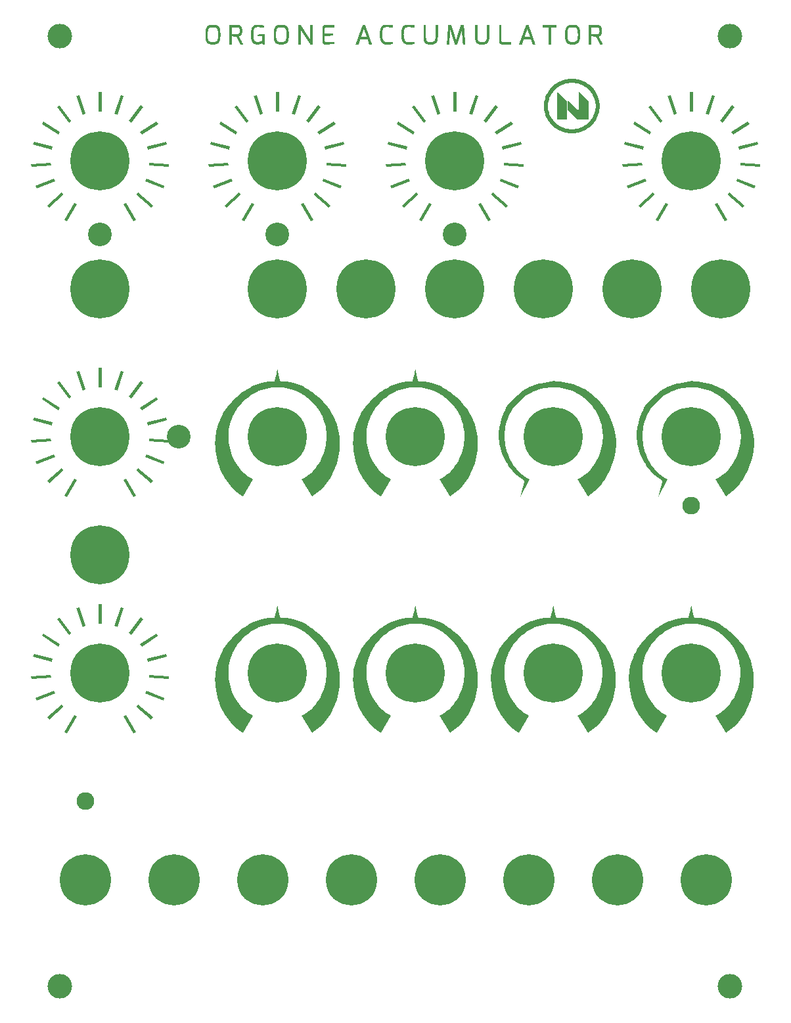
<source format=gts>
G04 DipTrace 3.3.0.0*
G04 orgone_3_PCBPANEL.GTS*
%MOIN*%
G04 #@! TF.FileFunction,Soldermask,Top*
G04 #@! TF.Part,Single*
%ADD12C,0.001*%
%ADD20C,0.02*%
%ADD21C,0.12*%
%ADD27C,0.3*%
%ADD28C,0.26*%
%ADD29C,0.09*%
%ADD30C,0.125*%
%FSLAX26Y26*%
G04*
G70*
G90*
G75*
G01*
G04 TopMask*
%LPD*%
D27*
X894016Y4702507D3*
X1794016D3*
X2694016D3*
X3894016D3*
X1794016Y3302507D3*
X2494016D3*
X3194016D3*
X3894016D3*
X1794016Y2102507D3*
X2494016D3*
X3194016D3*
X3894016D3*
X894016Y3302507D3*
Y2102507D3*
Y4052507D3*
Y2702507D3*
X1794016Y4052507D3*
X2694016D3*
X4044016D3*
X3594016D3*
X3144016D3*
X2244016D3*
D28*
X819016Y1052507D3*
X1719016D3*
X1269016D3*
X2169016D3*
X2619016D3*
X3519016D3*
X3069016D3*
X3969016D3*
D21*
X894016Y4327507D3*
X1794016D3*
X2694016D3*
X1294016Y3302507D3*
D29*
X3894016Y2952507D3*
X819016Y1452507D3*
D30*
X689016Y5334507D3*
X689291Y511562D3*
X4089291D3*
Y5334396D3*
G36*
X3772045Y3083833D2*
X3725709Y2994728D1*
X3737848Y3036576D1*
X3742745Y3057623D1*
X3744697Y3068199D1*
X3746238Y3078818D1*
X3733117Y3087888D1*
X3721316Y3096677D1*
X3710732Y3105222D1*
X3701257Y3113556D1*
X3692786Y3121715D1*
X3685215Y3129735D1*
X3678437Y3137650D1*
X3672349Y3145496D1*
X3666843Y3153307D1*
X3661815Y3161118D1*
X3652772Y3176885D1*
X3635785Y3209970D1*
X3629992Y3228709D1*
X3625083Y3246808D1*
X3621202Y3264556D1*
X3618491Y3282243D1*
X3617619Y3291152D1*
X3617094Y3300155D1*
X3616934Y3309285D1*
X3617156Y3318580D1*
X3617778Y3328076D1*
X3618818Y3337810D1*
X3620294Y3347815D1*
X3622224Y3358130D1*
X3625647Y3373434D1*
X3629404Y3387759D1*
X3633526Y3401184D1*
X3638043Y3413793D1*
X3642986Y3425669D1*
X3648383Y3436895D1*
X3654264Y3447552D1*
X3660660Y3457723D1*
X3667601Y3467492D1*
X3675115Y3476940D1*
X3683235Y3486148D1*
X3691988Y3495202D1*
X3701407Y3504182D1*
X3711518Y3513172D1*
X3733945Y3531509D1*
X3755052Y3544042D1*
X3774152Y3554037D1*
X3783226Y3558210D1*
X3792130Y3561903D1*
X3800976Y3565167D1*
X3809875Y3568054D1*
X3818937Y3570615D1*
X3828274Y3572903D1*
X3848217Y3576862D1*
X3896281Y3583762D1*
X3913594Y3583083D1*
X3930612Y3581630D1*
X3947325Y3579396D1*
X3963728Y3576369D1*
X3979814Y3572541D1*
X3995572Y3567899D1*
X4010999Y3562434D1*
X4026084Y3556136D1*
X4040822Y3548996D1*
X4055203Y3541003D1*
X4069223Y3532146D1*
X4082873Y3522415D1*
X4096143Y3511801D1*
X4109029Y3500291D1*
X4121522Y3487878D1*
X4133615Y3474551D1*
X4145147Y3460332D1*
X4155928Y3445304D1*
X4165913Y3429551D1*
X4175056Y3413155D1*
X4183312Y3396197D1*
X4190635Y3378760D1*
X4196979Y3360927D1*
X4202298Y3342777D1*
X4206547Y3324394D1*
X4209678Y3305861D1*
X4211648Y3287260D1*
X4212409Y3268671D1*
X4211917Y3250178D1*
X4211186Y3240993D1*
X4210125Y3231864D1*
X4208727Y3222798D1*
X4206988Y3213808D1*
X4204900Y3204904D1*
X4202459Y3196096D1*
X4194913Y3171529D1*
X4186537Y3147304D1*
X4181764Y3135260D1*
X4176454Y3123226D1*
X4170501Y3111178D1*
X4163793Y3099094D1*
X4156222Y3086949D1*
X4147677Y3074715D1*
X4138052Y3062370D1*
X4127236Y3049890D1*
X4115119Y3037248D1*
X4101593Y3024421D1*
X4086550Y3011386D1*
X4069877Y2998114D1*
X4015915Y3084084D1*
X4028390Y3091444D1*
X4040264Y3099390D1*
X4051531Y3107894D1*
X4062188Y3116923D1*
X4072227Y3126448D1*
X4081643Y3136437D1*
X4090429Y3146862D1*
X4098581Y3157693D1*
X4106092Y3168899D1*
X4112957Y3180449D1*
X4119169Y3192312D1*
X4124723Y3204461D1*
X4129613Y3216862D1*
X4133832Y3229488D1*
X4137377Y3242307D1*
X4140240Y3255290D1*
X4142415Y3268404D1*
X4143898Y3281622D1*
X4144681Y3294912D1*
X4144760Y3308244D1*
X4144127Y3321588D1*
X4142780Y3334913D1*
X4140709Y3348190D1*
X4137909Y3361388D1*
X4134377Y3374478D1*
X4130105Y3387428D1*
X4125087Y3400209D1*
X4119318Y3412789D1*
X4112791Y3425139D1*
X4105503Y3437230D1*
X4097444Y3449029D1*
X4088612Y3460508D1*
X4079143Y3471470D1*
X4069203Y3481736D1*
X4058824Y3491308D1*
X4048034Y3500185D1*
X4036865Y3508366D1*
X4025348Y3515850D1*
X4013513Y3522639D1*
X4001394Y3528731D1*
X3989018Y3534125D1*
X3976419Y3538823D1*
X3963625Y3542822D1*
X3950668Y3546122D1*
X3937581Y3548724D1*
X3924392Y3550629D1*
X3911134Y3551833D1*
X3897836Y3552337D1*
X3884530Y3552142D1*
X3871248Y3551247D1*
X3858018Y3549650D1*
X3844873Y3547353D1*
X3831844Y3544354D1*
X3818961Y3540654D1*
X3806256Y3536251D1*
X3793757Y3531144D1*
X3781499Y3525337D1*
X3769510Y3518825D1*
X3757823Y3511610D1*
X3746466Y3503692D1*
X3735472Y3495068D1*
X3724873Y3485740D1*
X3714697Y3475707D1*
X3704976Y3464969D1*
X3695888Y3453689D1*
X3687585Y3442054D1*
X3680059Y3430094D1*
X3673304Y3417843D1*
X3667315Y3405328D1*
X3662085Y3392585D1*
X3657609Y3379643D1*
X3653879Y3366534D1*
X3650888Y3353290D1*
X3648633Y3339944D1*
X3647105Y3326524D1*
X3646298Y3313063D1*
X3646207Y3299593D1*
X3646825Y3286146D1*
X3648146Y3272753D1*
X3650163Y3259445D1*
X3652870Y3246253D1*
X3656261Y3233210D1*
X3660331Y3220348D1*
X3665071Y3207696D1*
X3670476Y3195286D1*
X3676541Y3183152D1*
X3683257Y3171324D1*
X3690621Y3159833D1*
X3698625Y3148711D1*
X3707261Y3137990D1*
X3716526Y3127699D1*
X3726412Y3117873D1*
X3736913Y3108542D1*
X3748024Y3099736D1*
X3759735Y3091490D1*
X3772045Y3083833D1*
G37*
G36*
X1799812Y3619398D2*
X1794079Y3652810D1*
X1788345Y3619398D1*
X1784550Y3601723D1*
X1779640Y3582885D1*
X1762192Y3582207D1*
X1745184Y3580493D1*
X1728610Y3577777D1*
X1712466Y3574088D1*
X1696747Y3569459D1*
X1681445Y3563921D1*
X1666555Y3557507D1*
X1652072Y3550247D1*
X1637991Y3542172D1*
X1624304Y3533318D1*
X1611007Y3523711D1*
X1598094Y3513387D1*
X1585560Y3502375D1*
X1573398Y3490710D1*
X1561602Y3478420D1*
X1550169Y3465539D1*
X1539352Y3452180D1*
X1529411Y3438448D1*
X1520344Y3424358D1*
X1512152Y3409929D1*
X1504835Y3395177D1*
X1498391Y3380118D1*
X1492820Y3364770D1*
X1488125Y3349148D1*
X1484301Y3333272D1*
X1481350Y3317155D1*
X1479272Y3300816D1*
X1478064Y3284272D1*
X1477730Y3267537D1*
X1478266Y3250631D1*
X1479675Y3233570D1*
X1481951Y3216369D1*
X1485020Y3199310D1*
X1488798Y3182665D1*
X1493291Y3166446D1*
X1498501Y3150661D1*
X1504434Y3135318D1*
X1511092Y3120427D1*
X1518478Y3105995D1*
X1526596Y3092033D1*
X1535450Y3078549D1*
X1545043Y3065552D1*
X1555379Y3053052D1*
X1566462Y3041056D1*
X1578295Y3029576D1*
X1590882Y3018618D1*
X1604224Y3008193D1*
X1618328Y2998307D1*
X1670672Y3083793D1*
X1658906Y3091028D1*
X1647614Y3098867D1*
X1636815Y3107287D1*
X1626525Y3116259D1*
X1616764Y3125756D1*
X1607545Y3135753D1*
X1598888Y3146222D1*
X1590810Y3157136D1*
X1583328Y3168470D1*
X1576458Y3180197D1*
X1570220Y3192290D1*
X1564629Y3204722D1*
X1559703Y3217467D1*
X1555459Y3230499D1*
X1551915Y3243789D1*
X1549087Y3257314D1*
X1547005Y3270966D1*
X1545681Y3284638D1*
X1545109Y3298302D1*
X1545280Y3311927D1*
X1546185Y3325484D1*
X1547819Y3338946D1*
X1550173Y3352282D1*
X1553239Y3365463D1*
X1557010Y3378459D1*
X1561480Y3391243D1*
X1566639Y3403783D1*
X1572479Y3416052D1*
X1578995Y3428021D1*
X1586176Y3439657D1*
X1594018Y3450936D1*
X1602510Y3461825D1*
X1611598Y3472230D1*
X1621211Y3482064D1*
X1631319Y3491315D1*
X1641890Y3499971D1*
X1652896Y3508018D1*
X1664307Y3515446D1*
X1676093Y3522243D1*
X1688223Y3528394D1*
X1700668Y3533887D1*
X1713398Y3538711D1*
X1726382Y3542853D1*
X1739592Y3546301D1*
X1752996Y3549042D1*
X1766566Y3551064D1*
X1780269Y3552356D1*
X1794079Y3552903D1*
X1807888Y3552356D1*
X1821592Y3551064D1*
X1835161Y3549042D1*
X1848566Y3546301D1*
X1861776Y3542853D1*
X1874760Y3538711D1*
X1887490Y3533887D1*
X1899934Y3528394D1*
X1912064Y3522243D1*
X1923850Y3515446D1*
X1935261Y3508018D1*
X1946268Y3499971D1*
X1956839Y3491315D1*
X1966946Y3482064D1*
X1976559Y3472230D1*
X1985647Y3461825D1*
X1994139Y3450936D1*
X2001982Y3439657D1*
X2009163Y3428021D1*
X2015678Y3416052D1*
X2021518Y3403783D1*
X2026677Y3391243D1*
X2031147Y3378459D1*
X2034919Y3365463D1*
X2037984Y3352282D1*
X2040339Y3338946D1*
X2041972Y3325484D1*
X2042878Y3311927D1*
X2043049Y3298302D1*
X2042476Y3284638D1*
X2041152Y3270966D1*
X2039071Y3257314D1*
X2036243Y3243789D1*
X2032698Y3230499D1*
X2028454Y3217467D1*
X2023529Y3204722D1*
X2017937Y3192290D1*
X2011699Y3180197D1*
X2004829Y3168470D1*
X1997348Y3157136D1*
X1989269Y3146222D1*
X1980613Y3135753D1*
X1971395Y3125756D1*
X1961633Y3116259D1*
X1951343Y3107287D1*
X1940543Y3098867D1*
X1929252Y3091028D1*
X1917486Y3083793D1*
X1969829Y2998307D1*
X1983933Y3008193D1*
X1997276Y3018618D1*
X2009862Y3029576D1*
X2021696Y3041056D1*
X2032778Y3053052D1*
X2043114Y3065552D1*
X2052707Y3078549D1*
X2061562Y3092033D1*
X2069680Y3105995D1*
X2077066Y3120427D1*
X2083723Y3135318D1*
X2089656Y3150661D1*
X2094866Y3166446D1*
X2099360Y3182665D1*
X2103138Y3199310D1*
X2106206Y3216369D1*
X2108483Y3233570D1*
X2109891Y3250631D1*
X2110428Y3267537D1*
X2110093Y3284272D1*
X2108886Y3300816D1*
X2106807Y3317155D1*
X2103857Y3333272D1*
X2100033Y3349148D1*
X2095337Y3364770D1*
X2089766Y3380118D1*
X2083323Y3395177D1*
X2076005Y3409929D1*
X2067814Y3424358D1*
X2058747Y3438448D1*
X2048806Y3452180D1*
X2037988Y3465539D1*
X2026555Y3478420D1*
X2014760Y3490710D1*
X2002597Y3502375D1*
X1990063Y3513387D1*
X1977151Y3523711D1*
X1963853Y3533318D1*
X1950167Y3542172D1*
X1936085Y3550247D1*
X1921602Y3557507D1*
X1906713Y3563921D1*
X1891411Y3569459D1*
X1875692Y3574088D1*
X1859547Y3577777D1*
X1842974Y3580493D1*
X1825966Y3582207D1*
X1808517Y3582885D1*
X1803608Y3601723D1*
X1799812Y3619398D1*
G37*
G36*
X712678Y4402697D2*
X725668Y4395197D1*
X775668Y4481799D1*
X762678Y4489299D1*
X712678Y4402697D1*
G37*
G36*
X626084Y4476923D2*
X635974Y4465646D1*
X711159Y4531580D1*
X701268Y4542857D1*
X626084Y4476923D1*
G37*
G36*
X567945Y4575045D2*
X573685Y4561186D1*
X666073Y4599455D1*
X660333Y4613314D1*
X567945Y4575045D1*
G37*
G36*
X544432Y4686648D2*
X545413Y4671680D1*
X645199Y4678220D1*
X644218Y4693188D1*
X544432Y4686648D1*
G37*
G36*
X558041Y4799886D2*
X554157Y4785398D1*
X650751Y4759516D1*
X654633Y4774004D1*
X558041Y4799886D1*
G37*
G36*
X607325Y4902740D2*
X598992Y4890269D1*
X682139Y4834711D1*
X690472Y4847184D1*
X607325Y4902740D1*
G37*
G36*
X687056Y4984294D2*
X675156Y4975163D1*
X736033Y4895828D1*
X747933Y4904959D1*
X687056Y4984294D1*
G37*
G36*
X788772Y5035891D2*
X774567Y5031070D1*
X806711Y4936377D1*
X820915Y4941198D1*
X788772Y5035891D1*
G37*
G36*
X901673Y5052055D2*
X886673D1*
Y4952055D1*
X901673D1*
Y5052055D1*
G37*
G36*
X1013780Y5031070D2*
X999575Y5035891D1*
X967430Y4941198D1*
X981635Y4936377D1*
X1013780Y5031070D1*
G37*
G36*
X1113190Y4975163D2*
X1101290Y4984294D1*
X1040413Y4904959D1*
X1052314Y4895828D1*
X1113190Y4975163D1*
G37*
G36*
X1189354Y4890269D2*
X1181021Y4902740D1*
X1097874Y4847184D1*
X1106207Y4834711D1*
X1189354Y4890269D1*
G37*
G36*
X1234189Y4785398D2*
X1230306Y4799886D1*
X1133714Y4774004D1*
X1137596Y4759516D1*
X1234189Y4785398D1*
G37*
G36*
X1242933Y4671680D2*
X1243915Y4686648D1*
X1144129Y4693188D1*
X1143147Y4678220D1*
X1242933Y4671680D1*
G37*
G36*
X1214661Y4561186D2*
X1220402Y4575045D1*
X1128013Y4613314D1*
X1122273Y4599455D1*
X1214661Y4561186D1*
G37*
G36*
X1152371Y4465646D2*
X1162262Y4476923D1*
X1087079Y4542857D1*
X1077188Y4531580D1*
X1152371Y4465646D1*
G37*
G36*
X1062678Y4395197D2*
X1075668Y4402697D1*
X1025668Y4489299D1*
X1012678Y4481799D1*
X1062678Y4395197D1*
G37*
G36*
X3712364Y4402697D2*
X3725353Y4395197D1*
X3775353Y4481799D1*
X3762364Y4489299D1*
X3712364Y4402697D1*
G37*
G36*
X3625769Y4476923D2*
X3635659Y4465646D1*
X3710844Y4531580D1*
X3700953Y4542857D1*
X3625769Y4476923D1*
G37*
G36*
X3567630Y4575045D2*
X3573370Y4561186D1*
X3665759Y4599455D1*
X3660018Y4613314D1*
X3567630Y4575045D1*
G37*
G36*
X3544117Y4686648D2*
X3545098Y4671680D1*
X3644885Y4678220D1*
X3643903Y4693188D1*
X3544117Y4686648D1*
G37*
G36*
X3557726Y4799886D2*
X3553843Y4785398D1*
X3650436Y4759516D1*
X3654318Y4774004D1*
X3557726Y4799886D1*
G37*
G36*
X3607010Y4902740D2*
X3598677Y4890269D1*
X3681824Y4834711D1*
X3690157Y4847184D1*
X3607010Y4902740D1*
G37*
G36*
X3686741Y4984294D2*
X3674841Y4975163D1*
X3735718Y4895828D1*
X3747618Y4904959D1*
X3686741Y4984294D1*
G37*
G36*
X3788457Y5035891D2*
X3774252Y5031070D1*
X3806396Y4936377D1*
X3820600Y4941198D1*
X3788457Y5035891D1*
G37*
G36*
X3901358Y5052055D2*
X3886358D1*
Y4952055D1*
X3901358D1*
Y5052055D1*
G37*
G36*
X4013465Y5031070D2*
X3999260Y5035891D1*
X3967115Y4941198D1*
X3981320Y4936377D1*
X4013465Y5031070D1*
G37*
G36*
X4112875Y4975163D2*
X4100975Y4984294D1*
X4040098Y4904959D1*
X4051999Y4895828D1*
X4112875Y4975163D1*
G37*
G36*
X4189039Y4890269D2*
X4180706Y4902740D1*
X4097559Y4847184D1*
X4105892Y4834711D1*
X4189039Y4890269D1*
G37*
G36*
X4233874Y4785398D2*
X4229991Y4799886D1*
X4133399Y4774004D1*
X4137281Y4759516D1*
X4233874Y4785398D1*
G37*
G36*
X4242618Y4671680D2*
X4243600Y4686648D1*
X4143814Y4693188D1*
X4142832Y4678220D1*
X4242618Y4671680D1*
G37*
G36*
X4214346Y4561186D2*
X4220087Y4575045D1*
X4127698Y4613314D1*
X4121958Y4599455D1*
X4214346Y4561186D1*
G37*
G36*
X4152056Y4465646D2*
X4161948Y4476923D1*
X4086764Y4542857D1*
X4076873Y4531580D1*
X4152056Y4465646D1*
G37*
G36*
X4062364Y4395197D2*
X4075353Y4402697D1*
X4025353Y4489299D1*
X4012364Y4481799D1*
X4062364Y4395197D1*
G37*
G36*
X2512490Y4402697D2*
X2525479Y4395197D1*
X2575479Y4481799D1*
X2562490Y4489299D1*
X2512490Y4402697D1*
G37*
G36*
X2425895Y4476923D2*
X2435785Y4465646D1*
X2510970Y4531580D1*
X2501079Y4542857D1*
X2425895Y4476923D1*
G37*
G36*
X2367756Y4575045D2*
X2373496Y4561186D1*
X2465885Y4599455D1*
X2460144Y4613314D1*
X2367756Y4575045D1*
G37*
G36*
X2344243Y4686648D2*
X2345224Y4671680D1*
X2445010Y4678220D1*
X2444029Y4693188D1*
X2344243Y4686648D1*
G37*
G36*
X2357852Y4799886D2*
X2353969Y4785398D1*
X2450562Y4759516D1*
X2454444Y4774004D1*
X2357852Y4799886D1*
G37*
G36*
X2407136Y4902740D2*
X2398803Y4890269D1*
X2481950Y4834711D1*
X2490283Y4847184D1*
X2407136Y4902740D1*
G37*
G36*
X2486867Y4984294D2*
X2474967Y4975163D1*
X2535844Y4895828D1*
X2547744Y4904959D1*
X2486867Y4984294D1*
G37*
G36*
X2588583Y5035891D2*
X2574378Y5031070D1*
X2606522Y4936377D1*
X2620726Y4941198D1*
X2588583Y5035891D1*
G37*
G36*
X2701484Y5052055D2*
X2686484D1*
Y4952055D1*
X2701484D1*
Y5052055D1*
G37*
G36*
X2813591Y5031070D2*
X2799386Y5035891D1*
X2767241Y4941198D1*
X2781446Y4936377D1*
X2813591Y5031070D1*
G37*
G36*
X2913001Y4975163D2*
X2901101Y4984294D1*
X2840224Y4904959D1*
X2852125Y4895828D1*
X2913001Y4975163D1*
G37*
G36*
X2989165Y4890269D2*
X2980832Y4902740D1*
X2897685Y4847184D1*
X2906018Y4834711D1*
X2989165Y4890269D1*
G37*
G36*
X3034000Y4785398D2*
X3030117Y4799886D1*
X2933525Y4774004D1*
X2937407Y4759516D1*
X3034000Y4785398D1*
G37*
G36*
X3042744Y4671680D2*
X3043726Y4686648D1*
X2943940Y4693188D1*
X2942958Y4678220D1*
X3042744Y4671680D1*
G37*
G36*
X3014472Y4561186D2*
X3020213Y4575045D1*
X2927824Y4613314D1*
X2922084Y4599455D1*
X3014472Y4561186D1*
G37*
G36*
X2952182Y4465646D2*
X2962073Y4476923D1*
X2886890Y4542857D1*
X2876999Y4531580D1*
X2952182Y4465646D1*
G37*
G36*
X2862490Y4395197D2*
X2875479Y4402697D1*
X2825479Y4489299D1*
X2812490Y4481799D1*
X2862490Y4395197D1*
G37*
G36*
X1612584Y4402697D2*
X1625573Y4395197D1*
X1675573Y4481799D1*
X1662584Y4489299D1*
X1612584Y4402697D1*
G37*
G36*
X1525990Y4476923D2*
X1535879Y4465646D1*
X1611064Y4531580D1*
X1601173Y4542857D1*
X1525990Y4476923D1*
G37*
G36*
X1467850Y4575045D2*
X1473591Y4561186D1*
X1565979Y4599455D1*
X1560239Y4613314D1*
X1467850Y4575045D1*
G37*
G36*
X1444337Y4686648D2*
X1445319Y4671680D1*
X1545105Y4678220D1*
X1544123Y4693188D1*
X1444337Y4686648D1*
G37*
G36*
X1457946Y4799886D2*
X1454063Y4785398D1*
X1550656Y4759516D1*
X1554538Y4774004D1*
X1457946Y4799886D1*
G37*
G36*
X1507231Y4902740D2*
X1498898Y4890269D1*
X1582045Y4834711D1*
X1590378Y4847184D1*
X1507231Y4902740D1*
G37*
G36*
X1586962Y4984294D2*
X1575062Y4975163D1*
X1635938Y4895828D1*
X1647839Y4904959D1*
X1586962Y4984294D1*
G37*
G36*
X1688677Y5035891D2*
X1674472Y5031070D1*
X1706617Y4936377D1*
X1720820Y4941198D1*
X1688677Y5035891D1*
G37*
G36*
X1801579Y5052055D2*
X1786579D1*
Y4952055D1*
X1801579D1*
Y5052055D1*
G37*
G36*
X1913685Y5031070D2*
X1899480Y5035891D1*
X1867336Y4941198D1*
X1881541Y4936377D1*
X1913685Y5031070D1*
G37*
G36*
X2013096Y4975163D2*
X2001196Y4984294D1*
X1940319Y4904959D1*
X1952219Y4895828D1*
X2013096Y4975163D1*
G37*
G36*
X2089260Y4890269D2*
X2080927Y4902740D1*
X1997780Y4847184D1*
X2006113Y4834711D1*
X2089260Y4890269D1*
G37*
G36*
X2134094Y4785398D2*
X2130211Y4799886D1*
X2033619Y4774004D1*
X2037501Y4759516D1*
X2134094Y4785398D1*
G37*
G36*
X2142839Y4671680D2*
X2143820Y4686648D1*
X2044034Y4693188D1*
X2043052Y4678220D1*
X2142839Y4671680D1*
G37*
G36*
X2114567Y4561186D2*
X2120307Y4575045D1*
X2027919Y4613314D1*
X2022178Y4599455D1*
X2114567Y4561186D1*
G37*
G36*
X2052277Y4465646D2*
X2062168Y4476923D1*
X1986984Y4542857D1*
X1977093Y4531580D1*
X2052277Y4465646D1*
G37*
G36*
X1962584Y4395197D2*
X1975573Y4402697D1*
X1925573Y4489299D1*
X1912584Y4481799D1*
X1962584Y4395197D1*
G37*
X3156436Y4980151D2*
D20*
X3156755Y4989088D1*
X3157713Y4997981D1*
X3159304Y5006787D1*
X3161520Y5015463D1*
X3164350Y5023968D1*
X3167782Y5032259D1*
X3171797Y5040296D1*
X3176377Y5048040D1*
X3181500Y5055453D1*
X3187139Y5062499D1*
X3193268Y5069145D1*
X3199858Y5075356D1*
X3206875Y5081104D1*
X3214286Y5086360D1*
X3222054Y5091099D1*
X3230142Y5095297D1*
X3238510Y5098934D1*
X3247118Y5101992D1*
X3255923Y5104457D1*
X3264883Y5106316D1*
X3273954Y5107561D1*
X3283092Y5108184D1*
X3292252D1*
X3301390Y5107561D1*
X3310461Y5106316D1*
X3319421Y5104457D1*
X3328226Y5101992D1*
X3336834Y5098934D1*
X3345202Y5095297D1*
X3353290Y5091099D1*
X3361058Y5086360D1*
X3368469Y5081104D1*
X3375486Y5075356D1*
X3382075Y5069145D1*
X3388205Y5062499D1*
X3393844Y5055453D1*
X3398967Y5048040D1*
X3403547Y5040296D1*
X3407562Y5032259D1*
X3410994Y5023968D1*
X3413824Y5015463D1*
X3416040Y5006787D1*
X3417631Y4997981D1*
X3418588Y4989088D1*
X3418908Y4980151D1*
X3418588Y4971214D1*
X3417631Y4962321D1*
X3416040Y4953515D1*
X3413824Y4944839D1*
X3410994Y4936334D1*
X3407562Y4928043D1*
X3403547Y4920006D1*
X3398967Y4912262D1*
X3393844Y4904849D1*
X3388205Y4897802D1*
X3382075Y4891157D1*
X3375486Y4884945D1*
X3368469Y4879198D1*
X3361058Y4873942D1*
X3353290Y4869203D1*
X3345202Y4865005D1*
X3336834Y4861368D1*
X3328226Y4858310D1*
X3319421Y4855845D1*
X3310461Y4853986D1*
X3301390Y4852741D1*
X3292252Y4852117D1*
X3283092D1*
X3273954Y4852741D1*
X3264883Y4853986D1*
X3255923Y4855845D1*
X3247118Y4858310D1*
X3238510Y4861368D1*
X3230142Y4865005D1*
X3222054Y4869203D1*
X3214286Y4873942D1*
X3206875Y4879198D1*
X3199858Y4884945D1*
X3193268Y4891157D1*
X3187139Y4897802D1*
X3181500Y4904849D1*
X3176377Y4912262D1*
X3171797Y4920006D1*
X3167782Y4928043D1*
X3164350Y4936334D1*
X3161520Y4944839D1*
X3159304Y4953515D1*
X3157713Y4962321D1*
X3156755Y4971214D1*
X3156436Y4980151D1*
G36*
X2499739Y2419524D2*
X2494005Y2452936D1*
X2488272Y2419524D1*
X2484476Y2401849D1*
X2479567Y2383010D1*
X2462118Y2382333D1*
X2445110Y2380619D1*
X2428537Y2377903D1*
X2412392Y2374214D1*
X2396673Y2369585D1*
X2381371Y2364047D1*
X2366482Y2357633D1*
X2351999Y2350373D1*
X2337917Y2342298D1*
X2324231Y2333444D1*
X2310933Y2323837D1*
X2298021Y2313513D1*
X2285487Y2302501D1*
X2273324Y2290836D1*
X2261529Y2278546D1*
X2250096Y2265665D1*
X2239278Y2252306D1*
X2229337Y2238573D1*
X2220270Y2224484D1*
X2212079Y2210055D1*
X2204761Y2195303D1*
X2198318Y2180244D1*
X2192747Y2164896D1*
X2188051Y2149274D1*
X2184227Y2133398D1*
X2181277Y2117281D1*
X2179198Y2100942D1*
X2177991Y2084398D1*
X2177656Y2067663D1*
X2178193Y2050757D1*
X2179601Y2033696D1*
X2181878Y2016495D1*
X2184946Y1999436D1*
X2188724Y1982791D1*
X2193218Y1966572D1*
X2198428Y1950787D1*
X2204361Y1935444D1*
X2211018Y1920552D1*
X2218404Y1906121D1*
X2226522Y1892159D1*
X2235377Y1878675D1*
X2244970Y1865678D1*
X2255306Y1853178D1*
X2266388Y1841182D1*
X2278222Y1829702D1*
X2290808Y1818744D1*
X2304151Y1808319D1*
X2318255Y1798433D1*
X2370598Y1883919D1*
X2358832Y1891154D1*
X2347541Y1898993D1*
X2336741Y1907413D1*
X2326451Y1916385D1*
X2316690Y1925882D1*
X2307471Y1935879D1*
X2298815Y1946348D1*
X2290736Y1957262D1*
X2283255Y1968596D1*
X2276385Y1980323D1*
X2270147Y1992416D1*
X2264555Y2004848D1*
X2259630Y2017593D1*
X2255386Y2030625D1*
X2251841Y2043915D1*
X2249013Y2057440D1*
X2246932Y2071092D1*
X2245608Y2084764D1*
X2245035Y2098428D1*
X2245206Y2112052D1*
X2246112Y2125610D1*
X2247745Y2139072D1*
X2250100Y2152408D1*
X2253165Y2165589D1*
X2256937Y2178585D1*
X2261407Y2191369D1*
X2266566Y2203909D1*
X2272406Y2216178D1*
X2278921Y2228147D1*
X2286102Y2239783D1*
X2293945Y2251062D1*
X2302437Y2261951D1*
X2311525Y2272356D1*
X2321138Y2282190D1*
X2331245Y2291441D1*
X2341816Y2300097D1*
X2352823Y2308144D1*
X2364234Y2315572D1*
X2376020Y2322369D1*
X2388150Y2328520D1*
X2400594Y2334013D1*
X2413324Y2338837D1*
X2426308Y2342979D1*
X2439518Y2346427D1*
X2452923Y2349168D1*
X2466492Y2351190D1*
X2480196Y2352482D1*
X2494005Y2353029D1*
X2507815Y2352482D1*
X2521518Y2351190D1*
X2535088Y2349168D1*
X2548492Y2346427D1*
X2561702Y2342979D1*
X2574686Y2338837D1*
X2587416Y2334013D1*
X2599861Y2328520D1*
X2611991Y2322369D1*
X2623777Y2315572D1*
X2635188Y2308144D1*
X2646194Y2300097D1*
X2656765Y2291441D1*
X2666873Y2282190D1*
X2676486Y2272356D1*
X2685573Y2261951D1*
X2694066Y2251062D1*
X2701908Y2239783D1*
X2709089Y2228147D1*
X2715605Y2216178D1*
X2721445Y2203909D1*
X2726604Y2191369D1*
X2731073Y2178585D1*
X2734845Y2165589D1*
X2737911Y2152408D1*
X2740265Y2139072D1*
X2741899Y2125610D1*
X2742804Y2112052D1*
X2742975Y2098428D1*
X2742403Y2084764D1*
X2741079Y2071092D1*
X2738997Y2057440D1*
X2736169Y2043915D1*
X2732625Y2030625D1*
X2728381Y2017593D1*
X2723455Y2004848D1*
X2717864Y1992416D1*
X2711626Y1980323D1*
X2704756Y1968596D1*
X2697274Y1957262D1*
X2689196Y1946348D1*
X2680539Y1935879D1*
X2671322Y1925882D1*
X2661559Y1916385D1*
X2651269Y1907413D1*
X2640470Y1898993D1*
X2629178Y1891154D1*
X2617412Y1883919D1*
X2669756Y1798433D1*
X2683860Y1808319D1*
X2697202Y1818744D1*
X2709789Y1829702D1*
X2721622Y1841182D1*
X2732705Y1853178D1*
X2743041Y1865678D1*
X2752634Y1878675D1*
X2761488Y1892159D1*
X2769606Y1906121D1*
X2776992Y1920552D1*
X2783650Y1935444D1*
X2789583Y1950787D1*
X2794793Y1966572D1*
X2799286Y1982791D1*
X2803064Y1999436D1*
X2806133Y2016495D1*
X2808409Y2033696D1*
X2809818Y2050757D1*
X2810354Y2067663D1*
X2810020Y2084398D1*
X2808812Y2100942D1*
X2806734Y2117281D1*
X2803783Y2133398D1*
X2799959Y2149274D1*
X2795264Y2164896D1*
X2789693Y2180244D1*
X2783249Y2195303D1*
X2775932Y2210055D1*
X2767740Y2224484D1*
X2758673Y2238573D1*
X2748732Y2252306D1*
X2737915Y2265665D1*
X2726482Y2278546D1*
X2714686Y2290836D1*
X2702524Y2302501D1*
X2689990Y2313513D1*
X2677077Y2323837D1*
X2663780Y2333444D1*
X2650093Y2342298D1*
X2636012Y2350373D1*
X2621529Y2357633D1*
X2606639Y2364047D1*
X2591337Y2369585D1*
X2575618Y2374214D1*
X2559474Y2377903D1*
X2542900Y2380619D1*
X2525892Y2382333D1*
X2508444Y2383010D1*
X2503534Y2401849D1*
X2499739Y2419524D1*
G37*
G36*
X1799812D2*
X1794079Y2452936D1*
X1788345Y2419524D1*
X1784550Y2401849D1*
X1779640Y2383010D1*
X1762192Y2382333D1*
X1745184Y2380619D1*
X1728610Y2377903D1*
X1712466Y2374214D1*
X1696747Y2369585D1*
X1681445Y2364047D1*
X1666555Y2357633D1*
X1652072Y2350373D1*
X1637991Y2342298D1*
X1624304Y2333444D1*
X1611007Y2323837D1*
X1598094Y2313513D1*
X1585560Y2302501D1*
X1573398Y2290836D1*
X1561602Y2278546D1*
X1550169Y2265665D1*
X1539352Y2252306D1*
X1529411Y2238573D1*
X1520344Y2224484D1*
X1512152Y2210055D1*
X1504835Y2195303D1*
X1498391Y2180244D1*
X1492820Y2164896D1*
X1488125Y2149274D1*
X1484301Y2133398D1*
X1481350Y2117281D1*
X1479272Y2100942D1*
X1478064Y2084398D1*
X1477730Y2067663D1*
X1478266Y2050757D1*
X1479675Y2033696D1*
X1481951Y2016495D1*
X1485020Y1999436D1*
X1488798Y1982791D1*
X1493291Y1966572D1*
X1498501Y1950787D1*
X1504434Y1935444D1*
X1511092Y1920552D1*
X1518478Y1906121D1*
X1526596Y1892159D1*
X1535450Y1878675D1*
X1545043Y1865678D1*
X1555379Y1853178D1*
X1566462Y1841182D1*
X1578295Y1829702D1*
X1590882Y1818744D1*
X1604224Y1808319D1*
X1618328Y1798433D1*
X1670672Y1883919D1*
X1658906Y1891154D1*
X1647614Y1898993D1*
X1636815Y1907413D1*
X1626525Y1916385D1*
X1616764Y1925882D1*
X1607545Y1935879D1*
X1598888Y1946348D1*
X1590810Y1957262D1*
X1583328Y1968596D1*
X1576458Y1980323D1*
X1570220Y1992416D1*
X1564629Y2004848D1*
X1559703Y2017593D1*
X1555459Y2030625D1*
X1551915Y2043915D1*
X1549087Y2057440D1*
X1547005Y2071092D1*
X1545681Y2084764D1*
X1545109Y2098428D1*
X1545280Y2112052D1*
X1546185Y2125610D1*
X1547819Y2139072D1*
X1550173Y2152408D1*
X1553239Y2165589D1*
X1557010Y2178585D1*
X1561480Y2191369D1*
X1566639Y2203909D1*
X1572479Y2216178D1*
X1578995Y2228147D1*
X1586176Y2239783D1*
X1594018Y2251062D1*
X1602510Y2261951D1*
X1611598Y2272356D1*
X1621211Y2282190D1*
X1631319Y2291441D1*
X1641890Y2300097D1*
X1652896Y2308144D1*
X1664307Y2315572D1*
X1676093Y2322369D1*
X1688223Y2328520D1*
X1700668Y2334013D1*
X1713398Y2338837D1*
X1726382Y2342979D1*
X1739592Y2346427D1*
X1752996Y2349168D1*
X1766566Y2351190D1*
X1780269Y2352482D1*
X1794079Y2353029D1*
X1807888Y2352482D1*
X1821592Y2351190D1*
X1835161Y2349168D1*
X1848566Y2346427D1*
X1861776Y2342979D1*
X1874760Y2338837D1*
X1887490Y2334013D1*
X1899934Y2328520D1*
X1912064Y2322369D1*
X1923850Y2315572D1*
X1935261Y2308144D1*
X1946268Y2300097D1*
X1956839Y2291441D1*
X1966946Y2282190D1*
X1976559Y2272356D1*
X1985647Y2261951D1*
X1994139Y2251062D1*
X2001982Y2239783D1*
X2009163Y2228147D1*
X2015678Y2216178D1*
X2021518Y2203909D1*
X2026677Y2191369D1*
X2031147Y2178585D1*
X2034919Y2165589D1*
X2037984Y2152408D1*
X2040339Y2139072D1*
X2041972Y2125610D1*
X2042878Y2112052D1*
X2043049Y2098428D1*
X2042476Y2084764D1*
X2041152Y2071092D1*
X2039071Y2057440D1*
X2036243Y2043915D1*
X2032698Y2030625D1*
X2028454Y2017593D1*
X2023529Y2004848D1*
X2017937Y1992416D1*
X2011699Y1980323D1*
X2004829Y1968596D1*
X1997348Y1957262D1*
X1989269Y1946348D1*
X1980613Y1935879D1*
X1971395Y1925882D1*
X1961633Y1916385D1*
X1951343Y1907413D1*
X1940543Y1898993D1*
X1929252Y1891154D1*
X1917486Y1883919D1*
X1969829Y1798433D1*
X1983933Y1808319D1*
X1997276Y1818744D1*
X2009862Y1829702D1*
X2021696Y1841182D1*
X2032778Y1853178D1*
X2043114Y1865678D1*
X2052707Y1878675D1*
X2061562Y1892159D1*
X2069680Y1906121D1*
X2077066Y1920552D1*
X2083723Y1935444D1*
X2089656Y1950787D1*
X2094866Y1966572D1*
X2099360Y1982791D1*
X2103138Y1999436D1*
X2106206Y2016495D1*
X2108483Y2033696D1*
X2109891Y2050757D1*
X2110428Y2067663D1*
X2110093Y2084398D1*
X2108886Y2100942D1*
X2106807Y2117281D1*
X2103857Y2133398D1*
X2100033Y2149274D1*
X2095337Y2164896D1*
X2089766Y2180244D1*
X2083323Y2195303D1*
X2076005Y2210055D1*
X2067814Y2224484D1*
X2058747Y2238573D1*
X2048806Y2252306D1*
X2037988Y2265665D1*
X2026555Y2278546D1*
X2014760Y2290836D1*
X2002597Y2302501D1*
X1990063Y2313513D1*
X1977151Y2323837D1*
X1963853Y2333444D1*
X1950167Y2342298D1*
X1936085Y2350373D1*
X1921602Y2357633D1*
X1906713Y2364047D1*
X1891411Y2369585D1*
X1875692Y2374214D1*
X1859547Y2377903D1*
X1842974Y2380619D1*
X1825966Y2382333D1*
X1808517Y2383010D1*
X1803608Y2401849D1*
X1799812Y2419524D1*
G37*
G36*
X3899592D2*
X3893858Y2452936D1*
X3888125Y2419524D1*
X3884329Y2401849D1*
X3879420Y2383010D1*
X3861971Y2382333D1*
X3844963Y2380619D1*
X3828390Y2377903D1*
X3812245Y2374214D1*
X3796526Y2369585D1*
X3781224Y2364047D1*
X3766335Y2357633D1*
X3751852Y2350373D1*
X3737770Y2342298D1*
X3724084Y2333444D1*
X3710786Y2323837D1*
X3697874Y2313513D1*
X3685340Y2302501D1*
X3673177Y2290836D1*
X3661382Y2278546D1*
X3649949Y2265665D1*
X3639131Y2252306D1*
X3629190Y2238573D1*
X3620123Y2224484D1*
X3611932Y2210055D1*
X3604614Y2195303D1*
X3598171Y2180244D1*
X3592600Y2164896D1*
X3587904Y2149274D1*
X3584080Y2133398D1*
X3581130Y2117281D1*
X3579051Y2100942D1*
X3577844Y2084398D1*
X3577509Y2067663D1*
X3578046Y2050757D1*
X3579454Y2033696D1*
X3581731Y2016495D1*
X3584799Y1999436D1*
X3588577Y1982791D1*
X3593071Y1966572D1*
X3598281Y1950787D1*
X3604214Y1935444D1*
X3610871Y1920552D1*
X3618257Y1906121D1*
X3626375Y1892159D1*
X3635230Y1878675D1*
X3644823Y1865678D1*
X3655159Y1853178D1*
X3666241Y1841182D1*
X3678075Y1829702D1*
X3690661Y1818744D1*
X3704004Y1808319D1*
X3718108Y1798433D1*
X3770451Y1883919D1*
X3758685Y1891154D1*
X3747394Y1898993D1*
X3736594Y1907413D1*
X3726304Y1916385D1*
X3716543Y1925882D1*
X3707324Y1935879D1*
X3698668Y1946348D1*
X3690589Y1957262D1*
X3683108Y1968596D1*
X3676238Y1980323D1*
X3670000Y1992416D1*
X3664408Y2004848D1*
X3659483Y2017593D1*
X3655239Y2030625D1*
X3651694Y2043915D1*
X3648866Y2057440D1*
X3646785Y2071092D1*
X3645461Y2084764D1*
X3644888Y2098428D1*
X3645059Y2112052D1*
X3645965Y2125610D1*
X3647598Y2139072D1*
X3649953Y2152408D1*
X3653018Y2165589D1*
X3656790Y2178585D1*
X3661260Y2191369D1*
X3666419Y2203909D1*
X3672259Y2216178D1*
X3678774Y2228147D1*
X3685955Y2239783D1*
X3693798Y2251062D1*
X3702290Y2261951D1*
X3711378Y2272356D1*
X3720991Y2282190D1*
X3731098Y2291441D1*
X3741669Y2300097D1*
X3752676Y2308144D1*
X3764087Y2315572D1*
X3775873Y2322369D1*
X3788003Y2328520D1*
X3800448Y2334013D1*
X3813177Y2338837D1*
X3826161Y2342979D1*
X3839371Y2346427D1*
X3852776Y2349168D1*
X3866345Y2351190D1*
X3880049Y2352482D1*
X3893858Y2353029D1*
X3907668Y2352482D1*
X3921371Y2351190D1*
X3934941Y2349168D1*
X3948345Y2346427D1*
X3961555Y2342979D1*
X3974539Y2338837D1*
X3987269Y2334013D1*
X3999714Y2328520D1*
X4011844Y2322369D1*
X4023630Y2315572D1*
X4035041Y2308144D1*
X4046047Y2300097D1*
X4056618Y2291441D1*
X4066726Y2282190D1*
X4076339Y2272356D1*
X4085427Y2261951D1*
X4093919Y2251062D1*
X4101761Y2239783D1*
X4108942Y2228147D1*
X4115458Y2216178D1*
X4121298Y2203909D1*
X4126457Y2191369D1*
X4130927Y2178585D1*
X4134698Y2165589D1*
X4137764Y2152408D1*
X4140118Y2139072D1*
X4141752Y2125610D1*
X4142657Y2112052D1*
X4142828Y2098428D1*
X4142256Y2084764D1*
X4140932Y2071092D1*
X4138850Y2057440D1*
X4136022Y2043915D1*
X4132478Y2030625D1*
X4128234Y2017593D1*
X4123308Y2004848D1*
X4117717Y1992416D1*
X4111479Y1980323D1*
X4104609Y1968596D1*
X4097127Y1957262D1*
X4089049Y1946348D1*
X4080392Y1935879D1*
X4071175Y1925882D1*
X4061412Y1916385D1*
X4051122Y1907413D1*
X4040323Y1898993D1*
X4029031Y1891154D1*
X4017265Y1883919D1*
X4069609Y1798433D1*
X4083713Y1808319D1*
X4097055Y1818744D1*
X4109642Y1829702D1*
X4121475Y1841182D1*
X4132558Y1853178D1*
X4142894Y1865678D1*
X4152487Y1878675D1*
X4161341Y1892159D1*
X4169459Y1906121D1*
X4176845Y1920552D1*
X4183503Y1935444D1*
X4189436Y1950787D1*
X4194646Y1966572D1*
X4199139Y1982791D1*
X4202917Y1999436D1*
X4205986Y2016495D1*
X4208262Y2033696D1*
X4209671Y2050757D1*
X4210207Y2067663D1*
X4209873Y2084398D1*
X4208665Y2100942D1*
X4206587Y2117281D1*
X4203636Y2133398D1*
X4199812Y2149274D1*
X4195117Y2164896D1*
X4189546Y2180244D1*
X4183102Y2195303D1*
X4175785Y2210055D1*
X4167593Y2224484D1*
X4158526Y2238573D1*
X4148585Y2252306D1*
X4137768Y2265665D1*
X4126335Y2278546D1*
X4114539Y2290836D1*
X4102377Y2302501D1*
X4089843Y2313513D1*
X4076930Y2323837D1*
X4063633Y2333444D1*
X4049946Y2342298D1*
X4035865Y2350373D1*
X4021382Y2357633D1*
X4006492Y2364047D1*
X3991190Y2369585D1*
X3975471Y2374214D1*
X3959327Y2377903D1*
X3942753Y2380619D1*
X3925745Y2382333D1*
X3908297Y2383010D1*
X3903387Y2401849D1*
X3899592Y2419524D1*
G37*
G36*
X3199665D2*
X3193932Y2452936D1*
X3188198Y2419524D1*
X3184403Y2401849D1*
X3179493Y2383010D1*
X3162045Y2382333D1*
X3145037Y2380619D1*
X3128463Y2377903D1*
X3112319Y2374214D1*
X3096600Y2369585D1*
X3081298Y2364047D1*
X3066408Y2357633D1*
X3051925Y2350373D1*
X3037844Y2342298D1*
X3024157Y2333444D1*
X3010860Y2323837D1*
X2997948Y2313513D1*
X2985413Y2302501D1*
X2973251Y2290836D1*
X2961455Y2278546D1*
X2950022Y2265665D1*
X2939205Y2252306D1*
X2929264Y2238573D1*
X2920197Y2224484D1*
X2912005Y2210055D1*
X2904688Y2195303D1*
X2898244Y2180244D1*
X2892673Y2164896D1*
X2887978Y2149274D1*
X2884154Y2133398D1*
X2881203Y2117281D1*
X2879125Y2100942D1*
X2877917Y2084398D1*
X2877583Y2067663D1*
X2878119Y2050757D1*
X2879528Y2033696D1*
X2881804Y2016495D1*
X2884873Y1999436D1*
X2888651Y1982791D1*
X2893144Y1966572D1*
X2898354Y1950787D1*
X2904287Y1935444D1*
X2910945Y1920552D1*
X2918331Y1906121D1*
X2926449Y1892159D1*
X2935303Y1878675D1*
X2944896Y1865678D1*
X2955232Y1853178D1*
X2966315Y1841182D1*
X2978148Y1829702D1*
X2990735Y1818744D1*
X3004077Y1808319D1*
X3018181Y1798433D1*
X3070525Y1883919D1*
X3058759Y1891154D1*
X3047467Y1898993D1*
X3036668Y1907413D1*
X3026378Y1916385D1*
X3016617Y1925882D1*
X3007398Y1935879D1*
X2998741Y1946348D1*
X2990663Y1957262D1*
X2983181Y1968596D1*
X2976311Y1980323D1*
X2970073Y1992416D1*
X2964482Y2004848D1*
X2959556Y2017593D1*
X2955312Y2030625D1*
X2951768Y2043915D1*
X2948940Y2057440D1*
X2946858Y2071092D1*
X2945534Y2084764D1*
X2944962Y2098428D1*
X2945133Y2112052D1*
X2946038Y2125610D1*
X2947672Y2139072D1*
X2950026Y2152408D1*
X2953092Y2165589D1*
X2956864Y2178585D1*
X2961333Y2191369D1*
X2966492Y2203909D1*
X2972332Y2216178D1*
X2978848Y2228147D1*
X2986029Y2239783D1*
X2993871Y2251062D1*
X3002364Y2261951D1*
X3011451Y2272356D1*
X3021064Y2282190D1*
X3031172Y2291441D1*
X3041743Y2300097D1*
X3052749Y2308144D1*
X3064160Y2315572D1*
X3075946Y2322369D1*
X3088076Y2328520D1*
X3100521Y2334013D1*
X3113251Y2338837D1*
X3126235Y2342979D1*
X3139445Y2346427D1*
X3152849Y2349168D1*
X3166419Y2351190D1*
X3180122Y2352482D1*
X3193932Y2353029D1*
X3207741Y2352482D1*
X3221445Y2351190D1*
X3235014Y2349168D1*
X3248419Y2346427D1*
X3261629Y2342979D1*
X3274613Y2338837D1*
X3287343Y2334013D1*
X3299787Y2328520D1*
X3311917Y2322369D1*
X3323703Y2315572D1*
X3335114Y2308144D1*
X3346121Y2300097D1*
X3356692Y2291441D1*
X3366799Y2282190D1*
X3376412Y2272356D1*
X3385500Y2261951D1*
X3393992Y2251062D1*
X3401835Y2239783D1*
X3409016Y2228147D1*
X3415531Y2216178D1*
X3421371Y2203909D1*
X3426530Y2191369D1*
X3431000Y2178585D1*
X3434772Y2165589D1*
X3437837Y2152408D1*
X3440192Y2139072D1*
X3441825Y2125610D1*
X3442731Y2112052D1*
X3442902Y2098428D1*
X3442329Y2084764D1*
X3441005Y2071092D1*
X3438924Y2057440D1*
X3436096Y2043915D1*
X3432551Y2030625D1*
X3428307Y2017593D1*
X3423382Y2004848D1*
X3417790Y1992416D1*
X3411552Y1980323D1*
X3404682Y1968596D1*
X3397201Y1957262D1*
X3389122Y1946348D1*
X3380466Y1935879D1*
X3371248Y1925882D1*
X3361486Y1916385D1*
X3351196Y1907413D1*
X3340396Y1898993D1*
X3329105Y1891154D1*
X3317339Y1883919D1*
X3369682Y1798433D1*
X3383786Y1808319D1*
X3397129Y1818744D1*
X3409715Y1829702D1*
X3421549Y1841182D1*
X3432631Y1853178D1*
X3442967Y1865678D1*
X3452560Y1878675D1*
X3461415Y1892159D1*
X3469533Y1906121D1*
X3476919Y1920552D1*
X3483576Y1935444D1*
X3489509Y1950787D1*
X3494719Y1966572D1*
X3499213Y1982791D1*
X3502991Y1999436D1*
X3506059Y2016495D1*
X3508336Y2033696D1*
X3509744Y2050757D1*
X3510281Y2067663D1*
X3509946Y2084398D1*
X3508739Y2100942D1*
X3506660Y2117281D1*
X3503710Y2133398D1*
X3499886Y2149274D1*
X3495190Y2164896D1*
X3489619Y2180244D1*
X3483176Y2195303D1*
X3475858Y2210055D1*
X3467667Y2224484D1*
X3458600Y2238573D1*
X3448659Y2252306D1*
X3437841Y2265665D1*
X3426408Y2278546D1*
X3414613Y2290836D1*
X3402450Y2302501D1*
X3389916Y2313513D1*
X3377004Y2323837D1*
X3363706Y2333444D1*
X3350020Y2342298D1*
X3335938Y2350373D1*
X3321455Y2357633D1*
X3306566Y2364047D1*
X3291264Y2369585D1*
X3275545Y2374214D1*
X3259400Y2377903D1*
X3242827Y2380619D1*
X3225819Y2382333D1*
X3208370Y2383010D1*
X3203461Y2401849D1*
X3199665Y2419524D1*
G37*
G36*
X2499739Y3619398D2*
X2494005Y3652810D1*
X2488272Y3619398D1*
X2484476Y3601723D1*
X2479567Y3582885D1*
X2462118Y3582207D1*
X2445110Y3580493D1*
X2428537Y3577777D1*
X2412392Y3574088D1*
X2396673Y3569459D1*
X2381371Y3563921D1*
X2366482Y3557507D1*
X2351999Y3550247D1*
X2337917Y3542172D1*
X2324231Y3533318D1*
X2310933Y3523711D1*
X2298021Y3513387D1*
X2285487Y3502375D1*
X2273324Y3490710D1*
X2261529Y3478420D1*
X2250096Y3465539D1*
X2239278Y3452180D1*
X2229337Y3438448D1*
X2220270Y3424358D1*
X2212079Y3409929D1*
X2204761Y3395177D1*
X2198318Y3380118D1*
X2192747Y3364770D1*
X2188051Y3349148D1*
X2184227Y3333272D1*
X2181277Y3317155D1*
X2179198Y3300816D1*
X2177991Y3284272D1*
X2177656Y3267537D1*
X2178193Y3250631D1*
X2179601Y3233570D1*
X2181878Y3216369D1*
X2184946Y3199310D1*
X2188724Y3182665D1*
X2193218Y3166446D1*
X2198428Y3150661D1*
X2204361Y3135318D1*
X2211018Y3120427D1*
X2218404Y3105995D1*
X2226522Y3092033D1*
X2235377Y3078549D1*
X2244970Y3065552D1*
X2255306Y3053052D1*
X2266388Y3041056D1*
X2278222Y3029576D1*
X2290808Y3018618D1*
X2304151Y3008193D1*
X2318255Y2998307D1*
X2370598Y3083793D1*
X2358832Y3091028D1*
X2347541Y3098867D1*
X2336741Y3107287D1*
X2326451Y3116259D1*
X2316690Y3125756D1*
X2307471Y3135753D1*
X2298815Y3146222D1*
X2290736Y3157136D1*
X2283255Y3168470D1*
X2276385Y3180197D1*
X2270147Y3192290D1*
X2264555Y3204722D1*
X2259630Y3217467D1*
X2255386Y3230499D1*
X2251841Y3243789D1*
X2249013Y3257314D1*
X2246932Y3270966D1*
X2245608Y3284638D1*
X2245035Y3298302D1*
X2245206Y3311927D1*
X2246112Y3325484D1*
X2247745Y3338946D1*
X2250100Y3352282D1*
X2253165Y3365463D1*
X2256937Y3378459D1*
X2261407Y3391243D1*
X2266566Y3403783D1*
X2272406Y3416052D1*
X2278921Y3428021D1*
X2286102Y3439657D1*
X2293945Y3450936D1*
X2302437Y3461825D1*
X2311525Y3472230D1*
X2321138Y3482064D1*
X2331245Y3491315D1*
X2341816Y3499971D1*
X2352823Y3508018D1*
X2364234Y3515446D1*
X2376020Y3522243D1*
X2388150Y3528394D1*
X2400594Y3533887D1*
X2413324Y3538711D1*
X2426308Y3542853D1*
X2439518Y3546301D1*
X2452923Y3549042D1*
X2466492Y3551064D1*
X2480196Y3552356D1*
X2494005Y3552903D1*
X2507815Y3552356D1*
X2521518Y3551064D1*
X2535088Y3549042D1*
X2548492Y3546301D1*
X2561702Y3542853D1*
X2574686Y3538711D1*
X2587416Y3533887D1*
X2599861Y3528394D1*
X2611991Y3522243D1*
X2623777Y3515446D1*
X2635188Y3508018D1*
X2646194Y3499971D1*
X2656765Y3491315D1*
X2666873Y3482064D1*
X2676486Y3472230D1*
X2685573Y3461825D1*
X2694066Y3450936D1*
X2701908Y3439657D1*
X2709089Y3428021D1*
X2715605Y3416052D1*
X2721445Y3403783D1*
X2726604Y3391243D1*
X2731073Y3378459D1*
X2734845Y3365463D1*
X2737911Y3352282D1*
X2740265Y3338946D1*
X2741899Y3325484D1*
X2742804Y3311927D1*
X2742975Y3298302D1*
X2742403Y3284638D1*
X2741079Y3270966D1*
X2738997Y3257314D1*
X2736169Y3243789D1*
X2732625Y3230499D1*
X2728381Y3217467D1*
X2723455Y3204722D1*
X2717864Y3192290D1*
X2711626Y3180197D1*
X2704756Y3168470D1*
X2697274Y3157136D1*
X2689196Y3146222D1*
X2680539Y3135753D1*
X2671322Y3125756D1*
X2661559Y3116259D1*
X2651269Y3107287D1*
X2640470Y3098867D1*
X2629178Y3091028D1*
X2617412Y3083793D1*
X2669756Y2998307D1*
X2683860Y3008193D1*
X2697202Y3018618D1*
X2709789Y3029576D1*
X2721622Y3041056D1*
X2732705Y3053052D1*
X2743041Y3065552D1*
X2752634Y3078549D1*
X2761488Y3092033D1*
X2769606Y3105995D1*
X2776992Y3120427D1*
X2783650Y3135318D1*
X2789583Y3150661D1*
X2794793Y3166446D1*
X2799286Y3182665D1*
X2803064Y3199310D1*
X2806133Y3216369D1*
X2808409Y3233570D1*
X2809818Y3250631D1*
X2810354Y3267537D1*
X2810020Y3284272D1*
X2808812Y3300816D1*
X2806734Y3317155D1*
X2803783Y3333272D1*
X2799959Y3349148D1*
X2795264Y3364770D1*
X2789693Y3380118D1*
X2783249Y3395177D1*
X2775932Y3409929D1*
X2767740Y3424358D1*
X2758673Y3438448D1*
X2748732Y3452180D1*
X2737915Y3465539D1*
X2726482Y3478420D1*
X2714686Y3490710D1*
X2702524Y3502375D1*
X2689990Y3513387D1*
X2677077Y3523711D1*
X2663780Y3533318D1*
X2650093Y3542172D1*
X2636012Y3550247D1*
X2621529Y3557507D1*
X2606639Y3563921D1*
X2591337Y3569459D1*
X2575618Y3574088D1*
X2559474Y3577777D1*
X2542900Y3580493D1*
X2525892Y3582207D1*
X2508444Y3582885D1*
X2503534Y3601723D1*
X2499739Y3619398D1*
G37*
G36*
X3072118Y3083833D2*
X3025782Y2994728D1*
X3037921Y3036576D1*
X3042819Y3057623D1*
X3044770Y3068199D1*
X3046311Y3078818D1*
X3033190Y3087888D1*
X3021390Y3096677D1*
X3010806Y3105222D1*
X3001331Y3113556D1*
X2992860Y3121715D1*
X2985289Y3129735D1*
X2978510Y3137650D1*
X2972423Y3145496D1*
X2966916Y3153307D1*
X2961888Y3161118D1*
X2952845Y3176885D1*
X2935858Y3209970D1*
X2930066Y3228709D1*
X2925156Y3246808D1*
X2921276Y3264556D1*
X2918564Y3282243D1*
X2917693Y3291152D1*
X2917168Y3300155D1*
X2917008Y3309285D1*
X2917230Y3318580D1*
X2917852Y3328076D1*
X2918891Y3337810D1*
X2920367Y3347815D1*
X2922298Y3358130D1*
X2925720Y3373434D1*
X2929478Y3387759D1*
X2933600Y3401184D1*
X2938117Y3413793D1*
X2943059Y3425669D1*
X2948457Y3436895D1*
X2954337Y3447552D1*
X2960734Y3457723D1*
X2967675Y3467492D1*
X2975189Y3476940D1*
X2983308Y3486148D1*
X2992062Y3495202D1*
X3001480Y3504182D1*
X3011592Y3513172D1*
X3034018Y3531509D1*
X3055126Y3544042D1*
X3074226Y3554037D1*
X3083299Y3558210D1*
X3092203Y3561903D1*
X3101050Y3565167D1*
X3109949Y3568054D1*
X3119010Y3570615D1*
X3128348Y3572903D1*
X3148290Y3576862D1*
X3196354Y3583762D1*
X3213668Y3583083D1*
X3230685Y3581630D1*
X3247399Y3579396D1*
X3263802Y3576369D1*
X3279887Y3572541D1*
X3295646Y3567899D1*
X3311072Y3562434D1*
X3326157Y3556136D1*
X3340895Y3548996D1*
X3355277Y3541003D1*
X3369297Y3532146D1*
X3382946Y3522415D1*
X3396217Y3511801D1*
X3409102Y3500291D1*
X3421596Y3487878D1*
X3433689Y3474551D1*
X3445220Y3460332D1*
X3456001Y3445304D1*
X3465987Y3429551D1*
X3475130Y3413155D1*
X3483386Y3396197D1*
X3490709Y3378760D1*
X3497052Y3360927D1*
X3502371Y3342777D1*
X3506621Y3324394D1*
X3509752Y3305861D1*
X3511722Y3287260D1*
X3512483Y3268671D1*
X3511991Y3250178D1*
X3511260Y3240993D1*
X3510198Y3231864D1*
X3508801Y3222798D1*
X3507062Y3213808D1*
X3504974Y3204904D1*
X3502533Y3196096D1*
X3494987Y3171529D1*
X3486610Y3147304D1*
X3481837Y3135260D1*
X3476528Y3123226D1*
X3470575Y3111178D1*
X3463866Y3099094D1*
X3456295Y3086949D1*
X3447751Y3074715D1*
X3438126Y3062370D1*
X3427310Y3049890D1*
X3415193Y3037248D1*
X3401667Y3024421D1*
X3386623Y3011386D1*
X3369950Y2998114D1*
X3315988Y3084084D1*
X3328463Y3091444D1*
X3340337Y3099390D1*
X3351605Y3107894D1*
X3362261Y3116923D1*
X3372301Y3126448D1*
X3381717Y3136437D1*
X3390503Y3146862D1*
X3398655Y3157693D1*
X3406165Y3168899D1*
X3413030Y3180449D1*
X3419243Y3192312D1*
X3424797Y3204461D1*
X3429686Y3216862D1*
X3433906Y3229488D1*
X3437450Y3242307D1*
X3440314Y3255290D1*
X3442488Y3268404D1*
X3443971Y3281622D1*
X3444755Y3294912D1*
X3444833Y3308244D1*
X3444201Y3321588D1*
X3442853Y3334913D1*
X3440782Y3348190D1*
X3437983Y3361388D1*
X3434450Y3374478D1*
X3430178Y3387428D1*
X3425160Y3400209D1*
X3419391Y3412789D1*
X3412865Y3425139D1*
X3405576Y3437230D1*
X3397517Y3449029D1*
X3388685Y3460508D1*
X3379217Y3471470D1*
X3369277Y3481736D1*
X3358898Y3491308D1*
X3348108Y3500185D1*
X3336938Y3508366D1*
X3325421Y3515850D1*
X3313587Y3522639D1*
X3301467Y3528731D1*
X3289092Y3534125D1*
X3276492Y3538823D1*
X3263698Y3542822D1*
X3250741Y3546122D1*
X3237655Y3548724D1*
X3224466Y3550629D1*
X3211207Y3551833D1*
X3197909Y3552337D1*
X3184604Y3552142D1*
X3171322Y3551247D1*
X3158092Y3549650D1*
X3144946Y3547353D1*
X3131917Y3544354D1*
X3119034Y3540654D1*
X3106329Y3536251D1*
X3093831Y3531144D1*
X3081572Y3525337D1*
X3069584Y3518825D1*
X3057896Y3511610D1*
X3046539Y3503692D1*
X3035546Y3495068D1*
X3024946Y3485740D1*
X3014770Y3475707D1*
X3005050Y3464969D1*
X2995962Y3453689D1*
X2987659Y3442054D1*
X2980133Y3430094D1*
X2973378Y3417843D1*
X2967388Y3405328D1*
X2962159Y3392585D1*
X2957682Y3379643D1*
X2953953Y3366534D1*
X2950962Y3353290D1*
X2948706Y3339944D1*
X2947178Y3326524D1*
X2946371Y3313063D1*
X2946281Y3299593D1*
X2946899Y3286146D1*
X2948219Y3272753D1*
X2950236Y3259445D1*
X2952944Y3246253D1*
X2956335Y3233210D1*
X2960404Y3220348D1*
X2965144Y3207696D1*
X2970550Y3195286D1*
X2976614Y3183152D1*
X2983331Y3171324D1*
X2990694Y3159833D1*
X2998698Y3148711D1*
X3007335Y3137990D1*
X3016600Y3127699D1*
X3026486Y3117873D1*
X3036987Y3108542D1*
X3048097Y3099736D1*
X3059808Y3091490D1*
X3072118Y3083833D1*
G37*
G36*
X712678Y3002844D2*
X725668Y2995344D1*
X775668Y3081946D1*
X762678Y3089446D1*
X712678Y3002844D1*
G37*
G36*
X626084Y3077070D2*
X635974Y3065793D1*
X711159Y3131727D1*
X701268Y3143004D1*
X626084Y3077070D1*
G37*
G36*
X567945Y3175192D2*
X573685Y3161333D1*
X666073Y3199602D1*
X660333Y3213461D1*
X567945Y3175192D1*
G37*
G36*
X544432Y3286795D2*
X545413Y3271827D1*
X645199Y3278367D1*
X644218Y3293335D1*
X544432Y3286795D1*
G37*
G36*
X558041Y3400033D2*
X554157Y3385545D1*
X650751Y3359663D1*
X654633Y3374151D1*
X558041Y3400033D1*
G37*
G36*
X607325Y3502887D2*
X598992Y3490416D1*
X682139Y3434858D1*
X690472Y3447331D1*
X607325Y3502887D1*
G37*
G36*
X687056Y3584441D2*
X675156Y3575310D1*
X736033Y3495975D1*
X747933Y3505106D1*
X687056Y3584441D1*
G37*
G36*
X788772Y3636038D2*
X774567Y3631217D1*
X806711Y3536524D1*
X820915Y3541345D1*
X788772Y3636038D1*
G37*
G36*
X901673Y3652202D2*
X886673D1*
Y3552202D1*
X901673D1*
Y3652202D1*
G37*
G36*
X1013780Y3631217D2*
X999575Y3636038D1*
X967430Y3541345D1*
X981635Y3536524D1*
X1013780Y3631217D1*
G37*
G36*
X1113190Y3575310D2*
X1101290Y3584441D1*
X1040413Y3505106D1*
X1052314Y3495975D1*
X1113190Y3575310D1*
G37*
G36*
X1189354Y3490416D2*
X1181021Y3502887D1*
X1097874Y3447331D1*
X1106207Y3434858D1*
X1189354Y3490416D1*
G37*
G36*
X1234189Y3385545D2*
X1230306Y3400033D1*
X1133714Y3374151D1*
X1137596Y3359663D1*
X1234189Y3385545D1*
G37*
G36*
X1242933Y3271827D2*
X1243915Y3286795D1*
X1144129Y3293335D1*
X1143147Y3278367D1*
X1242933Y3271827D1*
G37*
G36*
X1214661Y3161333D2*
X1220402Y3175192D1*
X1128013Y3213461D1*
X1122273Y3199602D1*
X1214661Y3161333D1*
G37*
G36*
X1152371Y3065793D2*
X1162262Y3077070D1*
X1087079Y3143004D1*
X1077188Y3131727D1*
X1152371Y3065793D1*
G37*
G36*
X1062678Y2995344D2*
X1075668Y3002844D1*
X1025668Y3089446D1*
X1012678Y3081946D1*
X1062678Y2995344D1*
G37*
G36*
X712678Y1802970D2*
X725668Y1795470D1*
X775668Y1882072D1*
X762678Y1889572D1*
X712678Y1802970D1*
G37*
G36*
X626084Y1877196D2*
X635974Y1865919D1*
X711159Y1931853D1*
X701268Y1943130D1*
X626084Y1877196D1*
G37*
G36*
X567945Y1975318D2*
X573685Y1961459D1*
X666073Y1999728D1*
X660333Y2013587D1*
X567945Y1975318D1*
G37*
G36*
X544432Y2086921D2*
X545413Y2071953D1*
X645199Y2078493D1*
X644218Y2093461D1*
X544432Y2086921D1*
G37*
G36*
X558041Y2200159D2*
X554157Y2185671D1*
X650751Y2159789D1*
X654633Y2174277D1*
X558041Y2200159D1*
G37*
G36*
X607325Y2303013D2*
X598992Y2290542D1*
X682139Y2234984D1*
X690472Y2247457D1*
X607325Y2303013D1*
G37*
G36*
X687056Y2384567D2*
X675156Y2375436D1*
X736033Y2296101D1*
X747933Y2305232D1*
X687056Y2384567D1*
G37*
G36*
X788772Y2436164D2*
X774567Y2431343D1*
X806711Y2336650D1*
X820915Y2341471D1*
X788772Y2436164D1*
G37*
G36*
X901673Y2452328D2*
X886673D1*
Y2352328D1*
X901673D1*
Y2452328D1*
G37*
G36*
X1013780Y2431343D2*
X999575Y2436164D1*
X967430Y2341471D1*
X981635Y2336650D1*
X1013780Y2431343D1*
G37*
G36*
X1113190Y2375436D2*
X1101290Y2384567D1*
X1040413Y2305232D1*
X1052314Y2296101D1*
X1113190Y2375436D1*
G37*
G36*
X1189354Y2290542D2*
X1181021Y2303013D1*
X1097874Y2247457D1*
X1106207Y2234984D1*
X1189354Y2290542D1*
G37*
G36*
X1234189Y2185671D2*
X1230306Y2200159D1*
X1133714Y2174277D1*
X1137596Y2159789D1*
X1234189Y2185671D1*
G37*
G36*
X1242933Y2071953D2*
X1243915Y2086921D1*
X1144129Y2093461D1*
X1143147Y2078493D1*
X1242933Y2071953D1*
G37*
G36*
X1214661Y1961459D2*
X1220402Y1975318D1*
X1128013Y2013587D1*
X1122273Y1999728D1*
X1214661Y1961459D1*
G37*
G36*
X1152371Y1865919D2*
X1162262Y1877196D1*
X1087079Y1943130D1*
X1077188Y1931853D1*
X1152371Y1865919D1*
G37*
G36*
X1062678Y1795470D2*
X1075668Y1802970D1*
X1025668Y1889572D1*
X1012678Y1882072D1*
X1062678Y1795470D1*
G37*
X1686016Y5393507D2*
D12*
X1695016D1*
X2341016D2*
X2352016D1*
X2450016D2*
X2461016D1*
X1453016Y5392507D2*
X1477016D1*
X1549016D2*
X1593016D1*
X1682289D2*
X1704174D1*
X1800016D2*
X1824016D1*
X1899016D2*
X1908016D1*
X1960016D2*
X1969016D1*
X2035016D2*
X2040016D1*
X2227016D2*
X2236016D1*
X2336827D2*
X2364016D1*
X2445827D2*
X2473016D1*
X2535016D2*
X2544016D1*
X2596016D2*
X2605016D1*
X2660016D2*
X2672016D1*
X2724016D2*
X2736016D1*
X2796016D2*
X2805016D1*
X2857016D2*
X2866016D1*
X2918016D2*
X2927016D1*
X3056016D2*
X3065016D1*
X3141016D2*
X3207016D1*
X3278016D2*
X3302016D1*
X3374016D2*
X3418016D1*
X1449634Y5391507D2*
X1480277D1*
X1549016D2*
X1596359D1*
X1679134D2*
X1711755D1*
X1796634D2*
X1827277D1*
X1899016D2*
X1908670D1*
X1960016D2*
X1969016D1*
X2032135D2*
X2060016D1*
X2226516D2*
X2236170D1*
X2333385D2*
X2370547D1*
X2442385D2*
X2479547D1*
X2535016D2*
X2544016D1*
X2596016D2*
X2605016D1*
X2660016D2*
X2672515D1*
X2723670D2*
X2736477D1*
X2796016D2*
X2805016D1*
X2857016D2*
X2866016D1*
X2918016D2*
X2927016D1*
X3055516D2*
X3065170D1*
X3141016D2*
X3207016D1*
X3274634D2*
X3305277D1*
X3374016D2*
X3421359D1*
X1446646Y5390507D2*
X1483114D1*
X1549016D2*
X1599053D1*
X1676547D2*
X1717093D1*
X1793646D2*
X1830114D1*
X1899016D2*
X1909337D1*
X1960016D2*
X1969016D1*
X2029731D2*
X2079016D1*
X2226097D2*
X2236422D1*
X2330653D2*
X2377016D1*
X2439653D2*
X2486016D1*
X2535016D2*
X2544016D1*
X2596016D2*
X2605016D1*
X2660012D2*
X2672931D1*
X2723337D2*
X2736765D1*
X2796016D2*
X2805016D1*
X2857016D2*
X2866016D1*
X2918016D2*
X2927016D1*
X3055097D2*
X3065422D1*
X3141016D2*
X3207016D1*
X3271646D2*
X3308114D1*
X3374016D2*
X3424053D1*
X1444186Y5389507D2*
X1485463D1*
X1549016D2*
X1601083D1*
X1674422D2*
X1720853D1*
X1791186D2*
X1832463D1*
X1899016D2*
X1910020D1*
X1960016D2*
X1969016D1*
X2027882D2*
X2079016D1*
X2225677D2*
X2236716D1*
X2328464D2*
X2377016D1*
X2437464D2*
X2486016D1*
X2535016D2*
X2544016D1*
X2596016D2*
X2605016D1*
X2659977D2*
X2673320D1*
X2723020D2*
X2736910D1*
X2796016D2*
X2805016D1*
X2857016D2*
X2866016D1*
X2918016D2*
X2927016D1*
X3054677D2*
X3065716D1*
X3141016D2*
X3207016D1*
X3269186D2*
X3310463D1*
X3374016D2*
X3426083D1*
X1442207Y5388507D2*
X1487407D1*
X1549016D2*
X1602614D1*
X1672706D2*
X1722191D1*
X1789207D2*
X1834407D1*
X1899016D2*
X1910679D1*
X1960016D2*
X1969016D1*
X2026543D2*
X2079016D1*
X2225228D2*
X2237019D1*
X2326721D2*
X2377016D1*
X2435721D2*
X2486016D1*
X2535016D2*
X2544016D1*
X2596016D2*
X2605016D1*
X2659849D2*
X2673676D1*
X2722679D2*
X2736974D1*
X2796016D2*
X2805016D1*
X2857016D2*
X2866016D1*
X2918016D2*
X2927016D1*
X3054228D2*
X3066019D1*
X3141016D2*
X3207016D1*
X3267207D2*
X3312407D1*
X3374016D2*
X3427614D1*
X1440602Y5387507D2*
X1489045D1*
X1549016D2*
X1603855D1*
X1671325D2*
X1722638D1*
X1787602D2*
X1836045D1*
X1899016D2*
X1911343D1*
X1960016D2*
X1969016D1*
X2025571D2*
X2079016D1*
X2224784D2*
X2237355D1*
X2325326D2*
X2377016D1*
X2434326D2*
X2486016D1*
X2535016D2*
X2544016D1*
X2596016D2*
X2605016D1*
X2659610D2*
X2674004D1*
X2722343D2*
X2737000D1*
X2796016D2*
X2805016D1*
X2857016D2*
X2866016D1*
X2918016D2*
X2927016D1*
X3053784D2*
X3066355D1*
X3141016D2*
X3207016D1*
X3265602D2*
X3314045D1*
X3374016D2*
X3428855D1*
X1439312Y5386507D2*
X1490375D1*
X1549016D2*
X1604951D1*
X1670179D2*
X1722864D1*
X1786312D2*
X1837375D1*
X1899016D2*
X1912023D1*
X1960016D2*
X1969016D1*
X2024776D2*
X2079016D1*
X2224390D2*
X2237689D1*
X2324146D2*
X2377016D1*
X2433146D2*
X2486016D1*
X2535016D2*
X2544016D1*
X2596016D2*
X2605016D1*
X2659353D2*
X2674350D1*
X2722023D2*
X2737010D1*
X2796016D2*
X2805016D1*
X2857016D2*
X2866016D1*
X2918016D2*
X2927016D1*
X3053390D2*
X3066689D1*
X3141016D2*
X3207016D1*
X3264312D2*
X3315375D1*
X3374016D2*
X3429951D1*
X1438287Y5385507D2*
X1491395D1*
X1549016D2*
X1605955D1*
X1669230D2*
X1722959D1*
X1785287D2*
X1838395D1*
X1899016D2*
X1912680D1*
X1960016D2*
X1969016D1*
X2024078D2*
X2079016D1*
X2224042D2*
X2238012D1*
X2323103D2*
X2377016D1*
X2432103D2*
X2486016D1*
X2535016D2*
X2544016D1*
X2596016D2*
X2605016D1*
X2659179D2*
X2674687D1*
X2721684D2*
X2737014D1*
X2796016D2*
X2805016D1*
X2857016D2*
X2866016D1*
X2918016D2*
X2927016D1*
X3053042D2*
X3067012D1*
X3141016D2*
X3207016D1*
X3263287D2*
X3316395D1*
X3374016D2*
X3430955D1*
X1437466Y5384507D2*
X1492260D1*
X1549016D2*
X1606838D1*
X1668443D2*
X1722996D1*
X1784466D2*
X1839260D1*
X1899016D2*
X1913344D1*
X1960016D2*
X1969016D1*
X2023529D2*
X2079016D1*
X2223687D2*
X2238387D1*
X2322204D2*
X2377016D1*
X2431204D2*
X2486016D1*
X2535016D2*
X2544016D1*
X2596016D2*
X2605016D1*
X2659086D2*
X2675008D1*
X2721379D2*
X2737015D1*
X2796016D2*
X2805016D1*
X2857016D2*
X2866016D1*
X2918016D2*
X2927016D1*
X3052687D2*
X3067387D1*
X3141016D2*
X3207016D1*
X3262466D2*
X3317260D1*
X3374016D2*
X3431838D1*
X1436732Y5383507D2*
X1462472D1*
X1466247D2*
X1493105D1*
X1549016D2*
X1607564D1*
X1667723D2*
X1685413D1*
X1704016D2*
X1723009D1*
X1783732D2*
X1809472D1*
X1813247D2*
X1840105D1*
X1899016D2*
X1914023D1*
X1960016D2*
X1969016D1*
X2023101D2*
X2079016D1*
X2223346D2*
X2238815D1*
X2321467D2*
X2339413D1*
X2361016D2*
X2377016D1*
X2430467D2*
X2448413D1*
X2470016D2*
X2486016D1*
X2535016D2*
X2544016D1*
X2596016D2*
X2605016D1*
X2659044D2*
X2675351D1*
X2721151D2*
X2737016D1*
X2796016D2*
X2805016D1*
X2857016D2*
X2866016D1*
X2918016D2*
X2927016D1*
X3052346D2*
X3067815D1*
X3141016D2*
X3207016D1*
X3261732D2*
X3287472D1*
X3291247D2*
X3318105D1*
X3374016D2*
X3432564D1*
X1436028Y5382507D2*
X1455677D1*
X1473507D2*
X1493903D1*
X1549016D2*
X1558016D1*
X1592777D2*
X1608147D1*
X1667025D2*
X1682282D1*
X1721016D2*
X1723016D1*
X1783028D2*
X1802677D1*
X1820507D2*
X1840903D1*
X1899016D2*
X1914680D1*
X1960016D2*
X1969016D1*
X2022715D2*
X2035216D1*
X2223024D2*
X2239252D1*
X2320851D2*
X2336282D1*
X2429851D2*
X2445282D1*
X2535016D2*
X2544016D1*
X2596016D2*
X2605016D1*
X2659026D2*
X2675688D1*
X2720924D2*
X2737020D1*
X2796016D2*
X2805016D1*
X2857016D2*
X2866016D1*
X2918016D2*
X2927016D1*
X3052024D2*
X3068252D1*
X3169016D2*
X3178016D1*
X3261028D2*
X3280677D1*
X3298507D2*
X3318903D1*
X3374016D2*
X3383016D1*
X3417777D2*
X3433147D1*
X1435392Y5381507D2*
X1451018D1*
X1478482D2*
X1494594D1*
X1549016D2*
X1558016D1*
X1595191D2*
X1608602D1*
X1666391D2*
X1679779D1*
X1782392D2*
X1798018D1*
X1825482D2*
X1841594D1*
X1899016D2*
X1915344D1*
X1960016D2*
X1969016D1*
X2022394D2*
X2033670D1*
X2222680D2*
X2239643D1*
X2320298D2*
X2333779D1*
X2429298D2*
X2442779D1*
X2535016D2*
X2544016D1*
X2596016D2*
X2605016D1*
X2659019D2*
X2676008D1*
X2720635D2*
X2737055D1*
X2796016D2*
X2805016D1*
X2857016D2*
X2866016D1*
X2918016D2*
X2927016D1*
X3051680D2*
X3068643D1*
X3169016D2*
X3178016D1*
X3260392D2*
X3276018D1*
X3303482D2*
X3319594D1*
X3374016D2*
X3383016D1*
X3420191D2*
X3433602D1*
X1434821Y5380507D2*
X1447966D1*
X1481773D2*
X1495192D1*
X1549016D2*
X1558016D1*
X1597084D2*
X1608975D1*
X1665821D2*
X1677864D1*
X1781821D2*
X1794966D1*
X1828773D2*
X1842192D1*
X1899016D2*
X1916023D1*
X1960016D2*
X1969016D1*
X2022194D2*
X2032502D1*
X2222344D2*
X2239990D1*
X2319778D2*
X2331864D1*
X2428778D2*
X2440864D1*
X2535016D2*
X2544016D1*
X2596016D2*
X2605016D1*
X2659017D2*
X2676351D1*
X2720325D2*
X2737182D1*
X2796016D2*
X2805016D1*
X2857016D2*
X2866016D1*
X2918016D2*
X2927016D1*
X3051344D2*
X3068990D1*
X3169016D2*
X3178016D1*
X3259821D2*
X3272966D1*
X3306773D2*
X3320192D1*
X3374016D2*
X3383016D1*
X3422084D2*
X3433975D1*
X1434287Y5379507D2*
X1445896D1*
X1483964D2*
X1495737D1*
X1549016D2*
X1558016D1*
X1598453D2*
X1609339D1*
X1665291D2*
X1676421D1*
X1781287D2*
X1792896D1*
X1830964D2*
X1842737D1*
X1899016D2*
X1916680D1*
X1960016D2*
X1969016D1*
X2022091D2*
X2031614D1*
X2222020D2*
X2240344D1*
X2319274D2*
X2330421D1*
X2428274D2*
X2439421D1*
X2535016D2*
X2544016D1*
X2596016D2*
X2605016D1*
X2659016D2*
X2676688D1*
X2720016D2*
X2737422D1*
X2796016D2*
X2805016D1*
X2857016D2*
X2866016D1*
X2918016D2*
X2927016D1*
X3051020D2*
X3069344D1*
X3169016D2*
X3178016D1*
X3259287D2*
X3270896D1*
X3308964D2*
X3320737D1*
X3374016D2*
X3383016D1*
X3423453D2*
X3434339D1*
X1433774Y5378507D2*
X1444420D1*
X1485422D2*
X1496255D1*
X1549016D2*
X1558016D1*
X1599412D2*
X1609683D1*
X1664810D2*
X1675333D1*
X1780774D2*
X1791420D1*
X1832422D2*
X1843255D1*
X1899016D2*
X1917344D1*
X1960016D2*
X1969016D1*
X2022046D2*
X2031305D1*
X2221645D2*
X2240685D1*
X2318803D2*
X2329333D1*
X2427803D2*
X2438333D1*
X2535016D2*
X2544016D1*
X2596016D2*
X2605016D1*
X2659016D2*
X2677008D1*
X2719678D2*
X2737678D1*
X2796016D2*
X2805016D1*
X2857016D2*
X2866016D1*
X2918016D2*
X2927016D1*
X3050645D2*
X3069685D1*
X3169016D2*
X3178016D1*
X3258774D2*
X3269420D1*
X3310422D2*
X3321255D1*
X3374016D2*
X3383016D1*
X3424412D2*
X3434683D1*
X1433268Y5377507D2*
X1443329D1*
X1486405D2*
X1496758D1*
X1549016D2*
X1558016D1*
X1600123D2*
X1610007D1*
X1664400D2*
X1674516D1*
X1780268D2*
X1790329D1*
X1833405D2*
X1843758D1*
X1899016D2*
X1918023D1*
X1960016D2*
X1969016D1*
X2022027D2*
X2031138D1*
X2221216D2*
X2241007D1*
X2318397D2*
X2328516D1*
X2427397D2*
X2437516D1*
X2535016D2*
X2544016D1*
X2596016D2*
X2605016D1*
X2659016D2*
X2677351D1*
X2719343D2*
X2737853D1*
X2796016D2*
X2805016D1*
X2857016D2*
X2866016D1*
X2918016D2*
X2927016D1*
X3050216D2*
X3070007D1*
X3169016D2*
X3178016D1*
X3258268D2*
X3268329D1*
X3311405D2*
X3321758D1*
X3374016D2*
X3383016D1*
X3425123D2*
X3435007D1*
X1432767Y5376507D2*
X1442514D1*
X1487121D2*
X1497229D1*
X1549016D2*
X1558016D1*
X1600708D2*
X1610347D1*
X1664046D2*
X1673869D1*
X1779767D2*
X1789514D1*
X1834121D2*
X1844229D1*
X1899016D2*
X1918680D1*
X1960016D2*
X1969016D1*
X2022020D2*
X2031064D1*
X2220780D2*
X2229861D1*
X2232170D2*
X2241351D1*
X2318045D2*
X2327869D1*
X2427045D2*
X2436869D1*
X2535016D2*
X2544016D1*
X2596016D2*
X2605016D1*
X2659016D2*
X2677688D1*
X2719023D2*
X2737945D1*
X2796016D2*
X2805016D1*
X2857016D2*
X2866016D1*
X2918016D2*
X2927016D1*
X3049780D2*
X3058861D1*
X3061170D2*
X3070351D1*
X3169016D2*
X3178016D1*
X3257767D2*
X3267514D1*
X3312121D2*
X3322229D1*
X3374016D2*
X3383016D1*
X3425708D2*
X3435347D1*
X1432270Y5375507D2*
X1441867D1*
X1487712D2*
X1497634D1*
X1549016D2*
X1558016D1*
X1601207D2*
X1610649D1*
X1663689D2*
X1673305D1*
X1779270D2*
X1788867D1*
X1834712D2*
X1844634D1*
X1899016D2*
X1919344D1*
X1960016D2*
X1969016D1*
X2022017D2*
X2031033D1*
X2220389D2*
X2229609D1*
X2232422D2*
X2241688D1*
X2317688D2*
X2327305D1*
X2426688D2*
X2436305D1*
X2535016D2*
X2544016D1*
X2596016D2*
X2605016D1*
X2659012D2*
X2678008D1*
X2718680D2*
X2737988D1*
X2796016D2*
X2805016D1*
X2857016D2*
X2866016D1*
X2918016D2*
X2927016D1*
X3049389D2*
X3058609D1*
X3061422D2*
X3070688D1*
X3169016D2*
X3178016D1*
X3257270D2*
X3266867D1*
X3312712D2*
X3322634D1*
X3374016D2*
X3383016D1*
X3426207D2*
X3435649D1*
X1431805Y5374507D2*
X1441308D1*
X1488246D2*
X1497987D1*
X1549016D2*
X1558016D1*
X1601589D2*
X1610842D1*
X1663347D2*
X1672780D1*
X1778805D2*
X1788308D1*
X1835246D2*
X1844987D1*
X1899016D2*
X1920023D1*
X1960016D2*
X1969016D1*
X2022016D2*
X2031022D1*
X2220042D2*
X2229315D1*
X2232716D2*
X2242008D1*
X2317347D2*
X2326780D1*
X2426347D2*
X2435780D1*
X2535016D2*
X2544016D1*
X2596016D2*
X2605016D1*
X2658977D2*
X2678351D1*
X2718344D2*
X2738005D1*
X2796016D2*
X2805016D1*
X2857016D2*
X2866016D1*
X2918016D2*
X2927016D1*
X3049042D2*
X3058315D1*
X3061716D2*
X3071008D1*
X3169016D2*
X3178016D1*
X3256805D2*
X3266308D1*
X3313246D2*
X3322987D1*
X3374016D2*
X3383016D1*
X3426589D2*
X3435842D1*
X1431432Y5373507D2*
X1440815D1*
X1488755D2*
X1498339D1*
X1549016D2*
X1558016D1*
X1601818D2*
X1610945D1*
X1663024D2*
X1672274D1*
X1778432D2*
X1787815D1*
X1835755D2*
X1845339D1*
X1899016D2*
X1920680D1*
X1960016D2*
X1969016D1*
X2022016D2*
X2031018D1*
X2219687D2*
X2229013D1*
X2233019D2*
X2242351D1*
X2317024D2*
X2326274D1*
X2426024D2*
X2435274D1*
X2535016D2*
X2544016D1*
X2596016D2*
X2605016D1*
X2658849D2*
X2678688D1*
X2718023D2*
X2738012D1*
X2796016D2*
X2805016D1*
X2857016D2*
X2866016D1*
X2918016D2*
X2927016D1*
X3048687D2*
X3058013D1*
X3062019D2*
X3071351D1*
X3169016D2*
X3178016D1*
X3256432D2*
X3265815D1*
X3313755D2*
X3323339D1*
X3374016D2*
X3383016D1*
X3426818D2*
X3435945D1*
X1431172Y5372507D2*
X1440402D1*
X1489228D2*
X1498650D1*
X1549016D2*
X1558016D1*
X1601936D2*
X1611025D1*
X1662684D2*
X1671807D1*
X1778172D2*
X1787402D1*
X1836228D2*
X1845650D1*
X1899016D2*
X1908016D1*
X1909861D2*
X1921344D1*
X1960016D2*
X1969016D1*
X2022016D2*
X2031016D1*
X2219346D2*
X2228676D1*
X2233355D2*
X2242688D1*
X2316684D2*
X2325807D1*
X2425684D2*
X2434807D1*
X2535016D2*
X2544016D1*
X2596016D2*
X2605016D1*
X2658610D2*
X2679008D1*
X2717684D2*
X2726978D1*
X2729016D2*
X2738014D1*
X2796016D2*
X2805016D1*
X2857016D2*
X2866016D1*
X2918016D2*
X2927016D1*
X3048346D2*
X3057676D1*
X3062355D2*
X3071688D1*
X3169016D2*
X3178016D1*
X3256172D2*
X3265402D1*
X3314228D2*
X3323650D1*
X3374016D2*
X3383016D1*
X3426936D2*
X3436025D1*
X1430932Y5371507D2*
X1440046D1*
X1489634D2*
X1498880D1*
X1549016D2*
X1558016D1*
X1602022D2*
X1611171D1*
X1662379D2*
X1671432D1*
X1777932D2*
X1787046D1*
X1836634D2*
X1845880D1*
X1899016D2*
X1908016D1*
X1910609D2*
X1922023D1*
X1960016D2*
X1969016D1*
X2022016D2*
X2031016D1*
X2219020D2*
X2228342D1*
X2233689D2*
X2243008D1*
X2316379D2*
X2325432D1*
X2425379D2*
X2434432D1*
X2535016D2*
X2544016D1*
X2596016D2*
X2605016D1*
X2658353D2*
X2667016D1*
X2670054D2*
X2679351D1*
X2717379D2*
X2726849D1*
X2729020D2*
X2738015D1*
X2796016D2*
X2805016D1*
X2857016D2*
X2866016D1*
X2918016D2*
X2927016D1*
X3048020D2*
X3057342D1*
X3062689D2*
X3072008D1*
X3169016D2*
X3178016D1*
X3255932D2*
X3265046D1*
X3314634D2*
X3323880D1*
X3374016D2*
X3383016D1*
X3427022D2*
X3436171D1*
X1430642Y5370507D2*
X1439689D1*
X1489987D2*
X1499108D1*
X1549016D2*
X1558016D1*
X1602170D2*
X1611418D1*
X1662151D2*
X1671172D1*
X1777642D2*
X1786689D1*
X1836987D2*
X1846108D1*
X1899016D2*
X1908016D1*
X1911315D2*
X1922680D1*
X1960016D2*
X1969016D1*
X2022016D2*
X2031016D1*
X2218645D2*
X2228023D1*
X2234009D2*
X2243351D1*
X2316151D2*
X2325172D1*
X2425151D2*
X2434172D1*
X2535016D2*
X2544016D1*
X2596016D2*
X2605016D1*
X2658179D2*
X2667016D1*
X2670182D2*
X2679688D1*
X2717151D2*
X2726610D1*
X2729055D2*
X2738016D1*
X2796016D2*
X2805016D1*
X2857016D2*
X2866016D1*
X2918016D2*
X2927016D1*
X3047645D2*
X3057023D1*
X3063009D2*
X3072351D1*
X3169016D2*
X3178016D1*
X3255642D2*
X3264689D1*
X3314987D2*
X3324108D1*
X3374016D2*
X3383016D1*
X3427170D2*
X3436418D1*
X1430361Y5369507D2*
X1439347D1*
X1490339D2*
X1499392D1*
X1549016D2*
X1558016D1*
X1602417D2*
X1611677D1*
X1661924D2*
X1670932D1*
X1777361D2*
X1786347D1*
X1837339D2*
X1846392D1*
X1899016D2*
X1908016D1*
X1912013D2*
X1923344D1*
X1960016D2*
X1969016D1*
X2022016D2*
X2031016D1*
X2218216D2*
X2227680D1*
X2234351D2*
X2243688D1*
X2315924D2*
X2324932D1*
X2424924D2*
X2433932D1*
X2535016D2*
X2544016D1*
X2596016D2*
X2605016D1*
X2658086D2*
X2667016D1*
X2670426D2*
X2680008D1*
X2716924D2*
X2726349D1*
X2729182D2*
X2738020D1*
X2796016D2*
X2805016D1*
X2857016D2*
X2866016D1*
X2918016D2*
X2927016D1*
X3047216D2*
X3056680D1*
X3063351D2*
X3072688D1*
X3169016D2*
X3178016D1*
X3255361D2*
X3264347D1*
X3315339D2*
X3324392D1*
X3374016D2*
X3383016D1*
X3427417D2*
X3436677D1*
X1430144Y5368507D2*
X1439024D1*
X1490646D2*
X1499667D1*
X1549016D2*
X1558016D1*
X1602677D2*
X1611852D1*
X1661639D2*
X1670642D1*
X1777144D2*
X1786024D1*
X1837646D2*
X1846667D1*
X1899016D2*
X1908016D1*
X1912676D2*
X1924019D1*
X1960016D2*
X1969016D1*
X2022016D2*
X2031016D1*
X2217780D2*
X2227344D1*
X2234688D2*
X2244012D1*
X2315639D2*
X2324642D1*
X2424639D2*
X2433642D1*
X2535016D2*
X2544016D1*
X2596016D2*
X2605016D1*
X2658044D2*
X2667016D1*
X2670717D2*
X2680347D1*
X2716635D2*
X2726140D1*
X2729422D2*
X2738055D1*
X2796016D2*
X2805016D1*
X2857016D2*
X2866016D1*
X2918016D2*
X2927016D1*
X3046780D2*
X3056344D1*
X3063688D2*
X3073012D1*
X3169016D2*
X3178016D1*
X3255144D2*
X3264024D1*
X3315646D2*
X3324667D1*
X3374016D2*
X3383016D1*
X3427677D2*
X3436852D1*
X1429921Y5367507D2*
X1438684D1*
X1490845D2*
X1499849D1*
X1549016D2*
X1558016D1*
X1602852D2*
X1611945D1*
X1661364D2*
X1670365D1*
X1776921D2*
X1785684D1*
X1837845D2*
X1846849D1*
X1899016D2*
X1908016D1*
X1913342D2*
X1924645D1*
X1960016D2*
X1969016D1*
X2022016D2*
X2031016D1*
X2217389D2*
X2227023D1*
X2235008D2*
X2244386D1*
X2315364D2*
X2324365D1*
X2424364D2*
X2433365D1*
X2535016D2*
X2544016D1*
X2596016D2*
X2605016D1*
X2658026D2*
X2667016D1*
X2671019D2*
X2680653D1*
X2716325D2*
X2725920D1*
X2729678D2*
X2738182D1*
X2796016D2*
X2805016D1*
X2857016D2*
X2866016D1*
X2918016D2*
X2927016D1*
X3046389D2*
X3056023D1*
X3064008D2*
X3073386D1*
X3169016D2*
X3178016D1*
X3254921D2*
X3263684D1*
X3315845D2*
X3324849D1*
X3374016D2*
X3383016D1*
X3427852D2*
X3436945D1*
X1429638Y5366507D2*
X1438383D1*
X1490980D2*
X1499948D1*
X1549016D2*
X1558016D1*
X1602945D2*
X1611988D1*
X1661183D2*
X1670179D1*
X1776638D2*
X1785383D1*
X1837980D2*
X1846948D1*
X1899016D2*
X1908016D1*
X1914023D2*
X1925216D1*
X1960016D2*
X1969016D1*
X2022016D2*
X2031016D1*
X2217042D2*
X2226680D1*
X2235351D2*
X2244815D1*
X2315183D2*
X2324179D1*
X2424183D2*
X2433179D1*
X2535016D2*
X2544016D1*
X2596016D2*
X2605016D1*
X2658019D2*
X2667016D1*
X2671355D2*
X2680881D1*
X2716016D2*
X2725634D1*
X2729853D2*
X2738422D1*
X2796016D2*
X2805016D1*
X2857016D2*
X2866016D1*
X2918016D2*
X2927016D1*
X3046042D2*
X3055680D1*
X3064351D2*
X3073815D1*
X3169016D2*
X3178016D1*
X3254638D2*
X3263383D1*
X3315980D2*
X3324948D1*
X3374016D2*
X3383016D1*
X3427945D2*
X3436988D1*
X1429364Y5365507D2*
X1438190D1*
X1491153D2*
X1500026D1*
X1549016D2*
X1558016D1*
X1602988D2*
X1612005D1*
X1661084D2*
X1670049D1*
X1776364D2*
X1785190D1*
X1838153D2*
X1847026D1*
X1899016D2*
X1908016D1*
X1914680D2*
X1925780D1*
X1960016D2*
X1969016D1*
X2022016D2*
X2031016D1*
X2216687D2*
X2226344D1*
X2235688D2*
X2245252D1*
X2315084D2*
X2324049D1*
X2424084D2*
X2433049D1*
X2535016D2*
X2544016D1*
X2596016D2*
X2605016D1*
X2658017D2*
X2667016D1*
X2671689D2*
X2681108D1*
X2715678D2*
X2725325D1*
X2729945D2*
X2738678D1*
X2796016D2*
X2805016D1*
X2857016D2*
X2866016D1*
X2918016D2*
X2927016D1*
X3045687D2*
X3055344D1*
X3064688D2*
X3074252D1*
X3169016D2*
X3178016D1*
X3254364D2*
X3263190D1*
X3316153D2*
X3325026D1*
X3374016D2*
X3383016D1*
X3427988D2*
X3437005D1*
X1429183Y5364507D2*
X1438090D1*
X1491411D2*
X1500172D1*
X1549016D2*
X1558016D1*
X1603005D2*
X1612012D1*
X1661005D2*
X1669878D1*
X1776183D2*
X1785090D1*
X1838411D2*
X1847172D1*
X1899016D2*
X1908016D1*
X1915344D2*
X1926389D1*
X1960016D2*
X1969016D1*
X2022016D2*
X2031016D1*
X2216346D2*
X2226023D1*
X2236008D2*
X2245643D1*
X2315005D2*
X2323878D1*
X2424005D2*
X2432878D1*
X2535016D2*
X2544016D1*
X2596016D2*
X2605016D1*
X2658016D2*
X2667016D1*
X2672009D2*
X2681396D1*
X2715343D2*
X2725016D1*
X2729988D2*
X2738853D1*
X2796016D2*
X2805016D1*
X2857016D2*
X2866016D1*
X2918016D2*
X2927016D1*
X3045346D2*
X3055023D1*
X3065008D2*
X3074643D1*
X3169016D2*
X3178016D1*
X3254183D2*
X3263090D1*
X3316411D2*
X3325172D1*
X3374016D2*
X3383016D1*
X3428005D2*
X3437012D1*
X1429088Y5363507D2*
X1438045D1*
X1491674D2*
X1500418D1*
X1549016D2*
X1558016D1*
X1603012D2*
X1612014D1*
X1660860D2*
X1669620D1*
X1776088D2*
X1785045D1*
X1838674D2*
X1847418D1*
X1899016D2*
X1908016D1*
X1916023D2*
X1927042D1*
X1960016D2*
X1969016D1*
X2022016D2*
X2031016D1*
X2216024D2*
X2225680D1*
X2236351D2*
X2245990D1*
X2314860D2*
X2323620D1*
X2423860D2*
X2432620D1*
X2535016D2*
X2544016D1*
X2596016D2*
X2605016D1*
X2658016D2*
X2667016D1*
X2672351D2*
X2681706D1*
X2715023D2*
X2724678D1*
X2730005D2*
X2738945D1*
X2796016D2*
X2805016D1*
X2857016D2*
X2866016D1*
X2918016D2*
X2927016D1*
X3045024D2*
X3054680D1*
X3065351D2*
X3074990D1*
X3169016D2*
X3178016D1*
X3254088D2*
X3263045D1*
X3316674D2*
X3325418D1*
X3374016D2*
X3383016D1*
X3428012D2*
X3437014D1*
X1429040Y5362507D2*
X1438023D1*
X1491851D2*
X1500677D1*
X1549016D2*
X1558016D1*
X1603014D2*
X1612015D1*
X1660614D2*
X1669357D1*
X1776040D2*
X1785023D1*
X1838851D2*
X1847677D1*
X1899016D2*
X1908016D1*
X1916680D2*
X1927687D1*
X1960016D2*
X1969016D1*
X2022016D2*
X2031016D1*
X2215680D2*
X2225344D1*
X2236688D2*
X2246344D1*
X2314614D2*
X2323357D1*
X2423614D2*
X2432357D1*
X2535016D2*
X2544016D1*
X2596016D2*
X2605016D1*
X2658016D2*
X2667016D1*
X2672688D2*
X2682015D1*
X2714680D2*
X2724343D1*
X2730012D2*
X2738988D1*
X2796016D2*
X2805016D1*
X2857016D2*
X2866016D1*
X2918016D2*
X2927016D1*
X3044680D2*
X3054344D1*
X3065688D2*
X3075344D1*
X3169016D2*
X3178016D1*
X3254040D2*
X3263023D1*
X3316851D2*
X3325677D1*
X3374016D2*
X3383016D1*
X3428014D2*
X3437015D1*
X1428987Y5361507D2*
X1437981D1*
X1491945D2*
X1500852D1*
X1549016D2*
X1558016D1*
X1603011D2*
X1612016D1*
X1660355D2*
X1669180D1*
X1775987D2*
X1784981D1*
X1838945D2*
X1847852D1*
X1899016D2*
X1908016D1*
X1917344D2*
X1928346D1*
X1960016D2*
X1969016D1*
X2022016D2*
X2031016D1*
X2215344D2*
X2225019D1*
X2237008D2*
X2246685D1*
X2314355D2*
X2323180D1*
X2423355D2*
X2432180D1*
X2535016D2*
X2544016D1*
X2596016D2*
X2605016D1*
X2658016D2*
X2667016D1*
X2673008D2*
X2682354D1*
X2714344D2*
X2724023D1*
X2730014D2*
X2739005D1*
X2796016D2*
X2805016D1*
X2857016D2*
X2866016D1*
X2918016D2*
X2927016D1*
X3044344D2*
X3054019D1*
X3066008D2*
X3075685D1*
X3169016D2*
X3178016D1*
X3253987D2*
X3262981D1*
X3316945D2*
X3325852D1*
X3374016D2*
X3383016D1*
X3428011D2*
X3437016D1*
X1428853Y5360507D2*
X1437851D1*
X1491988D2*
X1500945D1*
X1549016D2*
X1558016D1*
X1602977D2*
X1612012D1*
X1660179D2*
X1669087D1*
X1775853D2*
X1784851D1*
X1838988D2*
X1847945D1*
X1899016D2*
X1908016D1*
X1918019D2*
X1929024D1*
X1960016D2*
X1969016D1*
X2022016D2*
X2031016D1*
X2215020D2*
X2224645D1*
X2237351D2*
X2247007D1*
X2314179D2*
X2323087D1*
X2423179D2*
X2432087D1*
X2535016D2*
X2544016D1*
X2596016D2*
X2605016D1*
X2658012D2*
X2667012D1*
X2673351D2*
X2682689D1*
X2714023D2*
X2723680D1*
X2730015D2*
X2739012D1*
X2796016D2*
X2805016D1*
X2857016D2*
X2866016D1*
X2918016D2*
X2927016D1*
X3044020D2*
X3053645D1*
X3066351D2*
X3076007D1*
X3169016D2*
X3178016D1*
X3253853D2*
X3262851D1*
X3316988D2*
X3325945D1*
X3374016D2*
X3383016D1*
X3427977D2*
X3437012D1*
X1428611Y5359507D2*
X1437610D1*
X1492005D2*
X1500988D1*
X1549016D2*
X1558016D1*
X1602849D2*
X1611977D1*
X1660086D2*
X1669044D1*
X1775611D2*
X1784610D1*
X1839005D2*
X1847988D1*
X1899016D2*
X1908016D1*
X1918645D2*
X1929680D1*
X1960016D2*
X1969016D1*
X2022016D2*
X2031016D1*
X2214645D2*
X2224216D1*
X2237688D2*
X2247351D1*
X2314086D2*
X2323044D1*
X2423086D2*
X2432044D1*
X2535016D2*
X2544016D1*
X2596016D2*
X2605016D1*
X2657977D2*
X2666977D1*
X2673688D2*
X2683008D1*
X2713680D2*
X2723344D1*
X2730016D2*
X2739014D1*
X2796016D2*
X2805016D1*
X2857016D2*
X2866016D1*
X2918016D2*
X2927016D1*
X3043645D2*
X3053216D1*
X3066688D2*
X3076351D1*
X3169016D2*
X3178016D1*
X3253611D2*
X3262610D1*
X3317005D2*
X3325988D1*
X3374016D2*
X3383016D1*
X3427849D2*
X3436977D1*
X1428354Y5358507D2*
X1437353D1*
X1492012D2*
X1501005D1*
X1549016D2*
X1558016D1*
X1602610D2*
X1611849D1*
X1660044D2*
X1669026D1*
X1775354D2*
X1784353D1*
X1839012D2*
X1848005D1*
X1899016D2*
X1908016D1*
X1919216D2*
X1930344D1*
X1960016D2*
X1969016D1*
X2022016D2*
X2031016D1*
X2214216D2*
X2223780D1*
X2238008D2*
X2247688D1*
X2314044D2*
X2323026D1*
X2423044D2*
X2432026D1*
X2535016D2*
X2544016D1*
X2596016D2*
X2605016D1*
X2657849D2*
X2666849D1*
X2674008D2*
X2683351D1*
X2713344D2*
X2723023D1*
X2730020D2*
X2739015D1*
X2796016D2*
X2805016D1*
X2857016D2*
X2866016D1*
X2918016D2*
X2927016D1*
X3043216D2*
X3052780D1*
X3067008D2*
X3076688D1*
X3169016D2*
X3178016D1*
X3253354D2*
X3262353D1*
X3317012D2*
X3326005D1*
X3374016D2*
X3383016D1*
X3427610D2*
X3436849D1*
X1428179Y5357507D2*
X1437179D1*
X1492018D2*
X1501012D1*
X1549016D2*
X1558016D1*
X1602353D2*
X1611610D1*
X1660026D2*
X1669020D1*
X1775179D2*
X1784179D1*
X1839018D2*
X1848012D1*
X1899016D2*
X1908016D1*
X1919780D2*
X1931023D1*
X1960016D2*
X1969016D1*
X2022016D2*
X2031016D1*
X2213780D2*
X2223389D1*
X2238351D2*
X2248008D1*
X2314026D2*
X2323020D1*
X2423026D2*
X2432020D1*
X2535016D2*
X2544016D1*
X2596016D2*
X2605016D1*
X2657610D2*
X2666610D1*
X2674351D2*
X2683688D1*
X2713023D2*
X2722680D1*
X2730055D2*
X2739016D1*
X2796016D2*
X2805016D1*
X2857016D2*
X2866016D1*
X2918016D2*
X2927016D1*
X3042780D2*
X3052389D1*
X3067351D2*
X3077008D1*
X3169016D2*
X3178016D1*
X3253179D2*
X3262179D1*
X3317018D2*
X3326012D1*
X3374016D2*
X3383016D1*
X3427353D2*
X3436610D1*
X1428086Y5356507D2*
X1437086D1*
X1492054D2*
X1501014D1*
X1549016D2*
X1558016D1*
X1602175D2*
X1611353D1*
X1660020D2*
X1669017D1*
X1775086D2*
X1784086D1*
X1839054D2*
X1848014D1*
X1899016D2*
X1908016D1*
X1920389D2*
X1931680D1*
X1960016D2*
X1969016D1*
X2022016D2*
X2031016D1*
X2213389D2*
X2223042D1*
X2238688D2*
X2248351D1*
X2314020D2*
X2323017D1*
X2423020D2*
X2432017D1*
X2535016D2*
X2544016D1*
X2596016D2*
X2605016D1*
X2657353D2*
X2666353D1*
X2674688D2*
X2684008D1*
X2712684D2*
X2722344D1*
X2730182D2*
X2739020D1*
X2796016D2*
X2805016D1*
X2857016D2*
X2866016D1*
X2918016D2*
X2927016D1*
X3042389D2*
X3052042D1*
X3067688D2*
X3077351D1*
X3169016D2*
X3178016D1*
X3253086D2*
X3262086D1*
X3317054D2*
X3326014D1*
X3374016D2*
X3383016D1*
X3427175D2*
X3436353D1*
X1428044Y5355507D2*
X1437044D1*
X1492182D2*
X1501019D1*
X1549016D2*
X1558016D1*
X1602047D2*
X1611179D1*
X1660017D2*
X1669016D1*
X1775044D2*
X1784044D1*
X1839182D2*
X1848019D1*
X1899016D2*
X1908016D1*
X1921042D2*
X1932344D1*
X1960016D2*
X1969016D1*
X2022016D2*
X2031016D1*
X2213042D2*
X2222687D1*
X2239012D2*
X2248688D1*
X2314017D2*
X2323016D1*
X2423017D2*
X2432016D1*
X2535016D2*
X2544016D1*
X2596016D2*
X2605016D1*
X2657179D2*
X2666179D1*
X2675008D2*
X2684351D1*
X2712379D2*
X2722023D1*
X2730422D2*
X2739055D1*
X2796016D2*
X2805016D1*
X2857016D2*
X2866016D1*
X2918016D2*
X2927016D1*
X3042042D2*
X3051687D1*
X3068012D2*
X3077688D1*
X3169016D2*
X3178016D1*
X3253044D2*
X3262044D1*
X3317182D2*
X3326019D1*
X3374016D2*
X3383016D1*
X3427047D2*
X3436179D1*
X1428026Y5354507D2*
X1437026D1*
X1492422D2*
X1501055D1*
X1549016D2*
X1558016D1*
X1601877D2*
X1611082D1*
X1660016D2*
X1669016D1*
X1775026D2*
X1784026D1*
X1839422D2*
X1848055D1*
X1899016D2*
X1908016D1*
X1921687D2*
X1933023D1*
X1960016D2*
X1969016D1*
X2022016D2*
X2031016D1*
X2212687D2*
X2222346D1*
X2239386D2*
X2249008D1*
X2314016D2*
X2323016D1*
X2423016D2*
X2432016D1*
X2535016D2*
X2544016D1*
X2596016D2*
X2605016D1*
X2657086D2*
X2666086D1*
X2675347D2*
X2684688D1*
X2712151D2*
X2721684D1*
X2730678D2*
X2739182D1*
X2796016D2*
X2805016D1*
X2857016D2*
X2866016D1*
X2918016D2*
X2927016D1*
X3041687D2*
X3051346D1*
X3068386D2*
X3078008D1*
X3169016D2*
X3178016D1*
X3253026D2*
X3262026D1*
X3317422D2*
X3326055D1*
X3374016D2*
X3383016D1*
X3426877D2*
X3436082D1*
X1428020Y5353507D2*
X1437019D1*
X1492678D2*
X1501182D1*
X1549016D2*
X1558016D1*
X1601616D2*
X1611005D1*
X1660016D2*
X1669016D1*
X1775020D2*
X1784019D1*
X1839678D2*
X1848182D1*
X1899016D2*
X1908016D1*
X1922346D2*
X1933680D1*
X1960016D2*
X1969016D1*
X2022016D2*
X2031016D1*
X2212346D2*
X2222024D1*
X2239815D2*
X2249351D1*
X2314016D2*
X2323016D1*
X2423016D2*
X2432016D1*
X2535016D2*
X2544016D1*
X2596016D2*
X2605016D1*
X2657044D2*
X2666044D1*
X2675653D2*
X2685008D1*
X2711924D2*
X2721379D1*
X2730853D2*
X2739422D1*
X2796016D2*
X2805016D1*
X2857016D2*
X2866016D1*
X2918016D2*
X2927016D1*
X3041346D2*
X3051024D1*
X3068815D2*
X3078351D1*
X3169016D2*
X3178016D1*
X3253020D2*
X3262019D1*
X3317678D2*
X3326182D1*
X3374016D2*
X3383016D1*
X3426616D2*
X3436005D1*
X1428017Y5352507D2*
X1437017D1*
X1492853D2*
X1501422D1*
X1549016D2*
X1558016D1*
X1601314D2*
X1610860D1*
X1660016D2*
X1669012D1*
X1775017D2*
X1784017D1*
X1839853D2*
X1848422D1*
X1899016D2*
X1908016D1*
X1923024D2*
X1934344D1*
X1960016D2*
X1969016D1*
X2022016D2*
X2031016D1*
X2212020D2*
X2221680D1*
X2240252D2*
X2249688D1*
X2314016D2*
X2323012D1*
X2423016D2*
X2432012D1*
X2535016D2*
X2544016D1*
X2596016D2*
X2605016D1*
X2657026D2*
X2666026D1*
X2675881D2*
X2685351D1*
X2711635D2*
X2721151D1*
X2730945D2*
X2739678D1*
X2796016D2*
X2805016D1*
X2857016D2*
X2866016D1*
X2918016D2*
X2927016D1*
X3041020D2*
X3050680D1*
X3069252D2*
X3078688D1*
X3169016D2*
X3178016D1*
X3253017D2*
X3262017D1*
X3317853D2*
X3326422D1*
X3374016D2*
X3383016D1*
X3426314D2*
X3435860D1*
X1428016Y5351507D2*
X1437016D1*
X1492945D2*
X1501678D1*
X1549016D2*
X1558016D1*
X1600971D2*
X1610610D1*
X1660016D2*
X1668977D1*
X1775016D2*
X1784016D1*
X1839945D2*
X1848678D1*
X1899016D2*
X1908016D1*
X1923680D2*
X1935023D1*
X1960016D2*
X1969016D1*
X2022016D2*
X2031016D1*
X2211645D2*
X2221344D1*
X2240643D2*
X2250008D1*
X2314016D2*
X2322977D1*
X2423016D2*
X2431977D1*
X2535016D2*
X2544016D1*
X2596016D2*
X2605016D1*
X2657019D2*
X2666019D1*
X2676108D2*
X2685688D1*
X2711325D2*
X2720924D1*
X2730988D2*
X2739853D1*
X2796016D2*
X2805016D1*
X2857016D2*
X2866016D1*
X2918016D2*
X2927016D1*
X3040645D2*
X3050344D1*
X3069643D2*
X3079008D1*
X3169016D2*
X3178016D1*
X3253016D2*
X3262016D1*
X3317945D2*
X3326678D1*
X3374016D2*
X3383016D1*
X3425971D2*
X3435610D1*
X1428016Y5350507D2*
X1437016D1*
X1492988D2*
X1501853D1*
X1549016D2*
X1558016D1*
X1600463D2*
X1610316D1*
X1660016D2*
X1668849D1*
X1775016D2*
X1784016D1*
X1839988D2*
X1848853D1*
X1899016D2*
X1908016D1*
X1924344D2*
X1935680D1*
X1960016D2*
X1969016D1*
X2022016D2*
X2031016D1*
X2211216D2*
X2221023D1*
X2240990D2*
X2250351D1*
X2314016D2*
X2322849D1*
X2423016D2*
X2431849D1*
X2535016D2*
X2544016D1*
X2596016D2*
X2605016D1*
X2657017D2*
X2666017D1*
X2676396D2*
X2686008D1*
X2711016D2*
X2720635D1*
X2731005D2*
X2739945D1*
X2796016D2*
X2805016D1*
X2857016D2*
X2866016D1*
X2918016D2*
X2927016D1*
X3040216D2*
X3050023D1*
X3069990D2*
X3079351D1*
X3169016D2*
X3178016D1*
X3253016D2*
X3262016D1*
X3317988D2*
X3326853D1*
X3374016D2*
X3383016D1*
X3425463D2*
X3435316D1*
X1428016Y5349507D2*
X1437016D1*
X1493005D2*
X1501945D1*
X1549016D2*
X1558016D1*
X1599680D2*
X1610009D1*
X1660016D2*
X1668610D1*
X1775016D2*
X1784016D1*
X1840005D2*
X1848945D1*
X1899016D2*
X1908016D1*
X1925023D2*
X1936344D1*
X1960016D2*
X1969016D1*
X2022016D2*
X2031016D1*
X2210780D2*
X2220680D1*
X2241344D2*
X2250688D1*
X2314016D2*
X2322610D1*
X2423016D2*
X2431610D1*
X2535016D2*
X2544016D1*
X2596016D2*
X2605016D1*
X2657016D2*
X2666016D1*
X2676706D2*
X2686351D1*
X2710678D2*
X2720325D1*
X2731012D2*
X2739988D1*
X2796016D2*
X2805016D1*
X2857016D2*
X2866016D1*
X2918016D2*
X2927016D1*
X3039780D2*
X3049680D1*
X3070344D2*
X3079688D1*
X3169016D2*
X3178016D1*
X3253016D2*
X3262016D1*
X3318005D2*
X3326945D1*
X3374016D2*
X3383016D1*
X3424680D2*
X3435009D1*
X1428016Y5348507D2*
X1437016D1*
X1493012D2*
X1501988D1*
X1549016D2*
X1558016D1*
X1598493D2*
X1609641D1*
X1660016D2*
X1668353D1*
X1775016D2*
X1784016D1*
X1840012D2*
X1848988D1*
X1899016D2*
X1908016D1*
X1925680D2*
X1937023D1*
X1960016D2*
X1969016D1*
X2022016D2*
X2049016D1*
X2210389D2*
X2220344D1*
X2241685D2*
X2251012D1*
X2314016D2*
X2322353D1*
X2423016D2*
X2431353D1*
X2535016D2*
X2544016D1*
X2596016D2*
X2605016D1*
X2657016D2*
X2666016D1*
X2677015D2*
X2686688D1*
X2710343D2*
X2720016D1*
X2731014D2*
X2740005D1*
X2796016D2*
X2805016D1*
X2857016D2*
X2866016D1*
X2918016D2*
X2927016D1*
X3039389D2*
X3049344D1*
X3070685D2*
X3080012D1*
X3169016D2*
X3178016D1*
X3253016D2*
X3262016D1*
X3318012D2*
X3326988D1*
X3374016D2*
X3383016D1*
X3423493D2*
X3434641D1*
X1428016Y5347507D2*
X1437016D1*
X1493014D2*
X1502005D1*
X1549016D2*
X1558016D1*
X1596752D2*
X1609211D1*
X1660016D2*
X1668179D1*
X1775016D2*
X1784016D1*
X1840014D2*
X1849005D1*
X1899016D2*
X1908016D1*
X1926344D2*
X1937680D1*
X1960016D2*
X1969016D1*
X2022016D2*
X2074016D1*
X2210042D2*
X2220019D1*
X2242007D2*
X2251386D1*
X2314016D2*
X2322179D1*
X2423016D2*
X2431179D1*
X2535016D2*
X2544016D1*
X2596016D2*
X2605016D1*
X2657016D2*
X2666016D1*
X2677354D2*
X2687008D1*
X2710023D2*
X2719678D1*
X2731015D2*
X2740012D1*
X2796016D2*
X2805016D1*
X2857016D2*
X2866016D1*
X2918016D2*
X2927016D1*
X3039042D2*
X3049019D1*
X3071007D2*
X3080386D1*
X3169016D2*
X3178016D1*
X3253016D2*
X3262016D1*
X3318014D2*
X3327005D1*
X3374016D2*
X3383016D1*
X3421752D2*
X3434211D1*
X1428016Y5346507D2*
X1437016D1*
X1493015D2*
X1502012D1*
X1549016D2*
X1558016D1*
X1594499D2*
X1608744D1*
X1660016D2*
X1668086D1*
X1706016D2*
X1725016D1*
X1775016D2*
X1784016D1*
X1840015D2*
X1849012D1*
X1899016D2*
X1908016D1*
X1927023D2*
X1938344D1*
X1960016D2*
X1969016D1*
X2022016D2*
X2074016D1*
X2209687D2*
X2219645D1*
X2242351D2*
X2251815D1*
X2314016D2*
X2322086D1*
X2423016D2*
X2431086D1*
X2535016D2*
X2544016D1*
X2596016D2*
X2605016D1*
X2657016D2*
X2666016D1*
X2677689D2*
X2687351D1*
X2709680D2*
X2719343D1*
X2731016D2*
X2740014D1*
X2796016D2*
X2805016D1*
X2857016D2*
X2866016D1*
X2918016D2*
X2927016D1*
X3038687D2*
X3048645D1*
X3071351D2*
X3080815D1*
X3169016D2*
X3178016D1*
X3253016D2*
X3262016D1*
X3318015D2*
X3327012D1*
X3374016D2*
X3383016D1*
X3419499D2*
X3433744D1*
X1428016Y5345507D2*
X1437016D1*
X1493016D2*
X1502014D1*
X1549016D2*
X1608257D1*
X1660016D2*
X1668044D1*
X1701570D2*
X1725016D1*
X1775016D2*
X1784016D1*
X1840016D2*
X1849014D1*
X1899016D2*
X1908016D1*
X1927680D2*
X1939023D1*
X1960016D2*
X1969016D1*
X2022016D2*
X2074016D1*
X2209346D2*
X2219216D1*
X2242688D2*
X2252252D1*
X2314016D2*
X2322044D1*
X2423016D2*
X2431044D1*
X2535016D2*
X2544016D1*
X2596016D2*
X2605016D1*
X2657012D2*
X2666012D1*
X2678008D2*
X2687688D1*
X2709344D2*
X2719023D1*
X2731020D2*
X2740015D1*
X2796016D2*
X2805016D1*
X2857016D2*
X2866016D1*
X2918016D2*
X2927016D1*
X3038346D2*
X3048216D1*
X3071688D2*
X3081252D1*
X3169016D2*
X3178016D1*
X3253016D2*
X3262016D1*
X3318016D2*
X3327014D1*
X3374016D2*
X3433257D1*
X1428016Y5344507D2*
X1437016D1*
X1493016D2*
X1502015D1*
X1549016D2*
X1607759D1*
X1660016D2*
X1668026D1*
X1698160D2*
X1725016D1*
X1775016D2*
X1784016D1*
X1840016D2*
X1849015D1*
X1899016D2*
X1908016D1*
X1928344D2*
X1939680D1*
X1960016D2*
X1969016D1*
X2022016D2*
X2074016D1*
X2209024D2*
X2218780D1*
X2243008D2*
X2252643D1*
X2314016D2*
X2322030D1*
X2423016D2*
X2431030D1*
X2535016D2*
X2544016D1*
X2596016D2*
X2605016D1*
X2656977D2*
X2665977D1*
X2678351D2*
X2688008D1*
X2709023D2*
X2718680D1*
X2731055D2*
X2740016D1*
X2796016D2*
X2805016D1*
X2857016D2*
X2866016D1*
X2918016D2*
X2927016D1*
X3038024D2*
X3047780D1*
X3072008D2*
X3081643D1*
X3169016D2*
X3178016D1*
X3253016D2*
X3262016D1*
X3318016D2*
X3327015D1*
X3374016D2*
X3432759D1*
X1428016Y5343507D2*
X1437016D1*
X1493016D2*
X1502016D1*
X1549016D2*
X1607225D1*
X1660016D2*
X1668023D1*
X1695624D2*
X1725016D1*
X1775016D2*
X1784016D1*
X1840016D2*
X1849016D1*
X1899016D2*
X1908016D1*
X1929023D2*
X1940344D1*
X1960016D2*
X1969016D1*
X2022016D2*
X2074016D1*
X2208680D2*
X2218389D1*
X2243351D2*
X2252990D1*
X2314016D2*
X2322059D1*
X2423016D2*
X2431059D1*
X2535016D2*
X2544016D1*
X2596016D2*
X2605016D1*
X2656849D2*
X2665849D1*
X2678688D2*
X2688347D1*
X2708684D2*
X2718344D1*
X2731182D2*
X2740020D1*
X2796016D2*
X2805016D1*
X2857016D2*
X2866016D1*
X2918016D2*
X2927016D1*
X3037680D2*
X3047389D1*
X3072351D2*
X3081990D1*
X3169016D2*
X3178016D1*
X3253016D2*
X3262016D1*
X3318016D2*
X3327016D1*
X3374016D2*
X3432225D1*
X1428016Y5342507D2*
X1437016D1*
X1493016D2*
X1502016D1*
X1549016D2*
X1606591D1*
X1660016D2*
X1668056D1*
X1694640D2*
X1725016D1*
X1775016D2*
X1784016D1*
X1840016D2*
X1849016D1*
X1899016D2*
X1908016D1*
X1929680D2*
X1941023D1*
X1960016D2*
X1969016D1*
X2022016D2*
X2074016D1*
X2208344D2*
X2218042D1*
X2243688D2*
X2253344D1*
X2314016D2*
X2322184D1*
X2423016D2*
X2431184D1*
X2535016D2*
X2544016D1*
X2596016D2*
X2605016D1*
X2656610D2*
X2665610D1*
X2679008D2*
X2688653D1*
X2708379D2*
X2718023D1*
X2731422D2*
X2740055D1*
X2796016D2*
X2805016D1*
X2857016D2*
X2866016D1*
X2918016D2*
X2927016D1*
X3037344D2*
X3047042D1*
X3072688D2*
X3082344D1*
X3169016D2*
X3178016D1*
X3253016D2*
X3262016D1*
X3318016D2*
X3327016D1*
X3374016D2*
X3431591D1*
X1428016Y5341507D2*
X1437016D1*
X1493016D2*
X1502016D1*
X1549016D2*
X1605781D1*
X1660016D2*
X1668183D1*
X1694303D2*
X1725016D1*
X1775016D2*
X1784016D1*
X1840016D2*
X1849016D1*
X1899016D2*
X1908016D1*
X1930344D2*
X1941680D1*
X1960016D2*
X1969016D1*
X2022016D2*
X2074016D1*
X2208020D2*
X2217687D1*
X2244008D2*
X2253685D1*
X2314016D2*
X2322422D1*
X2423016D2*
X2431422D1*
X2535016D2*
X2544016D1*
X2596016D2*
X2605016D1*
X2656353D2*
X2665353D1*
X2679351D2*
X2688881D1*
X2708151D2*
X2717680D1*
X2731678D2*
X2740182D1*
X2796016D2*
X2805016D1*
X2857016D2*
X2866016D1*
X2918016D2*
X2927016D1*
X3037020D2*
X3046687D1*
X3073008D2*
X3082685D1*
X3169016D2*
X3178016D1*
X3253016D2*
X3262016D1*
X3318016D2*
X3327016D1*
X3374016D2*
X3430781D1*
X1428016Y5340507D2*
X1437016D1*
X1493016D2*
X1502016D1*
X1549016D2*
X1604759D1*
X1660016D2*
X1668422D1*
X1694132D2*
X1725016D1*
X1775016D2*
X1784016D1*
X1840016D2*
X1849016D1*
X1899016D2*
X1908016D1*
X1931023D2*
X1942344D1*
X1960016D2*
X1969016D1*
X2022016D2*
X2074016D1*
X2207645D2*
X2217346D1*
X2244351D2*
X2254007D1*
X2314016D2*
X2322678D1*
X2423016D2*
X2431678D1*
X2535016D2*
X2544016D1*
X2596016D2*
X2605016D1*
X2656179D2*
X2665179D1*
X2679688D2*
X2689108D1*
X2707924D2*
X2717344D1*
X2731853D2*
X2740422D1*
X2796016D2*
X2805016D1*
X2857016D2*
X2866016D1*
X2918016D2*
X2927016D1*
X3036645D2*
X3046346D1*
X3073351D2*
X3083007D1*
X3169016D2*
X3178016D1*
X3253016D2*
X3262016D1*
X3318016D2*
X3327016D1*
X3374016D2*
X3429759D1*
X1428016Y5339507D2*
X1437016D1*
X1493016D2*
X1502016D1*
X1549016D2*
X1603492D1*
X1660016D2*
X1668678D1*
X1694059D2*
X1725016D1*
X1775016D2*
X1784016D1*
X1840016D2*
X1849016D1*
X1899016D2*
X1908016D1*
X1931680D2*
X1943023D1*
X1960016D2*
X1969016D1*
X2022016D2*
X2059016D1*
X2207216D2*
X2217024D1*
X2244688D2*
X2254351D1*
X2314016D2*
X2322853D1*
X2423016D2*
X2431853D1*
X2535016D2*
X2544016D1*
X2596016D2*
X2605016D1*
X2656086D2*
X2665086D1*
X2680008D2*
X2689396D1*
X2707635D2*
X2717023D1*
X2731945D2*
X2740678D1*
X2796016D2*
X2805016D1*
X2857016D2*
X2866016D1*
X2918016D2*
X2927016D1*
X3036216D2*
X3046024D1*
X3073688D2*
X3083351D1*
X3169016D2*
X3178016D1*
X3253016D2*
X3262016D1*
X3318016D2*
X3327016D1*
X3374016D2*
X3428492D1*
X1428016Y5338507D2*
X1437016D1*
X1493016D2*
X1502012D1*
X1549016D2*
X1601923D1*
X1660016D2*
X1668853D1*
X1694030D2*
X1725016D1*
X1775016D2*
X1784016D1*
X1840016D2*
X1849012D1*
X1899016D2*
X1908016D1*
X1932344D2*
X1943680D1*
X1960016D2*
X1969016D1*
X2022016D2*
X2031016D1*
X2206780D2*
X2216680D1*
X2245008D2*
X2254688D1*
X2314016D2*
X2322945D1*
X2423016D2*
X2431945D1*
X2535016D2*
X2544016D1*
X2596016D2*
X2605016D1*
X2656044D2*
X2665044D1*
X2680351D2*
X2689706D1*
X2707325D2*
X2716680D1*
X2731988D2*
X2740853D1*
X2796016D2*
X2805016D1*
X2857016D2*
X2866016D1*
X2918016D2*
X2927016D1*
X3035780D2*
X3045680D1*
X3074008D2*
X3083688D1*
X3169016D2*
X3178016D1*
X3253016D2*
X3262016D1*
X3318016D2*
X3327012D1*
X3374016D2*
X3426923D1*
X1428016Y5337507D2*
X1437016D1*
X1493012D2*
X1501977D1*
X1549016D2*
X1599951D1*
X1660016D2*
X1668945D1*
X1694016D2*
X1725016D1*
X1775016D2*
X1784016D1*
X1840012D2*
X1848977D1*
X1899016D2*
X1908016D1*
X1933023D2*
X1944344D1*
X1960016D2*
X1969016D1*
X2022016D2*
X2031016D1*
X2206389D2*
X2216344D1*
X2245351D2*
X2255008D1*
X2314016D2*
X2322988D1*
X2423016D2*
X2431988D1*
X2535016D2*
X2544016D1*
X2596016D2*
X2605016D1*
X2656026D2*
X2665026D1*
X2680688D2*
X2690015D1*
X2707016D2*
X2716344D1*
X2732005D2*
X2740945D1*
X2796016D2*
X2805016D1*
X2857016D2*
X2866016D1*
X2918016D2*
X2927016D1*
X3035389D2*
X3045344D1*
X3074351D2*
X3084008D1*
X3169016D2*
X3178016D1*
X3253016D2*
X3262016D1*
X3318012D2*
X3326977D1*
X3374016D2*
X3424951D1*
X1428016Y5336507D2*
X1437016D1*
X1492977D2*
X1501849D1*
X1549016D2*
X1558016D1*
X1570016D2*
X1597576D1*
X1660016D2*
X1668988D1*
X1716016D2*
X1725016D1*
X1775016D2*
X1784016D1*
X1839977D2*
X1848849D1*
X1899016D2*
X1908016D1*
X1933680D2*
X1945019D1*
X1960016D2*
X1969016D1*
X2022016D2*
X2031016D1*
X2206042D2*
X2216023D1*
X2245692D2*
X2255351D1*
X2314016D2*
X2323005D1*
X2423016D2*
X2432005D1*
X2535016D2*
X2544016D1*
X2596016D2*
X2605016D1*
X2656019D2*
X2665019D1*
X2681008D2*
X2690354D1*
X2706678D2*
X2716023D1*
X2732012D2*
X2740988D1*
X2796016D2*
X2805016D1*
X2857016D2*
X2866016D1*
X2918016D2*
X2927016D1*
X3035042D2*
X3045023D1*
X3074692D2*
X3084351D1*
X3169016D2*
X3178016D1*
X3253016D2*
X3262016D1*
X3317977D2*
X3326849D1*
X3374016D2*
X3383016D1*
X3395016D2*
X3422576D1*
X1428016Y5335507D2*
X1437016D1*
X1492849D2*
X1501610D1*
X1549016D2*
X1558016D1*
X1584857D2*
X1595016D1*
X1660016D2*
X1669005D1*
X1716016D2*
X1725016D1*
X1775016D2*
X1784016D1*
X1839849D2*
X1848610D1*
X1899016D2*
X1908016D1*
X1934344D2*
X1945645D1*
X1960016D2*
X1969016D1*
X2022016D2*
X2031016D1*
X2205687D2*
X2215684D1*
X2246051D2*
X2255688D1*
X2314016D2*
X2323012D1*
X2423016D2*
X2432012D1*
X2535016D2*
X2544016D1*
X2596016D2*
X2605016D1*
X2656017D2*
X2665017D1*
X2681351D2*
X2690689D1*
X2706343D2*
X2715684D1*
X2732014D2*
X2741005D1*
X2796016D2*
X2805016D1*
X2857016D2*
X2866016D1*
X2918016D2*
X2927016D1*
X3034687D2*
X3044684D1*
X3075051D2*
X3084688D1*
X3169016D2*
X3178016D1*
X3253016D2*
X3262016D1*
X3317849D2*
X3326610D1*
X3374016D2*
X3383016D1*
X3409857D2*
X3420016D1*
X1428016Y5334507D2*
X1437016D1*
X1492610D2*
X1501353D1*
X1549016D2*
X1558016D1*
X1585574D2*
X1595636D1*
X1660016D2*
X1669012D1*
X1716016D2*
X1725016D1*
X1775016D2*
X1784016D1*
X1839610D2*
X1848353D1*
X1899016D2*
X1908016D1*
X1935023D2*
X1946216D1*
X1960016D2*
X1969016D1*
X2022016D2*
X2031016D1*
X2205346D2*
X2215380D1*
X2246553D2*
X2256008D1*
X2314016D2*
X2323014D1*
X2423016D2*
X2432014D1*
X2535016D2*
X2544016D1*
X2596016D2*
X2605016D1*
X2656016D2*
X2665016D1*
X2681688D2*
X2691008D1*
X2706023D2*
X2715379D1*
X2732015D2*
X2741012D1*
X2796016D2*
X2805016D1*
X2857016D2*
X2866016D1*
X2918016D2*
X2927016D1*
X3034346D2*
X3044380D1*
X3075553D2*
X3085008D1*
X3169016D2*
X3178016D1*
X3253016D2*
X3262016D1*
X3317610D2*
X3326353D1*
X3374016D2*
X3383016D1*
X3410574D2*
X3420636D1*
X1428016Y5333507D2*
X1437016D1*
X1492353D2*
X1501179D1*
X1549016D2*
X1558016D1*
X1586184D2*
X1596206D1*
X1660016D2*
X1669014D1*
X1716016D2*
X1725016D1*
X1775016D2*
X1784016D1*
X1839353D2*
X1848179D1*
X1899016D2*
X1908016D1*
X1935680D2*
X1946780D1*
X1960016D2*
X1969016D1*
X2022016D2*
X2031016D1*
X2205024D2*
X2215171D1*
X2247240D2*
X2256351D1*
X2314016D2*
X2323015D1*
X2423016D2*
X2432015D1*
X2535016D2*
X2544016D1*
X2596012D2*
X2605016D1*
X2656016D2*
X2665016D1*
X2682008D2*
X2691351D1*
X2705680D2*
X2715151D1*
X2732016D2*
X2741014D1*
X2796016D2*
X2805016D1*
X2857012D2*
X2866016D1*
X2918016D2*
X2927016D1*
X3034024D2*
X3044171D1*
X3076240D2*
X3085351D1*
X3169016D2*
X3178016D1*
X3253016D2*
X3262016D1*
X3317353D2*
X3326179D1*
X3374016D2*
X3383016D1*
X3411184D2*
X3421206D1*
X1428016Y5332507D2*
X1437016D1*
X1492179D2*
X1501086D1*
X1549016D2*
X1558016D1*
X1586734D2*
X1596742D1*
X1660016D2*
X1669015D1*
X1716016D2*
X1725016D1*
X1775016D2*
X1784016D1*
X1839179D2*
X1848086D1*
X1899016D2*
X1908016D1*
X1936344D2*
X1947389D1*
X1960016D2*
X1969016D1*
X2022016D2*
X2031016D1*
X2204680D2*
X2256688D1*
X2314020D2*
X2323020D1*
X2423020D2*
X2432020D1*
X2535016D2*
X2544016D1*
X2595977D2*
X2605012D1*
X2656016D2*
X2665016D1*
X2682351D2*
X2691688D1*
X2705344D2*
X2714924D1*
X2732020D2*
X2741015D1*
X2796016D2*
X2805016D1*
X2856977D2*
X2866012D1*
X2918016D2*
X2927016D1*
X3033680D2*
X3085688D1*
X3169016D2*
X3178016D1*
X3253016D2*
X3262016D1*
X3317179D2*
X3326086D1*
X3374016D2*
X3383016D1*
X3411734D2*
X3421742D1*
X1428020Y5331507D2*
X1437016D1*
X1492086D2*
X1501044D1*
X1549016D2*
X1558016D1*
X1587253D2*
X1597256D1*
X1660016D2*
X1669016D1*
X1716016D2*
X1725016D1*
X1775020D2*
X1784016D1*
X1839086D2*
X1848044D1*
X1899016D2*
X1908016D1*
X1937023D2*
X1948042D1*
X1960016D2*
X1969016D1*
X2022016D2*
X2031016D1*
X2204344D2*
X2257008D1*
X2314055D2*
X2323055D1*
X2423055D2*
X2432055D1*
X2535016D2*
X2544016D1*
X2595849D2*
X2604977D1*
X2656016D2*
X2665016D1*
X2682688D2*
X2692008D1*
X2705023D2*
X2714635D1*
X2732055D2*
X2741016D1*
X2796016D2*
X2805016D1*
X2856849D2*
X2865977D1*
X2918016D2*
X2927016D1*
X3033344D2*
X3086008D1*
X3169016D2*
X3178016D1*
X3253020D2*
X3262016D1*
X3317086D2*
X3326044D1*
X3374016D2*
X3383016D1*
X3412253D2*
X3422256D1*
X1428055Y5330507D2*
X1437020D1*
X1492044D2*
X1501026D1*
X1549016D2*
X1558016D1*
X1587762D2*
X1597763D1*
X1660016D2*
X1669020D1*
X1716016D2*
X1725016D1*
X1775055D2*
X1784020D1*
X1839044D2*
X1848026D1*
X1899016D2*
X1908016D1*
X1937680D2*
X1948687D1*
X1960016D2*
X1969016D1*
X2022016D2*
X2031016D1*
X2204020D2*
X2257351D1*
X2314182D2*
X2323182D1*
X2423182D2*
X2432182D1*
X2535016D2*
X2544016D1*
X2595610D2*
X2604849D1*
X2656016D2*
X2665012D1*
X2683008D2*
X2692351D1*
X2704680D2*
X2714325D1*
X2732182D2*
X2741020D1*
X2796016D2*
X2805016D1*
X2856610D2*
X2865849D1*
X2918016D2*
X2927016D1*
X3033020D2*
X3086351D1*
X3169016D2*
X3178016D1*
X3253055D2*
X3262020D1*
X3317044D2*
X3326026D1*
X3374016D2*
X3383016D1*
X3412762D2*
X3422763D1*
X1428182Y5329507D2*
X1437055D1*
X1492026D2*
X1501019D1*
X1549016D2*
X1558016D1*
X1588264D2*
X1598264D1*
X1660016D2*
X1669055D1*
X1716016D2*
X1725016D1*
X1775182D2*
X1784055D1*
X1839026D2*
X1848019D1*
X1899016D2*
X1908016D1*
X1938344D2*
X1949346D1*
X1960016D2*
X1969016D1*
X2022016D2*
X2031016D1*
X2203645D2*
X2257688D1*
X2314422D2*
X2323422D1*
X2423422D2*
X2432422D1*
X2535016D2*
X2544016D1*
X2595353D2*
X2604610D1*
X2656012D2*
X2664977D1*
X2683351D2*
X2692688D1*
X2704344D2*
X2714016D1*
X2732422D2*
X2741055D1*
X2796016D2*
X2805016D1*
X2856353D2*
X2865610D1*
X2918016D2*
X2927016D1*
X3032645D2*
X3086688D1*
X3169016D2*
X3178016D1*
X3253182D2*
X3262055D1*
X3317026D2*
X3326019D1*
X3374016D2*
X3383016D1*
X3413264D2*
X3423264D1*
X1428422Y5328507D2*
X1437182D1*
X1492016D2*
X1501013D1*
X1549016D2*
X1558016D1*
X1588766D2*
X1598766D1*
X1660020D2*
X1669182D1*
X1716016D2*
X1725016D1*
X1775422D2*
X1784182D1*
X1839016D2*
X1848013D1*
X1899016D2*
X1908016D1*
X1939023D2*
X1950024D1*
X1960016D2*
X1969016D1*
X2022016D2*
X2031016D1*
X2203216D2*
X2258012D1*
X2314678D2*
X2323678D1*
X2423678D2*
X2432678D1*
X2535016D2*
X2544020D1*
X2595179D2*
X2604353D1*
X2655977D2*
X2664849D1*
X2683688D2*
X2693008D1*
X2704023D2*
X2713678D1*
X2732678D2*
X2741182D1*
X2796016D2*
X2805020D1*
X2856179D2*
X2865353D1*
X2918016D2*
X2927016D1*
X3032216D2*
X3087012D1*
X3169016D2*
X3178016D1*
X3253422D2*
X3262182D1*
X3317016D2*
X3326013D1*
X3374016D2*
X3383016D1*
X3413766D2*
X3423766D1*
X1428678Y5327507D2*
X1437422D1*
X1491978D2*
X1500977D1*
X1549016D2*
X1558016D1*
X1589269D2*
X1599265D1*
X1660055D2*
X1669422D1*
X1716016D2*
X1725016D1*
X1775678D2*
X1784422D1*
X1838978D2*
X1847977D1*
X1899016D2*
X1908016D1*
X1939680D2*
X1950680D1*
X1960016D2*
X1969016D1*
X2022016D2*
X2031016D1*
X2202780D2*
X2258386D1*
X2314853D2*
X2323856D1*
X2423853D2*
X2432856D1*
X2535020D2*
X2544055D1*
X2595086D2*
X2604179D1*
X2655849D2*
X2664610D1*
X2684008D2*
X2693351D1*
X2703684D2*
X2713343D1*
X2732853D2*
X2741422D1*
X2796020D2*
X2805055D1*
X2856086D2*
X2865179D1*
X2918016D2*
X2927016D1*
X3031780D2*
X3087386D1*
X3169016D2*
X3178016D1*
X3253678D2*
X3262422D1*
X3316978D2*
X3325977D1*
X3374016D2*
X3383016D1*
X3414269D2*
X3424265D1*
X1428853Y5326507D2*
X1437678D1*
X1491850D2*
X1500849D1*
X1549016D2*
X1558016D1*
X1589801D2*
X1599766D1*
X1660182D2*
X1669678D1*
X1716016D2*
X1725016D1*
X1775853D2*
X1784678D1*
X1838850D2*
X1847849D1*
X1899016D2*
X1908016D1*
X1940344D2*
X1951344D1*
X1960016D2*
X1969016D1*
X2022016D2*
X2031016D1*
X2202389D2*
X2258815D1*
X2314949D2*
X2323984D1*
X2423949D2*
X2432984D1*
X2535055D2*
X2544182D1*
X2595044D2*
X2604086D1*
X2655610D2*
X2664353D1*
X2684351D2*
X2693688D1*
X2703379D2*
X2713023D1*
X2732945D2*
X2741678D1*
X2796055D2*
X2805182D1*
X2856044D2*
X2865086D1*
X2918016D2*
X2927016D1*
X3031389D2*
X3087815D1*
X3169016D2*
X3178016D1*
X3253853D2*
X3262678D1*
X3316850D2*
X3325849D1*
X3374016D2*
X3383016D1*
X3414801D2*
X3424766D1*
X1428945Y5325507D2*
X1437853D1*
X1491610D2*
X1500610D1*
X1549016D2*
X1558016D1*
X1590397D2*
X1600265D1*
X1660422D2*
X1669853D1*
X1716016D2*
X1725016D1*
X1775945D2*
X1784853D1*
X1838610D2*
X1847610D1*
X1899016D2*
X1908016D1*
X1941023D2*
X1952023D1*
X1960016D2*
X1969016D1*
X2022016D2*
X2031016D1*
X2202042D2*
X2259252D1*
X2315027D2*
X2324154D1*
X2424027D2*
X2433154D1*
X2535182D2*
X2544422D1*
X2595022D2*
X2604044D1*
X2655353D2*
X2664179D1*
X2684688D2*
X2694008D1*
X2703151D2*
X2712680D1*
X2732988D2*
X2741853D1*
X2796182D2*
X2805422D1*
X2856022D2*
X2865044D1*
X2918016D2*
X2927016D1*
X3031042D2*
X3088252D1*
X3169016D2*
X3178016D1*
X3253945D2*
X3262853D1*
X3316610D2*
X3325610D1*
X3374016D2*
X3383016D1*
X3415397D2*
X3425265D1*
X1428992Y5324507D2*
X1437949D1*
X1491353D2*
X1500353D1*
X1549016D2*
X1558016D1*
X1591041D2*
X1600766D1*
X1660678D2*
X1669949D1*
X1716016D2*
X1725016D1*
X1775992D2*
X1784949D1*
X1838353D2*
X1847353D1*
X1899016D2*
X1908016D1*
X1941680D2*
X1952680D1*
X1960016D2*
X1969016D1*
X2022016D2*
X2031016D1*
X2201687D2*
X2259643D1*
X2315172D2*
X2324415D1*
X2424172D2*
X2433415D1*
X2535422D2*
X2544678D1*
X2594980D2*
X2604022D1*
X2655179D2*
X2664086D1*
X2685008D2*
X2694351D1*
X2702924D2*
X2712344D1*
X2733005D2*
X2741945D1*
X2796422D2*
X2805678D1*
X2855980D2*
X2865022D1*
X2918016D2*
X2927016D1*
X3030687D2*
X3088643D1*
X3169016D2*
X3178016D1*
X3253992D2*
X3262949D1*
X3316353D2*
X3325353D1*
X3374016D2*
X3383016D1*
X3416041D2*
X3425766D1*
X1429044Y5323507D2*
X1438027D1*
X1491175D2*
X1500175D1*
X1549016D2*
X1558016D1*
X1591653D2*
X1601265D1*
X1660856D2*
X1670027D1*
X1716016D2*
X1725016D1*
X1776044D2*
X1785027D1*
X1838175D2*
X1847175D1*
X1899016D2*
X1908016D1*
X1942344D2*
X1953344D1*
X1960016D2*
X1969016D1*
X2022016D2*
X2031016D1*
X2201346D2*
X2259990D1*
X2315418D2*
X2324713D1*
X2424418D2*
X2433713D1*
X2535678D2*
X2544856D1*
X2594851D2*
X2603980D1*
X2655086D2*
X2664044D1*
X2685351D2*
X2694688D1*
X2702635D2*
X2712023D1*
X2733012D2*
X2741988D1*
X2796678D2*
X2805856D1*
X2855851D2*
X2864980D1*
X2918016D2*
X2927016D1*
X3030346D2*
X3088990D1*
X3169016D2*
X3178016D1*
X3254044D2*
X3263027D1*
X3316175D2*
X3325175D1*
X3374016D2*
X3383016D1*
X3416653D2*
X3426265D1*
X1429179Y5322507D2*
X1438172D1*
X1491047D2*
X1500047D1*
X1549016D2*
X1558016D1*
X1592215D2*
X1601766D1*
X1660984D2*
X1670172D1*
X1716016D2*
X1725016D1*
X1776179D2*
X1785172D1*
X1838047D2*
X1847047D1*
X1899016D2*
X1908016D1*
X1943023D2*
X1954023D1*
X1960016D2*
X1969016D1*
X2022016D2*
X2031016D1*
X2201020D2*
X2210861D1*
X2251054D2*
X2260344D1*
X2315681D2*
X2325018D1*
X2424681D2*
X2434018D1*
X2535856D2*
X2544984D1*
X2594610D2*
X2603851D1*
X2655044D2*
X2664026D1*
X2685688D2*
X2695008D1*
X2702325D2*
X2711680D1*
X2733014D2*
X2742005D1*
X2796856D2*
X2805984D1*
X2855610D2*
X2864851D1*
X2918016D2*
X2927016D1*
X3030020D2*
X3039861D1*
X3080054D2*
X3089344D1*
X3169016D2*
X3178016D1*
X3254179D2*
X3263172D1*
X3316047D2*
X3325047D1*
X3374016D2*
X3383016D1*
X3417215D2*
X3426766D1*
X1429420Y5321507D2*
X1438422D1*
X1490877D2*
X1499877D1*
X1549016D2*
X1558016D1*
X1592746D2*
X1602265D1*
X1661154D2*
X1670422D1*
X1716016D2*
X1725016D1*
X1776420D2*
X1785422D1*
X1837877D2*
X1846877D1*
X1899016D2*
X1908016D1*
X1943680D2*
X1954680D1*
X1960016D2*
X1969016D1*
X2022016D2*
X2031016D1*
X2200645D2*
X2210609D1*
X2251182D2*
X2260685D1*
X2315891D2*
X2325355D1*
X2424891D2*
X2434355D1*
X2535984D2*
X2545154D1*
X2594350D2*
X2603610D1*
X2655026D2*
X2664019D1*
X2686008D2*
X2695351D1*
X2702016D2*
X2711344D1*
X2733015D2*
X2742012D1*
X2796984D2*
X2806154D1*
X2855350D2*
X2864610D1*
X2918016D2*
X2927016D1*
X3029645D2*
X3039609D1*
X3080182D2*
X3089685D1*
X3169016D2*
X3178016D1*
X3254420D2*
X3263422D1*
X3315877D2*
X3324877D1*
X3374016D2*
X3383016D1*
X3417746D2*
X3427265D1*
X1429682Y5320507D2*
X1438716D1*
X1490616D2*
X1499620D1*
X1549016D2*
X1558016D1*
X1593258D2*
X1602766D1*
X1661411D2*
X1670716D1*
X1716016D2*
X1725016D1*
X1776682D2*
X1785716D1*
X1837616D2*
X1846620D1*
X1899016D2*
X1908016D1*
X1944344D2*
X1955344D1*
X1960016D2*
X1969016D1*
X2022016D2*
X2031016D1*
X2200216D2*
X2210315D1*
X2251422D2*
X2261007D1*
X2316112D2*
X2325689D1*
X2425112D2*
X2434689D1*
X2536154D2*
X2545411D1*
X2594140D2*
X2603350D1*
X2655019D2*
X2664017D1*
X2686351D2*
X2695688D1*
X2701678D2*
X2711023D1*
X2733016D2*
X2742014D1*
X2797154D2*
X2806411D1*
X2855140D2*
X2864350D1*
X2918016D2*
X2927016D1*
X3029216D2*
X3039315D1*
X3080422D2*
X3090007D1*
X3169016D2*
X3178016D1*
X3254682D2*
X3263716D1*
X3315616D2*
X3324620D1*
X3374016D2*
X3383016D1*
X3418258D2*
X3427766D1*
X1429891Y5319507D2*
X1439019D1*
X1490318D2*
X1499353D1*
X1549016D2*
X1558016D1*
X1593763D2*
X1603265D1*
X1661678D2*
X1671019D1*
X1716016D2*
X1725016D1*
X1776891D2*
X1786019D1*
X1837318D2*
X1846353D1*
X1899016D2*
X1908016D1*
X1945019D2*
X1956027D1*
X1960012D2*
X1969016D1*
X2022016D2*
X2031016D1*
X2199780D2*
X2210013D1*
X2251682D2*
X2261351D1*
X2316398D2*
X2326012D1*
X2425398D2*
X2435012D1*
X2536411D2*
X2545678D1*
X2593916D2*
X2603140D1*
X2655017D2*
X2664016D1*
X2686688D2*
X2696008D1*
X2701343D2*
X2710680D1*
X2733016D2*
X2742015D1*
X2797411D2*
X2806678D1*
X2854916D2*
X2864140D1*
X2918016D2*
X2927016D1*
X3028780D2*
X3039013D1*
X3080682D2*
X3090351D1*
X3169016D2*
X3178016D1*
X3254891D2*
X3264019D1*
X3315318D2*
X3324353D1*
X3374016D2*
X3383016D1*
X3418763D2*
X3428265D1*
X1430112Y5318507D2*
X1439355D1*
X1490010D2*
X1499141D1*
X1549016D2*
X1558016D1*
X1594264D2*
X1603766D1*
X1661890D2*
X1671355D1*
X1716016D2*
X1725016D1*
X1777112D2*
X1786355D1*
X1837010D2*
X1846141D1*
X1899016D2*
X1908016D1*
X1945645D2*
X1956726D1*
X1959974D2*
X1969016D1*
X2022016D2*
X2031016D1*
X2199389D2*
X2209676D1*
X2251892D2*
X2261688D1*
X2316707D2*
X2326387D1*
X2425707D2*
X2435387D1*
X2536678D2*
X2545890D1*
X2593599D2*
X2602920D1*
X2655016D2*
X2664016D1*
X2687008D2*
X2696347D1*
X2701023D2*
X2710344D1*
X2733020D2*
X2742016D1*
X2797678D2*
X2806890D1*
X2854599D2*
X2863920D1*
X2918016D2*
X2927016D1*
X3028389D2*
X3038676D1*
X3080892D2*
X3090688D1*
X3169016D2*
X3178016D1*
X3255112D2*
X3264355D1*
X3315010D2*
X3324141D1*
X3374016D2*
X3383016D1*
X3419264D2*
X3428766D1*
X1430398Y5317507D2*
X1439693D1*
X1489642D2*
X1498920D1*
X1549016D2*
X1558016D1*
X1594766D2*
X1604265D1*
X1662111D2*
X1671689D1*
X1716016D2*
X1725016D1*
X1777398D2*
X1786693D1*
X1836642D2*
X1845920D1*
X1899016D2*
X1908016D1*
X1946216D2*
X1957576D1*
X1959819D2*
X1969016D1*
X2022016D2*
X2031016D1*
X2199042D2*
X2209342D1*
X2252112D2*
X2262008D1*
X2317015D2*
X2326819D1*
X2426015D2*
X2435819D1*
X2536890D2*
X2546115D1*
X2593193D2*
X2602638D1*
X2655016D2*
X2664016D1*
X2687347D2*
X2696657D1*
X2700676D2*
X2710023D1*
X2733055D2*
X2742020D1*
X2797890D2*
X2807115D1*
X2854193D2*
X2863638D1*
X2918016D2*
X2927016D1*
X3028042D2*
X3038342D1*
X3081112D2*
X3091008D1*
X3169016D2*
X3178016D1*
X3255398D2*
X3264693D1*
X3314642D2*
X3323920D1*
X3374016D2*
X3383016D1*
X3419766D2*
X3429265D1*
X1430707Y5316507D2*
X1440048D1*
X1489211D2*
X1498634D1*
X1549016D2*
X1558016D1*
X1595265D2*
X1604766D1*
X1662397D2*
X1672012D1*
X1716016D2*
X1725016D1*
X1777707D2*
X1787048D1*
X1836211D2*
X1845634D1*
X1899016D2*
X1908016D1*
X1946780D2*
X1958710D1*
X1959477D2*
X1969016D1*
X2022016D2*
X2031016D1*
X2198687D2*
X2209023D1*
X2252398D2*
X2262351D1*
X2317354D2*
X2327291D1*
X2426354D2*
X2436291D1*
X2537111D2*
X2546433D1*
X2592738D2*
X2602360D1*
X2655016D2*
X2664016D1*
X2687653D2*
X2696926D1*
X2700299D2*
X2709684D1*
X2733182D2*
X2742055D1*
X2798111D2*
X2807433D1*
X2853738D2*
X2863360D1*
X2918016D2*
X2927016D1*
X3027687D2*
X3038023D1*
X3081398D2*
X3091351D1*
X3169016D2*
X3178016D1*
X3255707D2*
X3265048D1*
X3314211D2*
X3323634D1*
X3374016D2*
X3383016D1*
X3420265D2*
X3429766D1*
X1431015Y5315507D2*
X1440518D1*
X1488741D2*
X1498325D1*
X1549016D2*
X1558016D1*
X1595766D2*
X1605265D1*
X1662707D2*
X1672391D1*
X1716016D2*
X1725016D1*
X1778015D2*
X1787518D1*
X1835741D2*
X1845325D1*
X1899016D2*
X1908016D1*
X1947389D2*
X1969016D1*
X2022016D2*
X2031016D1*
X2198346D2*
X2208680D1*
X2252707D2*
X2262688D1*
X2317689D2*
X2327809D1*
X2426689D2*
X2436809D1*
X2537394D2*
X2546838D1*
X2592255D2*
X2602144D1*
X2655016D2*
X2664012D1*
X2687881D2*
X2697229D1*
X2699796D2*
X2709379D1*
X2733422D2*
X2742182D1*
X2798394D2*
X2807838D1*
X2853255D2*
X2863144D1*
X2918016D2*
X2927016D1*
X3027346D2*
X3037680D1*
X3081707D2*
X3091688D1*
X3169016D2*
X3178016D1*
X3256015D2*
X3265518D1*
X3313741D2*
X3323325D1*
X3374016D2*
X3383016D1*
X3420766D2*
X3430265D1*
X1431354Y5314507D2*
X1441098D1*
X1488218D2*
X1498016D1*
X1549016D2*
X1558016D1*
X1596265D2*
X1605766D1*
X1663015D2*
X1672858D1*
X1716012D2*
X1725016D1*
X1778354D2*
X1788098D1*
X1835218D2*
X1845016D1*
X1899016D2*
X1908016D1*
X1948042D2*
X1969016D1*
X2022016D2*
X2031016D1*
X2198024D2*
X2208344D1*
X2253015D2*
X2263008D1*
X2318012D2*
X2328400D1*
X2427012D2*
X2437400D1*
X2537672D2*
X2547298D1*
X2591758D2*
X2601917D1*
X2655012D2*
X2663977D1*
X2688108D2*
X2698039D1*
X2699007D2*
X2709151D1*
X2733678D2*
X2742422D1*
X2798672D2*
X2808298D1*
X2852758D2*
X2862917D1*
X2918016D2*
X2927016D1*
X3027024D2*
X3037344D1*
X3082015D2*
X3092008D1*
X3169016D2*
X3178016D1*
X3256354D2*
X3266098D1*
X3313218D2*
X3323016D1*
X3374016D2*
X3383016D1*
X3421265D2*
X3430766D1*
X1431689Y5313507D2*
X1441713D1*
X1487593D2*
X1497678D1*
X1549016D2*
X1558016D1*
X1596766D2*
X1606269D1*
X1663354D2*
X1673457D1*
X1715965D2*
X1725016D1*
X1778689D2*
X1788713D1*
X1834593D2*
X1844678D1*
X1899016D2*
X1908016D1*
X1948687D2*
X1969016D1*
X2022016D2*
X2031016D1*
X2197680D2*
X2208023D1*
X2253354D2*
X2263351D1*
X2318387D2*
X2329046D1*
X2427387D2*
X2438046D1*
X2537888D2*
X2547812D1*
X2591225D2*
X2601599D1*
X2654977D2*
X2663849D1*
X2688396D2*
X2708924D1*
X2733853D2*
X2742678D1*
X2798888D2*
X2808812D1*
X2852225D2*
X2862599D1*
X2918016D2*
X2927016D1*
X3026680D2*
X3037023D1*
X3082354D2*
X3092351D1*
X3169016D2*
X3178016D1*
X3256689D2*
X3266713D1*
X3312593D2*
X3322678D1*
X3374016D2*
X3383016D1*
X3421766D2*
X3431269D1*
X1432012Y5312507D2*
X1442398D1*
X1486819D2*
X1497343D1*
X1549016D2*
X1558016D1*
X1597265D2*
X1606801D1*
X1663689D2*
X1674219D1*
X1715848D2*
X1725016D1*
X1779012D2*
X1789398D1*
X1833819D2*
X1844343D1*
X1899016D2*
X1908016D1*
X1949346D2*
X1969016D1*
X2022016D2*
X2031016D1*
X2197344D2*
X2207680D1*
X2253689D2*
X2263688D1*
X2318819D2*
X2329692D1*
X2427819D2*
X2438692D1*
X2538110D2*
X2548404D1*
X2590595D2*
X2601194D1*
X2654849D2*
X2663610D1*
X2688706D2*
X2708635D1*
X2733945D2*
X2742853D1*
X2799110D2*
X2809404D1*
X2851595D2*
X2862194D1*
X2918016D2*
X2927016D1*
X3026344D2*
X3036680D1*
X3082689D2*
X3092688D1*
X3169016D2*
X3178016D1*
X3257012D2*
X3267398D1*
X3311819D2*
X3322343D1*
X3374016D2*
X3383016D1*
X3422265D2*
X3431801D1*
X1432387Y5311507D2*
X1443233D1*
X1485929D2*
X1497019D1*
X1549016D2*
X1558016D1*
X1597766D2*
X1607397D1*
X1664012D2*
X1675101D1*
X1715221D2*
X1725016D1*
X1779387D2*
X1790233D1*
X1832929D2*
X1844019D1*
X1899016D2*
X1908016D1*
X1950024D2*
X1969016D1*
X2022016D2*
X2031020D1*
X2197020D2*
X2207344D1*
X2254008D2*
X2264012D1*
X2319291D2*
X2330390D1*
X2428291D2*
X2439390D1*
X2538397D2*
X2549085D1*
X2589816D2*
X2600738D1*
X2654610D2*
X2663353D1*
X2689015D2*
X2708325D1*
X2733988D2*
X2742945D1*
X2799397D2*
X2810085D1*
X2850816D2*
X2861738D1*
X2918016D2*
X2927020D1*
X3026020D2*
X3036344D1*
X3083008D2*
X3093012D1*
X3169016D2*
X3178016D1*
X3257387D2*
X3268233D1*
X3310929D2*
X3322019D1*
X3374016D2*
X3383016D1*
X3422766D2*
X3432397D1*
X1432819Y5310507D2*
X1444266D1*
X1484936D2*
X1496641D1*
X1549016D2*
X1558016D1*
X1598265D2*
X1608041D1*
X1664390D2*
X1676053D1*
X1713563D2*
X1725016D1*
X1779819D2*
X1791266D1*
X1831936D2*
X1843641D1*
X1899016D2*
X1908016D1*
X1950680D2*
X1969016D1*
X2022016D2*
X2031059D1*
X2196645D2*
X2207023D1*
X2254351D2*
X2264386D1*
X2319809D2*
X2331234D1*
X2428809D2*
X2440234D1*
X2538710D2*
X2549867D1*
X2588890D2*
X2600255D1*
X2654353D2*
X2663179D1*
X2689354D2*
X2708016D1*
X2734005D2*
X2742988D1*
X2799710D2*
X2810867D1*
X2849890D2*
X2861255D1*
X2918016D2*
X2927063D1*
X3025645D2*
X3036023D1*
X3083351D2*
X3093386D1*
X3169016D2*
X3178016D1*
X3257819D2*
X3269266D1*
X3309936D2*
X3321641D1*
X3374016D2*
X3383016D1*
X3423265D2*
X3433041D1*
X1433291Y5309507D2*
X1445549D1*
X1483740D2*
X1496177D1*
X1549016D2*
X1558016D1*
X1598766D2*
X1608653D1*
X1664854D2*
X1677079D1*
X1711313D2*
X1725016D1*
X1780291D2*
X1792549D1*
X1830740D2*
X1843177D1*
X1899016D2*
X1908016D1*
X1951344D2*
X1969016D1*
X2022020D2*
X2031233D1*
X2196216D2*
X2206680D1*
X2254688D2*
X2264815D1*
X2320400D2*
X2332304D1*
X2429400D2*
X2441304D1*
X2539054D2*
X2550882D1*
X2587766D2*
X2599762D1*
X2654179D2*
X2663086D1*
X2689689D2*
X2707678D1*
X2734012D2*
X2743005D1*
X2800054D2*
X2811882D1*
X2848766D2*
X2860762D1*
X2918020D2*
X2927168D1*
X3025216D2*
X3035680D1*
X3083688D2*
X3093815D1*
X3169016D2*
X3178016D1*
X3258291D2*
X3270549D1*
X3308740D2*
X3321177D1*
X3374016D2*
X3383016D1*
X3423766D2*
X3433653D1*
X1433809Y5308507D2*
X1447237D1*
X1482058D2*
X1495613D1*
X1549016D2*
X1558016D1*
X1599265D2*
X1609215D1*
X1665418D2*
X1678358D1*
X1708450D2*
X1725016D1*
X1780809D2*
X1794237D1*
X1829058D2*
X1842613D1*
X1899016D2*
X1908016D1*
X1952023D2*
X1969016D1*
X2022055D2*
X2031568D1*
X2195780D2*
X2206344D1*
X2255008D2*
X2265252D1*
X2321046D2*
X2333704D1*
X2430046D2*
X2442704D1*
X2539520D2*
X2552315D1*
X2586302D2*
X2599264D1*
X2654086D2*
X2663044D1*
X2690008D2*
X2707343D1*
X2734014D2*
X2743012D1*
X2800520D2*
X2813315D1*
X2847302D2*
X2860264D1*
X2918055D2*
X2927674D1*
X3024780D2*
X3035344D1*
X3084008D2*
X3094252D1*
X3169016D2*
X3178016D1*
X3258809D2*
X3272237D1*
X3307058D2*
X3320613D1*
X3374016D2*
X3383016D1*
X3424265D2*
X3434215D1*
X1434400Y5307507D2*
X1449715D1*
X1479493D2*
X1494979D1*
X1549016D2*
X1558016D1*
X1599766D2*
X1609746D1*
X1666053D2*
X1680513D1*
X1704625D2*
X1725016D1*
X1781400D2*
X1796715D1*
X1826493D2*
X1841979D1*
X1899016D2*
X1908016D1*
X1952680D2*
X1969016D1*
X2022182D2*
X2032675D1*
X2195389D2*
X2206023D1*
X2255347D2*
X2265643D1*
X2321692D2*
X2335514D1*
X2430692D2*
X2444514D1*
X2540099D2*
X2554367D1*
X2584315D2*
X2598762D1*
X2654044D2*
X2663026D1*
X2690351D2*
X2707023D1*
X2734015D2*
X2743014D1*
X2801099D2*
X2815367D1*
X2845315D2*
X2859762D1*
X2918182D2*
X2928863D1*
X3024389D2*
X3035023D1*
X3084347D2*
X3094643D1*
X3169016D2*
X3178016D1*
X3259400D2*
X3274715D1*
X3304493D2*
X3319979D1*
X3374016D2*
X3383016D1*
X3424766D2*
X3434746D1*
X1435046Y5306507D2*
X1453336D1*
X1475789D2*
X1494336D1*
X1549016D2*
X1558016D1*
X1600265D2*
X1610258D1*
X1666695D2*
X1684678D1*
X1698928D2*
X1725016D1*
X1782046D2*
X1800336D1*
X1822789D2*
X1841336D1*
X1899016D2*
X1908016D1*
X1953344D2*
X1969016D1*
X2022426D2*
X2034344D1*
X2195042D2*
X2205680D1*
X2255653D2*
X2265990D1*
X2322386D2*
X2337746D1*
X2431386D2*
X2446746D1*
X2540714D2*
X2557140D1*
X2581677D2*
X2598226D1*
X2654026D2*
X2663019D1*
X2690688D2*
X2706680D1*
X2734016D2*
X2743015D1*
X2801714D2*
X2818140D1*
X2842677D2*
X2859226D1*
X2918426D2*
X2930362D1*
X3024042D2*
X3034680D1*
X3084653D2*
X3094990D1*
X3169016D2*
X3178016D1*
X3260046D2*
X3278336D1*
X3300789D2*
X3319336D1*
X3374016D2*
X3383016D1*
X3425265D2*
X3435258D1*
X1435692Y5305507D2*
X1457955D1*
X1471115D2*
X1493645D1*
X1549016D2*
X1558016D1*
X1600766D2*
X1610763D1*
X1667387D2*
X1691546D1*
X1690724D2*
X1725016D1*
X1782692D2*
X1804955D1*
X1818115D2*
X1840645D1*
X1899016D2*
X1908016D1*
X1954023D2*
X1969016D1*
X2022717D2*
X2036557D1*
X2194687D2*
X2205344D1*
X2255881D2*
X2266344D1*
X2323191D2*
X2340310D1*
X2364016D2*
X2377016D1*
X2432191D2*
X2449310D1*
X2473016D2*
X2486016D1*
X2541394D2*
X2560463D1*
X2578472D2*
X2597596D1*
X2654019D2*
X2663017D1*
X2691008D2*
X2706344D1*
X2734020D2*
X2743016D1*
X2802394D2*
X2821463D1*
X2839472D2*
X2858596D1*
X2918721D2*
X2975016D1*
X3023687D2*
X3034344D1*
X3084881D2*
X3095344D1*
X3169016D2*
X3178016D1*
X3260692D2*
X3282955D1*
X3296115D2*
X3318645D1*
X3374016D2*
X3383016D1*
X3425766D2*
X3435763D1*
X1436390Y5304507D2*
X1492836D1*
X1549016D2*
X1558016D1*
X1601265D2*
X1611264D1*
X1668191D2*
X1725016D1*
X1783390D2*
X1839836D1*
X1899016D2*
X1908016D1*
X1954680D2*
X1969016D1*
X2023023D2*
X2079016D1*
X2194346D2*
X2205023D1*
X2256108D2*
X2266685D1*
X2324090D2*
X2377016D1*
X2433090D2*
X2486016D1*
X2542194D2*
X2596820D1*
X2654017D2*
X2663016D1*
X2691351D2*
X2706023D1*
X2734055D2*
X2743020D1*
X2803194D2*
X2857820D1*
X2919058D2*
X2975016D1*
X3023346D2*
X3034023D1*
X3085108D2*
X3095685D1*
X3169016D2*
X3178016D1*
X3261390D2*
X3317836D1*
X3374016D2*
X3383016D1*
X3426265D2*
X3436264D1*
X1437230Y5303507D2*
X1491902D1*
X1549016D2*
X1558016D1*
X1601766D2*
X1611766D1*
X1669094D2*
X1725016D1*
X1784230D2*
X1838902D1*
X1899016D2*
X1908016D1*
X1955344D2*
X1969016D1*
X2023394D2*
X2079016D1*
X2194020D2*
X2204684D1*
X2256396D2*
X2267007D1*
X2325049D2*
X2377016D1*
X2434049D2*
X2486016D1*
X2543091D2*
X2595933D1*
X2654016D2*
X2663016D1*
X2691688D2*
X2705680D1*
X2734182D2*
X2743055D1*
X2804091D2*
X2856933D1*
X2919522D2*
X2975016D1*
X3023020D2*
X3033684D1*
X3085396D2*
X3096007D1*
X3169016D2*
X3178016D1*
X3262230D2*
X3316902D1*
X3374016D2*
X3383016D1*
X3426766D2*
X3436766D1*
X1438261Y5302507D2*
X1490816D1*
X1549016D2*
X1558016D1*
X1602265D2*
X1612265D1*
X1670088D2*
X1725016D1*
X1785261D2*
X1837816D1*
X1899016D2*
X1908016D1*
X1956023D2*
X1969016D1*
X2023860D2*
X2079016D1*
X2193645D2*
X2204379D1*
X2256706D2*
X2267351D1*
X2326066D2*
X2377016D1*
X2435066D2*
X2486016D1*
X2544049D2*
X2594980D1*
X2654016D2*
X2663016D1*
X2692008D2*
X2705344D1*
X2734422D2*
X2743182D1*
X2805049D2*
X2855980D1*
X2920103D2*
X2975016D1*
X3022645D2*
X3033379D1*
X3085706D2*
X3096351D1*
X3169016D2*
X3178016D1*
X3263261D2*
X3315816D1*
X3374016D2*
X3383016D1*
X3427265D2*
X3437265D1*
X1439498Y5301507D2*
X1489552D1*
X1549016D2*
X1558016D1*
X1602766D2*
X1612766D1*
X1671236D2*
X1713974D1*
X1717054D2*
X1725016D1*
X1786498D2*
X1836552D1*
X1899016D2*
X1908016D1*
X1956680D2*
X1969016D1*
X2024461D2*
X2079016D1*
X2193216D2*
X2204151D1*
X2257015D2*
X2267688D1*
X2327190D2*
X2377004D1*
X2436190D2*
X2486004D1*
X2545070D2*
X2593961D1*
X2654016D2*
X2663016D1*
X2692351D2*
X2705023D1*
X2734678D2*
X2743422D1*
X2806070D2*
X2854961D1*
X2920757D2*
X2975016D1*
X3022216D2*
X3033151D1*
X3086015D2*
X3096688D1*
X3169016D2*
X3178016D1*
X3264498D2*
X3314552D1*
X3374016D2*
X3383016D1*
X3427766D2*
X3437766D1*
X1440945Y5300507D2*
X1488093D1*
X1549016D2*
X1558016D1*
X1603265D2*
X1613265D1*
X1672639D2*
X1711807D1*
X1717182D2*
X1725016D1*
X1787945D2*
X1835093D1*
X1899016D2*
X1908016D1*
X1957344D2*
X1969016D1*
X2025262D2*
X2079016D1*
X2192780D2*
X2203924D1*
X2257354D2*
X2268008D1*
X2328470D2*
X2376969D1*
X2437470D2*
X2485969D1*
X2546233D2*
X2592794D1*
X2654016D2*
X2663012D1*
X2692688D2*
X2704684D1*
X2734853D2*
X2743678D1*
X2807233D2*
X2853794D1*
X2921607D2*
X2975016D1*
X3021780D2*
X3032924D1*
X3086354D2*
X3097008D1*
X3169016D2*
X3178016D1*
X3265945D2*
X3313093D1*
X3374016D2*
X3383016D1*
X3428265D2*
X3438265D1*
X1442752Y5299507D2*
X1486282D1*
X1549016D2*
X1558016D1*
X1603763D2*
X1613763D1*
X1674346D2*
X1709385D1*
X1717422D2*
X1725016D1*
X1789752D2*
X1833282D1*
X1899016D2*
X1908016D1*
X1958023D2*
X1969016D1*
X2026310D2*
X2079016D1*
X2192386D2*
X2203639D1*
X2257692D2*
X2268348D1*
X2329939D2*
X2376543D1*
X2438939D2*
X2485543D1*
X2547695D2*
X2591297D1*
X2654016D2*
X2662974D1*
X2693009D2*
X2704383D1*
X2734945D2*
X2743853D1*
X2808695D2*
X2852297D1*
X2922851D2*
X2975016D1*
X3021386D2*
X3032639D1*
X3086692D2*
X3097348D1*
X3169016D2*
X3178016D1*
X3267752D2*
X3311282D1*
X3374016D2*
X3383016D1*
X3428763D2*
X3438763D1*
X1445343Y5298507D2*
X1483689D1*
X1549016D2*
X1558016D1*
X1604236D2*
X1614236D1*
X1676424D2*
X1706570D1*
X1717681D2*
X1725016D1*
X1792343D2*
X1830689D1*
X1899016D2*
X1908016D1*
X1958675D2*
X1969016D1*
X2027661D2*
X2079016D1*
X2192011D2*
X2203362D1*
X2258039D2*
X2268652D1*
X2331761D2*
X2374250D1*
X2440761D2*
X2483250D1*
X2549713D2*
X2589151D1*
X2654016D2*
X2662819D1*
X2693357D2*
X2704189D1*
X2734988D2*
X2743946D1*
X2810713D2*
X2850151D1*
X2924565D2*
X2975016D1*
X3021011D2*
X3032362D1*
X3087039D2*
X3097652D1*
X3169016D2*
X3178016D1*
X3270343D2*
X3308689D1*
X3374016D2*
X3383016D1*
X3429236D2*
X3439236D1*
X1449367Y5297507D2*
X1479665D1*
X1549016D2*
X1558016D1*
X1604653D2*
X1614653D1*
X1679065D2*
X1703115D1*
X1717870D2*
X1725016D1*
X1796367D2*
X1826665D1*
X1899016D2*
X1908016D1*
X1959330D2*
X1969016D1*
X2029279D2*
X2073016D1*
X2191552D2*
X2203165D1*
X2258486D2*
X2268860D1*
X2334227D2*
X2369974D1*
X2443227D2*
X2478974D1*
X2552725D2*
X2585892D1*
X2654016D2*
X2662477D1*
X2693701D2*
X2704084D1*
X2735006D2*
X2743990D1*
X2813725D2*
X2846892D1*
X2926688D2*
X2975016D1*
X3020552D2*
X3032165D1*
X3087486D2*
X3097860D1*
X3169016D2*
X3178016D1*
X3274367D2*
X3304665D1*
X3374016D2*
X3383016D1*
X3429653D2*
X3439653D1*
X1455173Y5296507D2*
X1473858D1*
X1549016D2*
X1558016D1*
X1605016D2*
X1615016D1*
X1682359D2*
X1698821D1*
X1718016D2*
X1725016D1*
X1802173D2*
X1820858D1*
X1899016D2*
X1908016D1*
X1960016D2*
X1969016D1*
X2031016D2*
X2055016D1*
X2191016D2*
X2203016D1*
X2259016D2*
X2269016D1*
X2337423D2*
X2363545D1*
X2446423D2*
X2472545D1*
X2557000D2*
X2581318D1*
X2654016D2*
X2662016D1*
X2694016D2*
X2704016D1*
X2735016D2*
X2744016D1*
X2818000D2*
X2842318D1*
X2929016D2*
X2975016D1*
X3020016D2*
X3032016D1*
X3088016D2*
X3098016D1*
X3169016D2*
X3178016D1*
X3280173D2*
X3298858D1*
X3374016D2*
X3383016D1*
X3430016D2*
X3440016D1*
X1462016Y5295507D2*
X1467016D1*
X1686016D2*
X1694016D1*
X1809016D2*
X1814016D1*
X2341016D2*
X2356016D1*
X2450016D2*
X2465016D1*
X2562016D2*
X2576016D1*
X2823016D2*
X2837016D1*
X3287016D2*
X3292016D1*
X3322680Y5050517D2*
X3323680D1*
X3212680Y5049517D2*
X3213680D1*
X3322680D2*
X3324680D1*
X3212680Y5048517D2*
X3214680D1*
X3322680D2*
X3325680D1*
X3212680Y5047517D2*
X3215680D1*
X3322680D2*
X3326680D1*
X3212680Y5046517D2*
X3216680D1*
X3322680D2*
X3327680D1*
X3212680Y5045517D2*
X3217680D1*
X3322680D2*
X3328680D1*
X3212680Y5044517D2*
X3218680D1*
X3322680D2*
X3329680D1*
X3212680Y5043517D2*
X3219680D1*
X3322680D2*
X3330680D1*
X3212680Y5042517D2*
X3220680D1*
X3322680D2*
X3331680D1*
X3212680Y5041517D2*
X3221680D1*
X3322680D2*
X3332680D1*
X3212680Y5040517D2*
X3222680D1*
X3322680D2*
X3333680D1*
X3212680Y5039517D2*
X3223680D1*
X3322680D2*
X3334680D1*
X3212680Y5038517D2*
X3224680D1*
X3322680D2*
X3335680D1*
X3212680Y5037517D2*
X3225680D1*
X3322680D2*
X3336680D1*
X3212680Y5036517D2*
X3226680D1*
X3322680D2*
X3337680D1*
X3212680Y5035517D2*
X3227680D1*
X3322680D2*
X3338680D1*
X3212680Y5034517D2*
X3228680D1*
X3322680D2*
X3339680D1*
X3212680Y5033517D2*
X3229680D1*
X3322680D2*
X3340680D1*
X3212680Y5032517D2*
X3230680D1*
X3322680D2*
X3341680D1*
X3212680Y5031517D2*
X3231680D1*
X3322680D2*
X3342680D1*
X3212680Y5030517D2*
X3232680D1*
X3322680D2*
X3343680D1*
X3212680Y5029517D2*
X3233680D1*
X3322680D2*
X3344680D1*
X3212680Y5028517D2*
X3234680D1*
X3322680D2*
X3345680D1*
X3212680Y5027517D2*
X3235680D1*
X3322680D2*
X3346680D1*
X3212680Y5026517D2*
X3236680D1*
X3322680D2*
X3347680D1*
X3212680Y5025517D2*
X3237680D1*
X3322680D2*
X3348680D1*
X3212680Y5024517D2*
X3238680D1*
X3322680D2*
X3349680D1*
X3212680Y5023517D2*
X3239680D1*
X3322680D2*
X3350680D1*
X3212680Y5022517D2*
X3240680D1*
X3322680D2*
X3351680D1*
X3212680Y5021517D2*
X3241680D1*
X3322680D2*
X3352680D1*
X3212680Y5020517D2*
X3242680D1*
X3322680D2*
X3353680D1*
X3212680Y5019517D2*
X3243680D1*
X3322680D2*
X3354680D1*
X3212680Y5018517D2*
X3244680D1*
X3322680D2*
X3355680D1*
X3212680Y5017517D2*
X3245680D1*
X3322680D2*
X3356680D1*
X3212680Y5016517D2*
X3246680D1*
X3322680D2*
X3357680D1*
X3212680Y5015517D2*
X3247680D1*
X3322680D2*
X3358680D1*
X3212680Y5014517D2*
X3248680D1*
X3322680D2*
X3359680D1*
X3212680Y5013517D2*
X3249680D1*
X3322680D2*
X3360680D1*
X3212680Y5012517D2*
X3250680D1*
X3322680D2*
X3361680D1*
X3212680Y5011517D2*
X3251680D1*
X3322680D2*
X3362680D1*
X3212680Y5010517D2*
X3252680D1*
X3322680D2*
X3363680D1*
X3212680Y5009517D2*
X3253680D1*
X3322680D2*
X3364680D1*
X3212680Y5008517D2*
X3254680D1*
X3322680D2*
X3365680D1*
X3212680Y5007517D2*
X3255676D1*
X3322680D2*
X3366676D1*
X3212680Y5006517D2*
X3256637D1*
X3322680D2*
X3367637D1*
X3212680Y5005517D2*
X3257470D1*
X3322680D2*
X3368470D1*
X3212680Y5004517D2*
X3258064D1*
X3267680D2*
X3268680D1*
X3322680D2*
X3369064D1*
X3212680Y5003517D2*
X3258402D1*
X3267680D2*
X3269680D1*
X3322680D2*
X3369402D1*
X3212680Y5002517D2*
X3258565D1*
X3267680D2*
X3270680D1*
X3322680D2*
X3369565D1*
X3212680Y5001517D2*
X3258636D1*
X3267680D2*
X3271680D1*
X3322680D2*
X3369636D1*
X3212680Y5000517D2*
X3258664D1*
X3267680D2*
X3272680D1*
X3322680D2*
X3369664D1*
X3212680Y4999517D2*
X3258674D1*
X3267680D2*
X3273680D1*
X3322680D2*
X3369674D1*
X3212680Y4998517D2*
X3258678D1*
X3267680D2*
X3274680D1*
X3322680D2*
X3369678D1*
X3212680Y4997517D2*
X3258679D1*
X3267680D2*
X3275680D1*
X3322680D2*
X3369679D1*
X3212680Y4996517D2*
X3258680D1*
X3267680D2*
X3276680D1*
X3322680D2*
X3369680D1*
X3212680Y4995517D2*
X3258680D1*
X3267680D2*
X3277680D1*
X3322680D2*
X3369680D1*
X3212680Y4994517D2*
X3258680D1*
X3267680D2*
X3278680D1*
X3322680D2*
X3369680D1*
X3212680Y4993517D2*
X3258680D1*
X3267680D2*
X3279680D1*
X3322680D2*
X3369680D1*
X3212680Y4992517D2*
X3258680D1*
X3267680D2*
X3280680D1*
X3322680D2*
X3369680D1*
X3212680Y4991517D2*
X3258680D1*
X3267680D2*
X3281680D1*
X3322680D2*
X3369680D1*
X3212680Y4990517D2*
X3258680D1*
X3267680D2*
X3282680D1*
X3322680D2*
X3369680D1*
X3212680Y4989517D2*
X3258680D1*
X3267680D2*
X3283680D1*
X3322680D2*
X3369680D1*
X3212680Y4988517D2*
X3258680D1*
X3267680D2*
X3284680D1*
X3322680D2*
X3369680D1*
X3212680Y4987517D2*
X3258680D1*
X3267680D2*
X3285680D1*
X3322680D2*
X3369680D1*
X3212680Y4986517D2*
X3258680D1*
X3267680D2*
X3286680D1*
X3322680D2*
X3369680D1*
X3212680Y4985517D2*
X3258680D1*
X3267680D2*
X3287680D1*
X3322680D2*
X3369680D1*
X3212680Y4984517D2*
X3258680D1*
X3267680D2*
X3288680D1*
X3322680D2*
X3369680D1*
X3212680Y4983517D2*
X3258680D1*
X3267680D2*
X3289680D1*
X3322680D2*
X3369680D1*
X3212680Y4982517D2*
X3258680D1*
X3267680D2*
X3290680D1*
X3322680D2*
X3369680D1*
X3212680Y4981517D2*
X3258680D1*
X3267680D2*
X3291680D1*
X3322680D2*
X3369680D1*
X3212680Y4980517D2*
X3258680D1*
X3267680D2*
X3292680D1*
X3322680D2*
X3369680D1*
X3212680Y4979517D2*
X3258680D1*
X3267680D2*
X3293680D1*
X3322680D2*
X3369680D1*
X3212680Y4978517D2*
X3258680D1*
X3267680D2*
X3294680D1*
X3322680D2*
X3369680D1*
X3212680Y4977517D2*
X3258680D1*
X3267680D2*
X3295680D1*
X3322680D2*
X3369680D1*
X3212680Y4976517D2*
X3258680D1*
X3267680D2*
X3296680D1*
X3322680D2*
X3369680D1*
X3212680Y4975517D2*
X3258680D1*
X3267680D2*
X3297680D1*
X3322680D2*
X3369680D1*
X3212680Y4974517D2*
X3258680D1*
X3267680D2*
X3298680D1*
X3322680D2*
X3369680D1*
X3212680Y4973517D2*
X3258680D1*
X3267680D2*
X3299680D1*
X3322680D2*
X3369680D1*
X3212680Y4972517D2*
X3258680D1*
X3267680D2*
X3300680D1*
X3322680D2*
X3369680D1*
X3212680Y4971517D2*
X3258680D1*
X3267680D2*
X3301680D1*
X3322680D2*
X3369680D1*
X3212680Y4970517D2*
X3258680D1*
X3267680D2*
X3302680D1*
X3322680D2*
X3369680D1*
X3212680Y4969517D2*
X3258680D1*
X3267680D2*
X3303680D1*
X3322680D2*
X3369680D1*
X3212680Y4968517D2*
X3258680D1*
X3267680D2*
X3304680D1*
X3322680D2*
X3369680D1*
X3212680Y4967517D2*
X3258680D1*
X3267680D2*
X3305680D1*
X3322680D2*
X3369680D1*
X3212680Y4966517D2*
X3258680D1*
X3267680D2*
X3306680D1*
X3322680D2*
X3369680D1*
X3212680Y4965517D2*
X3258680D1*
X3267680D2*
X3307680D1*
X3322680D2*
X3369680D1*
X3212680Y4964517D2*
X3258680D1*
X3267684D2*
X3308719D1*
X3322680D2*
X3369680D1*
X3212680Y4963517D2*
X3258680D1*
X3267723D2*
X3310100D1*
X3322680D2*
X3369680D1*
X3212680Y4962517D2*
X3258680D1*
X3267889D2*
X3312645D1*
X3322680D2*
X3369680D1*
X3212680Y4961517D2*
X3258680D1*
X3268295D2*
X3317064D1*
X3322680D2*
X3369680D1*
X3212680Y4960517D2*
X3258680D1*
X3268958D2*
X3369680D1*
X3212680Y4959517D2*
X3258680D1*
X3269794D2*
X3369680D1*
X3212680Y4958517D2*
X3258680D1*
X3270724D2*
X3369680D1*
X3212680Y4957517D2*
X3258680D1*
X3271696D2*
X3369680D1*
X3212680Y4956517D2*
X3258680D1*
X3272685D2*
X3369680D1*
X3212680Y4955517D2*
X3258680D1*
X3273682D2*
X3369680D1*
X3212680Y4954517D2*
X3258680D1*
X3274680D2*
X3369680D1*
X3212680Y4953517D2*
X3258680D1*
X3275680D2*
X3369680D1*
X3212680Y4952517D2*
X3258680D1*
X3276680D2*
X3369680D1*
X3212680Y4951517D2*
X3258680D1*
X3277680D2*
X3369680D1*
X3212680Y4950517D2*
X3258680D1*
X3278680D2*
X3369680D1*
X3212680Y4949517D2*
X3258680D1*
X3279680D2*
X3369680D1*
X3212680Y4948517D2*
X3258680D1*
X3280680D2*
X3369680D1*
X3212680Y4947517D2*
X3258680D1*
X3281680D2*
X3369680D1*
X3212680Y4946517D2*
X3258680D1*
X3282680D2*
X3369680D1*
X3212680Y4945517D2*
X3258680D1*
X3283680D2*
X3369680D1*
X3212680Y4944517D2*
X3258680D1*
X3284680D2*
X3369680D1*
X3212680Y4943517D2*
X3258680D1*
X3285680D2*
X3369680D1*
X3212680Y4942517D2*
X3258680D1*
X3286680D2*
X3369680D1*
X3212680Y4941517D2*
X3258680D1*
X3287680D2*
X3369680D1*
X3212680Y4940517D2*
X3258680D1*
X3288680D2*
X3369680D1*
X3212680Y4939517D2*
X3258680D1*
X3289680D2*
X3369680D1*
X3212680Y4938517D2*
X3258680D1*
X3290680D2*
X3369680D1*
X3212680Y4937517D2*
X3258680D1*
X3291680D2*
X3369680D1*
X3212680Y4936517D2*
X3258680D1*
X3292680D2*
X3369680D1*
X3212680Y4935517D2*
X3258680D1*
X3293680D2*
X3369680D1*
X3212680Y4934517D2*
X3258680D1*
X3294680D2*
X3369680D1*
X3212680Y4933517D2*
X3258680D1*
X3295680D2*
X3369680D1*
X3212680Y4932517D2*
X3258680D1*
X3296680D2*
X3369680D1*
X3212680Y4931517D2*
X3258680D1*
X3297680D2*
X3369680D1*
X3212680Y4930517D2*
X3258680D1*
X3298680D2*
X3369680D1*
X3212680Y4929517D2*
X3258680D1*
X3299680D2*
X3369680D1*
X3212680Y4928517D2*
X3258680D1*
X3300680D2*
X3369680D1*
X3212680Y4927517D2*
X3258680D1*
X3301680D2*
X3369680D1*
X3212680Y4926517D2*
X3258680D1*
X3302680D2*
X3369680D1*
X3212680Y4925517D2*
X3258680D1*
X3303680D2*
X3369680D1*
X3212680Y4924517D2*
X3258680D1*
X3304680D2*
X3369680D1*
X3212680Y4923517D2*
X3258680D1*
X3305680D2*
X3369680D1*
X3212680Y4922517D2*
X3258680D1*
X3306680D2*
X3369680D1*
X3212680Y4921517D2*
X3258680D1*
X3307680D2*
X3369680D1*
X3212680Y4920517D2*
X3258680D1*
X3308680D2*
X3369680D1*
X3212680Y4919517D2*
X3258680D1*
X3309680D2*
X3369680D1*
X3212680Y4918517D2*
X3258680D1*
X3310680D2*
X3369680D1*
X3212680Y4917517D2*
X3258680D1*
X3311680D2*
X3369680D1*
X3212680Y4916517D2*
X3258680D1*
X3312680D2*
X3369680D1*
X3212680Y4915517D2*
X3258680D1*
X3313680D2*
X3369680D1*
X1686016Y5393507D2*
X1682289Y5392507D1*
X1679134Y5391507D1*
X1676547Y5390507D1*
X1674422Y5389507D1*
X1672706Y5388507D1*
X1671325Y5387507D1*
X1670179Y5386507D1*
X1669230Y5385507D1*
X1668443Y5384507D1*
X1667723Y5383507D1*
X1667025Y5382507D1*
X1666391Y5381507D1*
X1665821Y5380507D1*
X1665291Y5379507D1*
X1664810Y5378507D1*
X1664400Y5377507D1*
X1664046Y5376507D1*
X1663689Y5375507D1*
X1663347Y5374507D1*
X1663024Y5373507D1*
X1662684Y5372507D1*
X1662379Y5371507D1*
X1662151Y5370507D1*
X1661924Y5369507D1*
X1661639Y5368507D1*
X1661364Y5367507D1*
X1661183Y5366507D1*
X1661084Y5365507D1*
X1661005Y5364507D1*
X1660860Y5363507D1*
X1660614Y5362507D1*
X1660355Y5361507D1*
X1660179Y5360507D1*
X1660086Y5359507D1*
X1660044Y5358507D1*
X1660026Y5357507D1*
X1660020Y5356507D1*
X1660017Y5355507D1*
X1660016Y5354507D1*
Y5353507D1*
Y5352507D1*
Y5351507D1*
Y5350507D1*
Y5349507D1*
Y5348507D1*
Y5347507D1*
Y5346507D1*
Y5345507D1*
Y5344507D1*
Y5343507D1*
Y5342507D1*
Y5341507D1*
Y5340507D1*
Y5339507D1*
Y5338507D1*
Y5337507D1*
Y5336507D1*
Y5335507D1*
Y5334507D1*
Y5333507D1*
Y5332507D1*
Y5331507D1*
Y5330507D1*
Y5329507D1*
X1660020Y5328507D1*
X1660055Y5327507D1*
X1660182Y5326507D1*
X1660422Y5325507D1*
X1660678Y5324507D1*
X1660856Y5323507D1*
X1660984Y5322507D1*
X1661154Y5321507D1*
X1661411Y5320507D1*
X1661678Y5319507D1*
X1661890Y5318507D1*
X1662111Y5317507D1*
X1662397Y5316507D1*
X1662707Y5315507D1*
X1663015Y5314507D1*
X1663354Y5313507D1*
X1663689Y5312507D1*
X1664012Y5311507D1*
X1664390Y5310507D1*
X1664854Y5309507D1*
X1665418Y5308507D1*
X1666053Y5307507D1*
X1666695Y5306507D1*
X1667387Y5305507D1*
X1668191Y5304507D1*
X1669094Y5303507D1*
X1670088Y5302507D1*
X1671236Y5301507D1*
X1672639Y5300507D1*
X1674346Y5299507D1*
X1676424Y5298507D1*
X1679065Y5297507D1*
X1682359Y5296507D1*
X1686016Y5295507D1*
X1695016Y5393507D2*
X1704174Y5392507D1*
X1711755Y5391507D1*
X1717093Y5390507D1*
X1720853Y5389507D1*
X1722191Y5388507D1*
X1722638Y5387507D1*
X1722864Y5386507D1*
X1722959Y5385507D1*
X1722996Y5384507D1*
X1723009Y5383507D1*
X1723016Y5382507D1*
X2341016Y5393507D2*
X2336827Y5392507D1*
X2333385Y5391507D1*
X2330653Y5390507D1*
X2328464Y5389507D1*
X2326721Y5388507D1*
X2325326Y5387507D1*
X2324146Y5386507D1*
X2323103Y5385507D1*
X2322204Y5384507D1*
X2321467Y5383507D1*
X2320851Y5382507D1*
X2320298Y5381507D1*
X2319778Y5380507D1*
X2319274Y5379507D1*
X2318803Y5378507D1*
X2318397Y5377507D1*
X2318045Y5376507D1*
X2317688Y5375507D1*
X2317347Y5374507D1*
X2317024Y5373507D1*
X2316684Y5372507D1*
X2316379Y5371507D1*
X2316151Y5370507D1*
X2315924Y5369507D1*
X2315639Y5368507D1*
X2315364Y5367507D1*
X2315183Y5366507D1*
X2315084Y5365507D1*
X2315005Y5364507D1*
X2314860Y5363507D1*
X2314614Y5362507D1*
X2314355Y5361507D1*
X2314179Y5360507D1*
X2314086Y5359507D1*
X2314044Y5358507D1*
X2314026Y5357507D1*
X2314020Y5356507D1*
X2314017Y5355507D1*
X2314016Y5354507D1*
Y5353507D1*
Y5352507D1*
Y5351507D1*
Y5350507D1*
Y5349507D1*
Y5348507D1*
Y5347507D1*
Y5346507D1*
Y5345507D1*
Y5344507D1*
Y5343507D1*
Y5342507D1*
Y5341507D1*
Y5340507D1*
Y5339507D1*
Y5338507D1*
Y5337507D1*
Y5336507D1*
Y5335507D1*
Y5334507D1*
Y5333507D1*
X2314020Y5332507D1*
X2314055Y5331507D1*
X2314182Y5330507D1*
X2314422Y5329507D1*
X2314678Y5328507D1*
X2314853Y5327507D1*
X2314949Y5326507D1*
X2315027Y5325507D1*
X2315172Y5324507D1*
X2315418Y5323507D1*
X2315681Y5322507D1*
X2315891Y5321507D1*
X2316112Y5320507D1*
X2316398Y5319507D1*
X2316707Y5318507D1*
X2317015Y5317507D1*
X2317354Y5316507D1*
X2317689Y5315507D1*
X2318012Y5314507D1*
X2318387Y5313507D1*
X2318819Y5312507D1*
X2319291Y5311507D1*
X2319809Y5310507D1*
X2320400Y5309507D1*
X2321046Y5308507D1*
X2321692Y5307507D1*
X2322386Y5306507D1*
X2323191Y5305507D1*
X2324090Y5304507D1*
X2325049Y5303507D1*
X2326066Y5302507D1*
X2327190Y5301507D1*
X2328470Y5300507D1*
X2329939Y5299507D1*
X2331761Y5298507D1*
X2334227Y5297507D1*
X2337423Y5296507D1*
X2341016Y5295507D1*
X2352016Y5393507D2*
Y5392507D1*
X2450016Y5393507D2*
X2445827Y5392507D1*
X2442385Y5391507D1*
X2439653Y5390507D1*
X2437464Y5389507D1*
X2435721Y5388507D1*
X2434326Y5387507D1*
X2433146Y5386507D1*
X2432103Y5385507D1*
X2431204Y5384507D1*
X2430467Y5383507D1*
X2429851Y5382507D1*
X2429298Y5381507D1*
X2428778Y5380507D1*
X2428274Y5379507D1*
X2427803Y5378507D1*
X2427397Y5377507D1*
X2427045Y5376507D1*
X2426688Y5375507D1*
X2426347Y5374507D1*
X2426024Y5373507D1*
X2425684Y5372507D1*
X2425379Y5371507D1*
X2425151Y5370507D1*
X2424924Y5369507D1*
X2424639Y5368507D1*
X2424364Y5367507D1*
X2424183Y5366507D1*
X2424084Y5365507D1*
X2424005Y5364507D1*
X2423860Y5363507D1*
X2423614Y5362507D1*
X2423355Y5361507D1*
X2423179Y5360507D1*
X2423086Y5359507D1*
X2423044Y5358507D1*
X2423026Y5357507D1*
X2423020Y5356507D1*
X2423017Y5355507D1*
X2423016Y5354507D1*
Y5353507D1*
Y5352507D1*
Y5351507D1*
Y5350507D1*
Y5349507D1*
Y5348507D1*
Y5347507D1*
Y5346507D1*
Y5345507D1*
Y5344507D1*
Y5343507D1*
Y5342507D1*
Y5341507D1*
Y5340507D1*
Y5339507D1*
Y5338507D1*
Y5337507D1*
Y5336507D1*
Y5335507D1*
Y5334507D1*
Y5333507D1*
X2423020Y5332507D1*
X2423055Y5331507D1*
X2423182Y5330507D1*
X2423422Y5329507D1*
X2423678Y5328507D1*
X2423853Y5327507D1*
X2423949Y5326507D1*
X2424027Y5325507D1*
X2424172Y5324507D1*
X2424418Y5323507D1*
X2424681Y5322507D1*
X2424891Y5321507D1*
X2425112Y5320507D1*
X2425398Y5319507D1*
X2425707Y5318507D1*
X2426015Y5317507D1*
X2426354Y5316507D1*
X2426689Y5315507D1*
X2427012Y5314507D1*
X2427387Y5313507D1*
X2427819Y5312507D1*
X2428291Y5311507D1*
X2428809Y5310507D1*
X2429400Y5309507D1*
X2430046Y5308507D1*
X2430692Y5307507D1*
X2431386Y5306507D1*
X2432191Y5305507D1*
X2433090Y5304507D1*
X2434049Y5303507D1*
X2435066Y5302507D1*
X2436190Y5301507D1*
X2437470Y5300507D1*
X2438939Y5299507D1*
X2440761Y5298507D1*
X2443227Y5297507D1*
X2446423Y5296507D1*
X2450016Y5295507D1*
X2461016Y5393507D2*
Y5392507D1*
X1453016D2*
X1449634Y5391507D1*
X1446646Y5390507D1*
X1444186Y5389507D1*
X1442207Y5388507D1*
X1440602Y5387507D1*
X1439312Y5386507D1*
X1438287Y5385507D1*
X1437466Y5384507D1*
X1436732Y5383507D1*
X1436028Y5382507D1*
X1435392Y5381507D1*
X1434821Y5380507D1*
X1434287Y5379507D1*
X1433774Y5378507D1*
X1433268Y5377507D1*
X1432767Y5376507D1*
X1432270Y5375507D1*
X1431805Y5374507D1*
X1431432Y5373507D1*
X1431172Y5372507D1*
X1430932Y5371507D1*
X1430642Y5370507D1*
X1430361Y5369507D1*
X1430144Y5368507D1*
X1429921Y5367507D1*
X1429638Y5366507D1*
X1429364Y5365507D1*
X1429183Y5364507D1*
X1429088Y5363507D1*
X1429040Y5362507D1*
X1428987Y5361507D1*
X1428853Y5360507D1*
X1428611Y5359507D1*
X1428354Y5358507D1*
X1428179Y5357507D1*
X1428086Y5356507D1*
X1428044Y5355507D1*
X1428026Y5354507D1*
X1428020Y5353507D1*
X1428017Y5352507D1*
X1428016Y5351507D1*
Y5350507D1*
Y5349507D1*
Y5348507D1*
Y5347507D1*
Y5346507D1*
Y5345507D1*
Y5344507D1*
Y5343507D1*
Y5342507D1*
Y5341507D1*
Y5340507D1*
Y5339507D1*
Y5338507D1*
Y5337507D1*
Y5336507D1*
Y5335507D1*
Y5334507D1*
Y5333507D1*
Y5332507D1*
X1428020Y5331507D1*
X1428055Y5330507D1*
X1428182Y5329507D1*
X1428422Y5328507D1*
X1428678Y5327507D1*
X1428853Y5326507D1*
X1428945Y5325507D1*
X1428992Y5324507D1*
X1429044Y5323507D1*
X1429179Y5322507D1*
X1429420Y5321507D1*
X1429682Y5320507D1*
X1429891Y5319507D1*
X1430112Y5318507D1*
X1430398Y5317507D1*
X1430707Y5316507D1*
X1431015Y5315507D1*
X1431354Y5314507D1*
X1431689Y5313507D1*
X1432012Y5312507D1*
X1432387Y5311507D1*
X1432819Y5310507D1*
X1433291Y5309507D1*
X1433809Y5308507D1*
X1434400Y5307507D1*
X1435046Y5306507D1*
X1435692Y5305507D1*
X1436390Y5304507D1*
X1437230Y5303507D1*
X1438261Y5302507D1*
X1439498Y5301507D1*
X1440945Y5300507D1*
X1442752Y5299507D1*
X1445343Y5298507D1*
X1449367Y5297507D1*
X1455173Y5296507D1*
X1462016Y5295507D1*
X1477016Y5392507D2*
X1480277Y5391507D1*
X1483114Y5390507D1*
X1485463Y5389507D1*
X1487407Y5388507D1*
X1489045Y5387507D1*
X1490375Y5386507D1*
X1491395Y5385507D1*
X1492260Y5384507D1*
X1493105Y5383507D1*
X1493903Y5382507D1*
X1494594Y5381507D1*
X1495192Y5380507D1*
X1495737Y5379507D1*
X1496255Y5378507D1*
X1496758Y5377507D1*
X1497229Y5376507D1*
X1497634Y5375507D1*
X1497987Y5374507D1*
X1498339Y5373507D1*
X1498650Y5372507D1*
X1498880Y5371507D1*
X1499108Y5370507D1*
X1499392Y5369507D1*
X1499667Y5368507D1*
X1499849Y5367507D1*
X1499948Y5366507D1*
X1500026Y5365507D1*
X1500172Y5364507D1*
X1500418Y5363507D1*
X1500677Y5362507D1*
X1500852Y5361507D1*
X1500945Y5360507D1*
X1500988Y5359507D1*
X1501005Y5358507D1*
X1501012Y5357507D1*
X1501014Y5356507D1*
X1501019Y5355507D1*
X1501055Y5354507D1*
X1501182Y5353507D1*
X1501422Y5352507D1*
X1501678Y5351507D1*
X1501853Y5350507D1*
X1501945Y5349507D1*
X1501988Y5348507D1*
X1502005Y5347507D1*
X1502012Y5346507D1*
X1502014Y5345507D1*
X1502015Y5344507D1*
X1502016Y5343507D1*
Y5342507D1*
Y5341507D1*
Y5340507D1*
Y5339507D1*
X1502012Y5338507D1*
X1501977Y5337507D1*
X1501849Y5336507D1*
X1501610Y5335507D1*
X1501353Y5334507D1*
X1501179Y5333507D1*
X1501086Y5332507D1*
X1501044Y5331507D1*
X1501026Y5330507D1*
X1501019Y5329507D1*
X1501013Y5328507D1*
X1500977Y5327507D1*
X1500849Y5326507D1*
X1500610Y5325507D1*
X1500353Y5324507D1*
X1500175Y5323507D1*
X1500047Y5322507D1*
X1499877Y5321507D1*
X1499620Y5320507D1*
X1499353Y5319507D1*
X1499141Y5318507D1*
X1498920Y5317507D1*
X1498634Y5316507D1*
X1498325Y5315507D1*
X1498016Y5314507D1*
X1497678Y5313507D1*
X1497343Y5312507D1*
X1497019Y5311507D1*
X1496641Y5310507D1*
X1496177Y5309507D1*
X1495613Y5308507D1*
X1494979Y5307507D1*
X1494336Y5306507D1*
X1493645Y5305507D1*
X1492836Y5304507D1*
X1491902Y5303507D1*
X1490816Y5302507D1*
X1489552Y5301507D1*
X1488093Y5300507D1*
X1486282Y5299507D1*
X1483689Y5298507D1*
X1479665Y5297507D1*
X1473858Y5296507D1*
X1467016Y5295507D1*
X1549016Y5392507D2*
Y5391507D1*
Y5390507D1*
Y5389507D1*
Y5388507D1*
Y5387507D1*
Y5386507D1*
Y5385507D1*
Y5384507D1*
Y5383507D1*
Y5382507D1*
Y5381507D1*
Y5380507D1*
Y5379507D1*
Y5378507D1*
Y5377507D1*
Y5376507D1*
Y5375507D1*
Y5374507D1*
Y5373507D1*
Y5372507D1*
Y5371507D1*
Y5370507D1*
Y5369507D1*
Y5368507D1*
Y5367507D1*
Y5366507D1*
Y5365507D1*
Y5364507D1*
Y5363507D1*
Y5362507D1*
Y5361507D1*
Y5360507D1*
Y5359507D1*
Y5358507D1*
Y5357507D1*
Y5356507D1*
Y5355507D1*
Y5354507D1*
Y5353507D1*
Y5352507D1*
Y5351507D1*
Y5350507D1*
Y5349507D1*
Y5348507D1*
Y5347507D1*
Y5346507D1*
Y5345507D1*
Y5344507D1*
Y5343507D1*
Y5342507D1*
Y5341507D1*
Y5340507D1*
Y5339507D1*
Y5338507D1*
Y5337507D1*
Y5336507D1*
Y5335507D1*
Y5334507D1*
Y5333507D1*
Y5332507D1*
Y5331507D1*
Y5330507D1*
Y5329507D1*
Y5328507D1*
Y5327507D1*
Y5326507D1*
Y5325507D1*
Y5324507D1*
Y5323507D1*
Y5322507D1*
Y5321507D1*
Y5320507D1*
Y5319507D1*
Y5318507D1*
Y5317507D1*
Y5316507D1*
Y5315507D1*
Y5314507D1*
Y5313507D1*
Y5312507D1*
Y5311507D1*
Y5310507D1*
Y5309507D1*
Y5308507D1*
Y5307507D1*
Y5306507D1*
Y5305507D1*
Y5304507D1*
Y5303507D1*
Y5302507D1*
Y5301507D1*
Y5300507D1*
Y5299507D1*
Y5298507D1*
Y5297507D1*
Y5296507D1*
X1593016Y5392507D2*
X1596359Y5391507D1*
X1599053Y5390507D1*
X1601083Y5389507D1*
X1602614Y5388507D1*
X1603855Y5387507D1*
X1604951Y5386507D1*
X1605955Y5385507D1*
X1606838Y5384507D1*
X1607564Y5383507D1*
X1608147Y5382507D1*
X1608602Y5381507D1*
X1608975Y5380507D1*
X1609339Y5379507D1*
X1609683Y5378507D1*
X1610007Y5377507D1*
X1610347Y5376507D1*
X1610649Y5375507D1*
X1610842Y5374507D1*
X1610945Y5373507D1*
X1611025Y5372507D1*
X1611171Y5371507D1*
X1611418Y5370507D1*
X1611677Y5369507D1*
X1611852Y5368507D1*
X1611945Y5367507D1*
X1611988Y5366507D1*
X1612005Y5365507D1*
X1612012Y5364507D1*
X1612014Y5363507D1*
X1612015Y5362507D1*
X1612016Y5361507D1*
X1612012Y5360507D1*
X1611977Y5359507D1*
X1611849Y5358507D1*
X1611610Y5357507D1*
X1611353Y5356507D1*
X1611179Y5355507D1*
X1611082Y5354507D1*
X1611005Y5353507D1*
X1610860Y5352507D1*
X1610610Y5351507D1*
X1610316Y5350507D1*
X1610009Y5349507D1*
X1609641Y5348507D1*
X1609211Y5347507D1*
X1608744Y5346507D1*
X1608257Y5345507D1*
X1607759Y5344507D1*
X1607225Y5343507D1*
X1606591Y5342507D1*
X1605781Y5341507D1*
X1604759Y5340507D1*
X1603492Y5339507D1*
X1601923Y5338507D1*
X1599951Y5337507D1*
X1597576Y5336507D1*
X1595016Y5335507D1*
X1595636Y5334507D1*
X1596206Y5333507D1*
X1596742Y5332507D1*
X1597256Y5331507D1*
X1597763Y5330507D1*
X1598264Y5329507D1*
X1598766Y5328507D1*
X1599265Y5327507D1*
X1599766Y5326507D1*
X1600265Y5325507D1*
X1600766Y5324507D1*
X1601265Y5323507D1*
X1601766Y5322507D1*
X1602265Y5321507D1*
X1602766Y5320507D1*
X1603265Y5319507D1*
X1603766Y5318507D1*
X1604265Y5317507D1*
X1604766Y5316507D1*
X1605265Y5315507D1*
X1605766Y5314507D1*
X1606269Y5313507D1*
X1606801Y5312507D1*
X1607397Y5311507D1*
X1608041Y5310507D1*
X1608653Y5309507D1*
X1609215Y5308507D1*
X1609746Y5307507D1*
X1610258Y5306507D1*
X1610763Y5305507D1*
X1611264Y5304507D1*
X1611766Y5303507D1*
X1612265Y5302507D1*
X1612766Y5301507D1*
X1613265Y5300507D1*
X1613763Y5299507D1*
X1614236Y5298507D1*
X1614653Y5297507D1*
X1615016Y5296507D1*
X1800016Y5392507D2*
X1796634Y5391507D1*
X1793646Y5390507D1*
X1791186Y5389507D1*
X1789207Y5388507D1*
X1787602Y5387507D1*
X1786312Y5386507D1*
X1785287Y5385507D1*
X1784466Y5384507D1*
X1783732Y5383507D1*
X1783028Y5382507D1*
X1782392Y5381507D1*
X1781821Y5380507D1*
X1781287Y5379507D1*
X1780774Y5378507D1*
X1780268Y5377507D1*
X1779767Y5376507D1*
X1779270Y5375507D1*
X1778805Y5374507D1*
X1778432Y5373507D1*
X1778172Y5372507D1*
X1777932Y5371507D1*
X1777642Y5370507D1*
X1777361Y5369507D1*
X1777144Y5368507D1*
X1776921Y5367507D1*
X1776638Y5366507D1*
X1776364Y5365507D1*
X1776183Y5364507D1*
X1776088Y5363507D1*
X1776040Y5362507D1*
X1775987Y5361507D1*
X1775853Y5360507D1*
X1775611Y5359507D1*
X1775354Y5358507D1*
X1775179Y5357507D1*
X1775086Y5356507D1*
X1775044Y5355507D1*
X1775026Y5354507D1*
X1775020Y5353507D1*
X1775017Y5352507D1*
X1775016Y5351507D1*
Y5350507D1*
Y5349507D1*
Y5348507D1*
Y5347507D1*
Y5346507D1*
Y5345507D1*
Y5344507D1*
Y5343507D1*
Y5342507D1*
Y5341507D1*
Y5340507D1*
Y5339507D1*
Y5338507D1*
Y5337507D1*
Y5336507D1*
Y5335507D1*
Y5334507D1*
Y5333507D1*
Y5332507D1*
X1775020Y5331507D1*
X1775055Y5330507D1*
X1775182Y5329507D1*
X1775422Y5328507D1*
X1775678Y5327507D1*
X1775853Y5326507D1*
X1775945Y5325507D1*
X1775992Y5324507D1*
X1776044Y5323507D1*
X1776179Y5322507D1*
X1776420Y5321507D1*
X1776682Y5320507D1*
X1776891Y5319507D1*
X1777112Y5318507D1*
X1777398Y5317507D1*
X1777707Y5316507D1*
X1778015Y5315507D1*
X1778354Y5314507D1*
X1778689Y5313507D1*
X1779012Y5312507D1*
X1779387Y5311507D1*
X1779819Y5310507D1*
X1780291Y5309507D1*
X1780809Y5308507D1*
X1781400Y5307507D1*
X1782046Y5306507D1*
X1782692Y5305507D1*
X1783390Y5304507D1*
X1784230Y5303507D1*
X1785261Y5302507D1*
X1786498Y5301507D1*
X1787945Y5300507D1*
X1789752Y5299507D1*
X1792343Y5298507D1*
X1796367Y5297507D1*
X1802173Y5296507D1*
X1809016Y5295507D1*
X1824016Y5392507D2*
X1827277Y5391507D1*
X1830114Y5390507D1*
X1832463Y5389507D1*
X1834407Y5388507D1*
X1836045Y5387507D1*
X1837375Y5386507D1*
X1838395Y5385507D1*
X1839260Y5384507D1*
X1840105Y5383507D1*
X1840903Y5382507D1*
X1841594Y5381507D1*
X1842192Y5380507D1*
X1842737Y5379507D1*
X1843255Y5378507D1*
X1843758Y5377507D1*
X1844229Y5376507D1*
X1844634Y5375507D1*
X1844987Y5374507D1*
X1845339Y5373507D1*
X1845650Y5372507D1*
X1845880Y5371507D1*
X1846108Y5370507D1*
X1846392Y5369507D1*
X1846667Y5368507D1*
X1846849Y5367507D1*
X1846948Y5366507D1*
X1847026Y5365507D1*
X1847172Y5364507D1*
X1847418Y5363507D1*
X1847677Y5362507D1*
X1847852Y5361507D1*
X1847945Y5360507D1*
X1847988Y5359507D1*
X1848005Y5358507D1*
X1848012Y5357507D1*
X1848014Y5356507D1*
X1848019Y5355507D1*
X1848055Y5354507D1*
X1848182Y5353507D1*
X1848422Y5352507D1*
X1848678Y5351507D1*
X1848853Y5350507D1*
X1848945Y5349507D1*
X1848988Y5348507D1*
X1849005Y5347507D1*
X1849012Y5346507D1*
X1849014Y5345507D1*
X1849015Y5344507D1*
X1849016Y5343507D1*
Y5342507D1*
Y5341507D1*
Y5340507D1*
Y5339507D1*
X1849012Y5338507D1*
X1848977Y5337507D1*
X1848849Y5336507D1*
X1848610Y5335507D1*
X1848353Y5334507D1*
X1848179Y5333507D1*
X1848086Y5332507D1*
X1848044Y5331507D1*
X1848026Y5330507D1*
X1848019Y5329507D1*
X1848013Y5328507D1*
X1847977Y5327507D1*
X1847849Y5326507D1*
X1847610Y5325507D1*
X1847353Y5324507D1*
X1847175Y5323507D1*
X1847047Y5322507D1*
X1846877Y5321507D1*
X1846620Y5320507D1*
X1846353Y5319507D1*
X1846141Y5318507D1*
X1845920Y5317507D1*
X1845634Y5316507D1*
X1845325Y5315507D1*
X1845016Y5314507D1*
X1844678Y5313507D1*
X1844343Y5312507D1*
X1844019Y5311507D1*
X1843641Y5310507D1*
X1843177Y5309507D1*
X1842613Y5308507D1*
X1841979Y5307507D1*
X1841336Y5306507D1*
X1840645Y5305507D1*
X1839836Y5304507D1*
X1838902Y5303507D1*
X1837816Y5302507D1*
X1836552Y5301507D1*
X1835093Y5300507D1*
X1833282Y5299507D1*
X1830689Y5298507D1*
X1826665Y5297507D1*
X1820858Y5296507D1*
X1814016Y5295507D1*
X1899016Y5392507D2*
Y5391507D1*
Y5390507D1*
Y5389507D1*
Y5388507D1*
Y5387507D1*
Y5386507D1*
Y5385507D1*
Y5384507D1*
Y5383507D1*
Y5382507D1*
Y5381507D1*
Y5380507D1*
Y5379507D1*
Y5378507D1*
Y5377507D1*
Y5376507D1*
Y5375507D1*
Y5374507D1*
Y5373507D1*
Y5372507D1*
Y5371507D1*
Y5370507D1*
Y5369507D1*
Y5368507D1*
Y5367507D1*
Y5366507D1*
Y5365507D1*
Y5364507D1*
Y5363507D1*
Y5362507D1*
Y5361507D1*
Y5360507D1*
Y5359507D1*
Y5358507D1*
Y5357507D1*
Y5356507D1*
Y5355507D1*
Y5354507D1*
Y5353507D1*
Y5352507D1*
Y5351507D1*
Y5350507D1*
Y5349507D1*
Y5348507D1*
Y5347507D1*
Y5346507D1*
Y5345507D1*
Y5344507D1*
Y5343507D1*
Y5342507D1*
Y5341507D1*
Y5340507D1*
Y5339507D1*
Y5338507D1*
Y5337507D1*
Y5336507D1*
Y5335507D1*
Y5334507D1*
Y5333507D1*
Y5332507D1*
Y5331507D1*
Y5330507D1*
Y5329507D1*
Y5328507D1*
Y5327507D1*
Y5326507D1*
Y5325507D1*
Y5324507D1*
Y5323507D1*
Y5322507D1*
Y5321507D1*
Y5320507D1*
Y5319507D1*
Y5318507D1*
Y5317507D1*
Y5316507D1*
Y5315507D1*
Y5314507D1*
Y5313507D1*
Y5312507D1*
Y5311507D1*
Y5310507D1*
Y5309507D1*
Y5308507D1*
Y5307507D1*
Y5306507D1*
Y5305507D1*
Y5304507D1*
Y5303507D1*
Y5302507D1*
Y5301507D1*
Y5300507D1*
Y5299507D1*
Y5298507D1*
Y5297507D1*
Y5296507D1*
X1908016Y5392507D2*
X1908670Y5391507D1*
X1909337Y5390507D1*
X1910020Y5389507D1*
X1910679Y5388507D1*
X1911343Y5387507D1*
X1912023Y5386507D1*
X1912680Y5385507D1*
X1913344Y5384507D1*
X1914023Y5383507D1*
X1914680Y5382507D1*
X1915344Y5381507D1*
X1916023Y5380507D1*
X1916680Y5379507D1*
X1917344Y5378507D1*
X1918023Y5377507D1*
X1918680Y5376507D1*
X1919344Y5375507D1*
X1920023Y5374507D1*
X1920680Y5373507D1*
X1921344Y5372507D1*
X1922023Y5371507D1*
X1922680Y5370507D1*
X1923344Y5369507D1*
X1924019Y5368507D1*
X1924645Y5367507D1*
X1925216Y5366507D1*
X1925780Y5365507D1*
X1926389Y5364507D1*
X1927042Y5363507D1*
X1927687Y5362507D1*
X1928346Y5361507D1*
X1929024Y5360507D1*
X1929680Y5359507D1*
X1930344Y5358507D1*
X1931023Y5357507D1*
X1931680Y5356507D1*
X1932344Y5355507D1*
X1933023Y5354507D1*
X1933680Y5353507D1*
X1934344Y5352507D1*
X1935023Y5351507D1*
X1935680Y5350507D1*
X1936344Y5349507D1*
X1937023Y5348507D1*
X1937680Y5347507D1*
X1938344Y5346507D1*
X1939023Y5345507D1*
X1939680Y5344507D1*
X1940344Y5343507D1*
X1941023Y5342507D1*
X1941680Y5341507D1*
X1942344Y5340507D1*
X1943023Y5339507D1*
X1943680Y5338507D1*
X1944344Y5337507D1*
X1945019Y5336507D1*
X1945645Y5335507D1*
X1946216Y5334507D1*
X1946780Y5333507D1*
X1947389Y5332507D1*
X1948042Y5331507D1*
X1948687Y5330507D1*
X1949346Y5329507D1*
X1950024Y5328507D1*
X1950680Y5327507D1*
X1951344Y5326507D1*
X1952023Y5325507D1*
X1952680Y5324507D1*
X1953344Y5323507D1*
X1954023Y5322507D1*
X1954680Y5321507D1*
X1955344Y5320507D1*
X1956027Y5319507D1*
X1956726Y5318507D1*
X1957576Y5317507D1*
X1958710Y5316507D1*
X1960016Y5315507D1*
Y5392507D2*
Y5391507D1*
Y5390507D1*
Y5389507D1*
Y5388507D1*
Y5387507D1*
Y5386507D1*
Y5385507D1*
Y5384507D1*
Y5383507D1*
Y5382507D1*
Y5381507D1*
Y5380507D1*
Y5379507D1*
Y5378507D1*
Y5377507D1*
Y5376507D1*
Y5375507D1*
Y5374507D1*
Y5373507D1*
Y5372507D1*
Y5371507D1*
Y5370507D1*
Y5369507D1*
Y5368507D1*
Y5367507D1*
Y5366507D1*
Y5365507D1*
Y5364507D1*
Y5363507D1*
Y5362507D1*
Y5361507D1*
Y5360507D1*
Y5359507D1*
Y5358507D1*
Y5357507D1*
Y5356507D1*
Y5355507D1*
Y5354507D1*
Y5353507D1*
Y5352507D1*
Y5351507D1*
Y5350507D1*
Y5349507D1*
Y5348507D1*
Y5347507D1*
Y5346507D1*
Y5345507D1*
Y5344507D1*
Y5343507D1*
Y5342507D1*
Y5341507D1*
Y5340507D1*
Y5339507D1*
Y5338507D1*
Y5337507D1*
Y5336507D1*
Y5335507D1*
Y5334507D1*
Y5333507D1*
Y5332507D1*
Y5331507D1*
Y5330507D1*
Y5329507D1*
Y5328507D1*
Y5327507D1*
Y5326507D1*
Y5325507D1*
Y5324507D1*
Y5323507D1*
Y5322507D1*
Y5321507D1*
Y5320507D1*
X1960012Y5319507D1*
X1959974Y5318507D1*
X1959819Y5317507D1*
X1959477Y5316507D1*
X1959016Y5315507D1*
X1969016Y5392507D2*
Y5391507D1*
Y5390507D1*
Y5389507D1*
Y5388507D1*
Y5387507D1*
Y5386507D1*
Y5385507D1*
Y5384507D1*
Y5383507D1*
Y5382507D1*
Y5381507D1*
Y5380507D1*
Y5379507D1*
Y5378507D1*
Y5377507D1*
Y5376507D1*
Y5375507D1*
Y5374507D1*
Y5373507D1*
Y5372507D1*
Y5371507D1*
Y5370507D1*
Y5369507D1*
Y5368507D1*
Y5367507D1*
Y5366507D1*
Y5365507D1*
Y5364507D1*
Y5363507D1*
Y5362507D1*
Y5361507D1*
Y5360507D1*
Y5359507D1*
Y5358507D1*
Y5357507D1*
Y5356507D1*
Y5355507D1*
Y5354507D1*
Y5353507D1*
Y5352507D1*
Y5351507D1*
Y5350507D1*
Y5349507D1*
Y5348507D1*
Y5347507D1*
Y5346507D1*
Y5345507D1*
Y5344507D1*
Y5343507D1*
Y5342507D1*
Y5341507D1*
Y5340507D1*
Y5339507D1*
Y5338507D1*
Y5337507D1*
Y5336507D1*
Y5335507D1*
Y5334507D1*
Y5333507D1*
Y5332507D1*
Y5331507D1*
Y5330507D1*
Y5329507D1*
Y5328507D1*
Y5327507D1*
Y5326507D1*
Y5325507D1*
Y5324507D1*
Y5323507D1*
Y5322507D1*
Y5321507D1*
Y5320507D1*
Y5319507D1*
Y5318507D1*
Y5317507D1*
Y5316507D1*
Y5315507D1*
Y5314507D1*
Y5313507D1*
Y5312507D1*
Y5311507D1*
Y5310507D1*
Y5309507D1*
Y5308507D1*
Y5307507D1*
Y5306507D1*
Y5305507D1*
Y5304507D1*
Y5303507D1*
Y5302507D1*
Y5301507D1*
Y5300507D1*
Y5299507D1*
Y5298507D1*
Y5297507D1*
Y5296507D1*
X2035016Y5392507D2*
X2032135Y5391507D1*
X2029731Y5390507D1*
X2027882Y5389507D1*
X2026543Y5388507D1*
X2025571Y5387507D1*
X2024776Y5386507D1*
X2024078Y5385507D1*
X2023529Y5384507D1*
X2023101Y5383507D1*
X2022715Y5382507D1*
X2022394Y5381507D1*
X2022194Y5380507D1*
X2022091Y5379507D1*
X2022046Y5378507D1*
X2022027Y5377507D1*
X2022020Y5376507D1*
X2022017Y5375507D1*
X2022016Y5374507D1*
Y5373507D1*
Y5372507D1*
Y5371507D1*
Y5370507D1*
Y5369507D1*
Y5368507D1*
Y5367507D1*
Y5366507D1*
Y5365507D1*
Y5364507D1*
Y5363507D1*
Y5362507D1*
Y5361507D1*
Y5360507D1*
Y5359507D1*
Y5358507D1*
Y5357507D1*
Y5356507D1*
Y5355507D1*
Y5354507D1*
Y5353507D1*
Y5352507D1*
Y5351507D1*
Y5350507D1*
Y5349507D1*
Y5348507D1*
Y5347507D1*
Y5346507D1*
Y5345507D1*
Y5344507D1*
Y5343507D1*
Y5342507D1*
Y5341507D1*
Y5340507D1*
Y5339507D1*
Y5338507D1*
Y5337507D1*
Y5336507D1*
Y5335507D1*
Y5334507D1*
Y5333507D1*
Y5332507D1*
Y5331507D1*
Y5330507D1*
Y5329507D1*
Y5328507D1*
Y5327507D1*
Y5326507D1*
Y5325507D1*
Y5324507D1*
Y5323507D1*
Y5322507D1*
Y5321507D1*
Y5320507D1*
Y5319507D1*
Y5318507D1*
Y5317507D1*
Y5316507D1*
Y5315507D1*
Y5314507D1*
Y5313507D1*
Y5312507D1*
Y5311507D1*
Y5310507D1*
X2022020Y5309507D1*
X2022055Y5308507D1*
X2022182Y5307507D1*
X2022426Y5306507D1*
X2022717Y5305507D1*
X2023023Y5304507D1*
X2023394Y5303507D1*
X2023860Y5302507D1*
X2024461Y5301507D1*
X2025262Y5300507D1*
X2026310Y5299507D1*
X2027661Y5298507D1*
X2029279Y5297507D1*
X2031016Y5296507D1*
X2040016Y5392507D2*
Y5391507D1*
X2227016Y5392507D2*
X2226516Y5391507D1*
X2226097Y5390507D1*
X2225677Y5389507D1*
X2225228Y5388507D1*
X2224784Y5387507D1*
X2224390Y5386507D1*
X2224042Y5385507D1*
X2223687Y5384507D1*
X2223346Y5383507D1*
X2223024Y5382507D1*
X2222680Y5381507D1*
X2222344Y5380507D1*
X2222020Y5379507D1*
X2221645Y5378507D1*
X2221216Y5377507D1*
X2220780Y5376507D1*
X2220389Y5375507D1*
X2220042Y5374507D1*
X2219687Y5373507D1*
X2219346Y5372507D1*
X2219020Y5371507D1*
X2218645Y5370507D1*
X2218216Y5369507D1*
X2217780Y5368507D1*
X2217389Y5367507D1*
X2217042Y5366507D1*
X2216687Y5365507D1*
X2216346Y5364507D1*
X2216024Y5363507D1*
X2215680Y5362507D1*
X2215344Y5361507D1*
X2215020Y5360507D1*
X2214645Y5359507D1*
X2214216Y5358507D1*
X2213780Y5357507D1*
X2213389Y5356507D1*
X2213042Y5355507D1*
X2212687Y5354507D1*
X2212346Y5353507D1*
X2212020Y5352507D1*
X2211645Y5351507D1*
X2211216Y5350507D1*
X2210780Y5349507D1*
X2210389Y5348507D1*
X2210042Y5347507D1*
X2209687Y5346507D1*
X2209346Y5345507D1*
X2209024Y5344507D1*
X2208680Y5343507D1*
X2208344Y5342507D1*
X2208020Y5341507D1*
X2207645Y5340507D1*
X2207216Y5339507D1*
X2206780Y5338507D1*
X2206389Y5337507D1*
X2206042Y5336507D1*
X2205687Y5335507D1*
X2205346Y5334507D1*
X2205024Y5333507D1*
X2204680Y5332507D1*
X2204344Y5331507D1*
X2204020Y5330507D1*
X2203645Y5329507D1*
X2203216Y5328507D1*
X2202780Y5327507D1*
X2202389Y5326507D1*
X2202042Y5325507D1*
X2201687Y5324507D1*
X2201346Y5323507D1*
X2201020Y5322507D1*
X2200645Y5321507D1*
X2200216Y5320507D1*
X2199780Y5319507D1*
X2199389Y5318507D1*
X2199042Y5317507D1*
X2198687Y5316507D1*
X2198346Y5315507D1*
X2198024Y5314507D1*
X2197680Y5313507D1*
X2197344Y5312507D1*
X2197020Y5311507D1*
X2196645Y5310507D1*
X2196216Y5309507D1*
X2195780Y5308507D1*
X2195389Y5307507D1*
X2195042Y5306507D1*
X2194687Y5305507D1*
X2194346Y5304507D1*
X2194020Y5303507D1*
X2193645Y5302507D1*
X2193216Y5301507D1*
X2192780Y5300507D1*
X2192386Y5299507D1*
X2192011Y5298507D1*
X2191552Y5297507D1*
X2191016Y5296507D1*
X2236016Y5392507D2*
X2236170Y5391507D1*
X2236422Y5390507D1*
X2236716Y5389507D1*
X2237019Y5388507D1*
X2237355Y5387507D1*
X2237689Y5386507D1*
X2238012Y5385507D1*
X2238387Y5384507D1*
X2238815Y5383507D1*
X2239252Y5382507D1*
X2239643Y5381507D1*
X2239990Y5380507D1*
X2240344Y5379507D1*
X2240685Y5378507D1*
X2241007Y5377507D1*
X2241351Y5376507D1*
X2241688Y5375507D1*
X2242008Y5374507D1*
X2242351Y5373507D1*
X2242688Y5372507D1*
X2243008Y5371507D1*
X2243351Y5370507D1*
X2243688Y5369507D1*
X2244012Y5368507D1*
X2244386Y5367507D1*
X2244815Y5366507D1*
X2245252Y5365507D1*
X2245643Y5364507D1*
X2245990Y5363507D1*
X2246344Y5362507D1*
X2246685Y5361507D1*
X2247007Y5360507D1*
X2247351Y5359507D1*
X2247688Y5358507D1*
X2248008Y5357507D1*
X2248351Y5356507D1*
X2248688Y5355507D1*
X2249008Y5354507D1*
X2249351Y5353507D1*
X2249688Y5352507D1*
X2250008Y5351507D1*
X2250351Y5350507D1*
X2250688Y5349507D1*
X2251012Y5348507D1*
X2251386Y5347507D1*
X2251815Y5346507D1*
X2252252Y5345507D1*
X2252643Y5344507D1*
X2252990Y5343507D1*
X2253344Y5342507D1*
X2253685Y5341507D1*
X2254007Y5340507D1*
X2254351Y5339507D1*
X2254688Y5338507D1*
X2255008Y5337507D1*
X2255351Y5336507D1*
X2255688Y5335507D1*
X2256008Y5334507D1*
X2256351Y5333507D1*
X2256688Y5332507D1*
X2257008Y5331507D1*
X2257351Y5330507D1*
X2257688Y5329507D1*
X2258012Y5328507D1*
X2258386Y5327507D1*
X2258815Y5326507D1*
X2259252Y5325507D1*
X2259643Y5324507D1*
X2259990Y5323507D1*
X2260344Y5322507D1*
X2260685Y5321507D1*
X2261007Y5320507D1*
X2261351Y5319507D1*
X2261688Y5318507D1*
X2262008Y5317507D1*
X2262351Y5316507D1*
X2262688Y5315507D1*
X2263008Y5314507D1*
X2263351Y5313507D1*
X2263688Y5312507D1*
X2264012Y5311507D1*
X2264386Y5310507D1*
X2264815Y5309507D1*
X2265252Y5308507D1*
X2265643Y5307507D1*
X2265990Y5306507D1*
X2266344Y5305507D1*
X2266685Y5304507D1*
X2267007Y5303507D1*
X2267351Y5302507D1*
X2267688Y5301507D1*
X2268008Y5300507D1*
X2268348Y5299507D1*
X2268652Y5298507D1*
X2268860Y5297507D1*
X2269016Y5296507D1*
X2364016Y5392507D2*
X2370547Y5391507D1*
X2377016Y5390507D1*
Y5389507D1*
Y5388507D1*
Y5387507D1*
Y5386507D1*
Y5385507D1*
Y5384507D1*
Y5383507D1*
X2473016Y5392507D2*
X2479547Y5391507D1*
X2486016Y5390507D1*
Y5389507D1*
Y5388507D1*
Y5387507D1*
Y5386507D1*
Y5385507D1*
Y5384507D1*
Y5383507D1*
X2535016Y5392507D2*
Y5391507D1*
Y5390507D1*
Y5389507D1*
Y5388507D1*
Y5387507D1*
Y5386507D1*
Y5385507D1*
Y5384507D1*
Y5383507D1*
Y5382507D1*
Y5381507D1*
Y5380507D1*
Y5379507D1*
Y5378507D1*
Y5377507D1*
Y5376507D1*
Y5375507D1*
Y5374507D1*
Y5373507D1*
Y5372507D1*
Y5371507D1*
Y5370507D1*
Y5369507D1*
Y5368507D1*
Y5367507D1*
Y5366507D1*
Y5365507D1*
Y5364507D1*
Y5363507D1*
Y5362507D1*
Y5361507D1*
Y5360507D1*
Y5359507D1*
Y5358507D1*
Y5357507D1*
Y5356507D1*
Y5355507D1*
Y5354507D1*
Y5353507D1*
Y5352507D1*
Y5351507D1*
Y5350507D1*
Y5349507D1*
Y5348507D1*
Y5347507D1*
Y5346507D1*
Y5345507D1*
Y5344507D1*
Y5343507D1*
Y5342507D1*
Y5341507D1*
Y5340507D1*
Y5339507D1*
Y5338507D1*
Y5337507D1*
Y5336507D1*
Y5335507D1*
Y5334507D1*
Y5333507D1*
Y5332507D1*
Y5331507D1*
Y5330507D1*
Y5329507D1*
Y5328507D1*
X2535020Y5327507D1*
X2535055Y5326507D1*
X2535182Y5325507D1*
X2535422Y5324507D1*
X2535678Y5323507D1*
X2535856Y5322507D1*
X2535984Y5321507D1*
X2536154Y5320507D1*
X2536411Y5319507D1*
X2536678Y5318507D1*
X2536890Y5317507D1*
X2537111Y5316507D1*
X2537394Y5315507D1*
X2537672Y5314507D1*
X2537888Y5313507D1*
X2538110Y5312507D1*
X2538397Y5311507D1*
X2538710Y5310507D1*
X2539054Y5309507D1*
X2539520Y5308507D1*
X2540099Y5307507D1*
X2540714Y5306507D1*
X2541394Y5305507D1*
X2542194Y5304507D1*
X2543091Y5303507D1*
X2544049Y5302507D1*
X2545070Y5301507D1*
X2546233Y5300507D1*
X2547695Y5299507D1*
X2549713Y5298507D1*
X2552725Y5297507D1*
X2557000Y5296507D1*
X2562016Y5295507D1*
X2544016Y5392507D2*
Y5391507D1*
Y5390507D1*
Y5389507D1*
Y5388507D1*
Y5387507D1*
Y5386507D1*
Y5385507D1*
Y5384507D1*
Y5383507D1*
Y5382507D1*
Y5381507D1*
Y5380507D1*
Y5379507D1*
Y5378507D1*
Y5377507D1*
Y5376507D1*
Y5375507D1*
Y5374507D1*
Y5373507D1*
Y5372507D1*
Y5371507D1*
Y5370507D1*
Y5369507D1*
Y5368507D1*
Y5367507D1*
Y5366507D1*
Y5365507D1*
Y5364507D1*
Y5363507D1*
Y5362507D1*
Y5361507D1*
Y5360507D1*
Y5359507D1*
Y5358507D1*
Y5357507D1*
Y5356507D1*
Y5355507D1*
Y5354507D1*
Y5353507D1*
Y5352507D1*
Y5351507D1*
Y5350507D1*
Y5349507D1*
Y5348507D1*
Y5347507D1*
Y5346507D1*
Y5345507D1*
Y5344507D1*
Y5343507D1*
Y5342507D1*
Y5341507D1*
Y5340507D1*
Y5339507D1*
Y5338507D1*
Y5337507D1*
Y5336507D1*
Y5335507D1*
Y5334507D1*
Y5333507D1*
Y5332507D1*
Y5331507D1*
Y5330507D1*
Y5329507D1*
X2544020Y5328507D1*
X2544055Y5327507D1*
X2544182Y5326507D1*
X2544422Y5325507D1*
X2544678Y5324507D1*
X2544856Y5323507D1*
X2544984Y5322507D1*
X2545154Y5321507D1*
X2545411Y5320507D1*
X2545678Y5319507D1*
X2545890Y5318507D1*
X2546115Y5317507D1*
X2546433Y5316507D1*
X2546838Y5315507D1*
X2547298Y5314507D1*
X2547812Y5313507D1*
X2548404Y5312507D1*
X2549085Y5311507D1*
X2549867Y5310507D1*
X2550882Y5309507D1*
X2552315Y5308507D1*
X2554367Y5307507D1*
X2557140Y5306507D1*
X2560463Y5305507D1*
X2564016Y5304507D1*
X2596016Y5392507D2*
Y5391507D1*
Y5390507D1*
Y5389507D1*
Y5388507D1*
Y5387507D1*
Y5386507D1*
Y5385507D1*
Y5384507D1*
Y5383507D1*
Y5382507D1*
Y5381507D1*
Y5380507D1*
Y5379507D1*
Y5378507D1*
Y5377507D1*
Y5376507D1*
Y5375507D1*
Y5374507D1*
Y5373507D1*
Y5372507D1*
Y5371507D1*
Y5370507D1*
Y5369507D1*
Y5368507D1*
Y5367507D1*
Y5366507D1*
Y5365507D1*
Y5364507D1*
Y5363507D1*
Y5362507D1*
Y5361507D1*
Y5360507D1*
Y5359507D1*
Y5358507D1*
Y5357507D1*
Y5356507D1*
Y5355507D1*
Y5354507D1*
Y5353507D1*
Y5352507D1*
Y5351507D1*
Y5350507D1*
Y5349507D1*
Y5348507D1*
Y5347507D1*
Y5346507D1*
Y5345507D1*
Y5344507D1*
Y5343507D1*
Y5342507D1*
Y5341507D1*
Y5340507D1*
Y5339507D1*
Y5338507D1*
Y5337507D1*
Y5336507D1*
Y5335507D1*
Y5334507D1*
X2596012Y5333507D1*
X2595977Y5332507D1*
X2595849Y5331507D1*
X2595610Y5330507D1*
X2595353Y5329507D1*
X2595179Y5328507D1*
X2595086Y5327507D1*
X2595044Y5326507D1*
X2595022Y5325507D1*
X2594980Y5324507D1*
X2594851Y5323507D1*
X2594610Y5322507D1*
X2594350Y5321507D1*
X2594140Y5320507D1*
X2593916Y5319507D1*
X2593599Y5318507D1*
X2593193Y5317507D1*
X2592738Y5316507D1*
X2592255Y5315507D1*
X2591758Y5314507D1*
X2591225Y5313507D1*
X2590595Y5312507D1*
X2589816Y5311507D1*
X2588890Y5310507D1*
X2587766Y5309507D1*
X2586302Y5308507D1*
X2584315Y5307507D1*
X2581677Y5306507D1*
X2578472Y5305507D1*
X2575016Y5304507D1*
X2605016Y5392507D2*
Y5391507D1*
Y5390507D1*
Y5389507D1*
Y5388507D1*
Y5387507D1*
Y5386507D1*
Y5385507D1*
Y5384507D1*
Y5383507D1*
Y5382507D1*
Y5381507D1*
Y5380507D1*
Y5379507D1*
Y5378507D1*
Y5377507D1*
Y5376507D1*
Y5375507D1*
Y5374507D1*
Y5373507D1*
Y5372507D1*
Y5371507D1*
Y5370507D1*
Y5369507D1*
Y5368507D1*
Y5367507D1*
Y5366507D1*
Y5365507D1*
Y5364507D1*
Y5363507D1*
Y5362507D1*
Y5361507D1*
Y5360507D1*
Y5359507D1*
Y5358507D1*
Y5357507D1*
Y5356507D1*
Y5355507D1*
Y5354507D1*
Y5353507D1*
Y5352507D1*
Y5351507D1*
Y5350507D1*
Y5349507D1*
Y5348507D1*
Y5347507D1*
Y5346507D1*
Y5345507D1*
Y5344507D1*
Y5343507D1*
Y5342507D1*
Y5341507D1*
Y5340507D1*
Y5339507D1*
Y5338507D1*
Y5337507D1*
Y5336507D1*
Y5335507D1*
Y5334507D1*
Y5333507D1*
X2605012Y5332507D1*
X2604977Y5331507D1*
X2604849Y5330507D1*
X2604610Y5329507D1*
X2604353Y5328507D1*
X2604179Y5327507D1*
X2604086Y5326507D1*
X2604044Y5325507D1*
X2604022Y5324507D1*
X2603980Y5323507D1*
X2603851Y5322507D1*
X2603610Y5321507D1*
X2603350Y5320507D1*
X2603140Y5319507D1*
X2602920Y5318507D1*
X2602638Y5317507D1*
X2602360Y5316507D1*
X2602144Y5315507D1*
X2601917Y5314507D1*
X2601599Y5313507D1*
X2601194Y5312507D1*
X2600738Y5311507D1*
X2600255Y5310507D1*
X2599762Y5309507D1*
X2599264Y5308507D1*
X2598762Y5307507D1*
X2598226Y5306507D1*
X2597596Y5305507D1*
X2596820Y5304507D1*
X2595933Y5303507D1*
X2594980Y5302507D1*
X2593961Y5301507D1*
X2592794Y5300507D1*
X2591297Y5299507D1*
X2589151Y5298507D1*
X2585892Y5297507D1*
X2581318Y5296507D1*
X2576016Y5295507D1*
X2660016Y5392507D2*
Y5391507D1*
X2660012Y5390507D1*
X2659977Y5389507D1*
X2659849Y5388507D1*
X2659610Y5387507D1*
X2659353Y5386507D1*
X2659179Y5385507D1*
X2659086Y5384507D1*
X2659044Y5383507D1*
X2659026Y5382507D1*
X2659019Y5381507D1*
X2659017Y5380507D1*
X2659016Y5379507D1*
Y5378507D1*
Y5377507D1*
Y5376507D1*
X2659012Y5375507D1*
X2658977Y5374507D1*
X2658849Y5373507D1*
X2658610Y5372507D1*
X2658353Y5371507D1*
X2658179Y5370507D1*
X2658086Y5369507D1*
X2658044Y5368507D1*
X2658026Y5367507D1*
X2658019Y5366507D1*
X2658017Y5365507D1*
X2658016Y5364507D1*
Y5363507D1*
Y5362507D1*
Y5361507D1*
X2658012Y5360507D1*
X2657977Y5359507D1*
X2657849Y5358507D1*
X2657610Y5357507D1*
X2657353Y5356507D1*
X2657179Y5355507D1*
X2657086Y5354507D1*
X2657044Y5353507D1*
X2657026Y5352507D1*
X2657019Y5351507D1*
X2657017Y5350507D1*
X2657016Y5349507D1*
Y5348507D1*
Y5347507D1*
Y5346507D1*
X2657012Y5345507D1*
X2656977Y5344507D1*
X2656849Y5343507D1*
X2656610Y5342507D1*
X2656353Y5341507D1*
X2656179Y5340507D1*
X2656086Y5339507D1*
X2656044Y5338507D1*
X2656026Y5337507D1*
X2656019Y5336507D1*
X2656017Y5335507D1*
X2656016Y5334507D1*
Y5333507D1*
Y5332507D1*
Y5331507D1*
Y5330507D1*
X2656012Y5329507D1*
X2655977Y5328507D1*
X2655849Y5327507D1*
X2655610Y5326507D1*
X2655353Y5325507D1*
X2655179Y5324507D1*
X2655086Y5323507D1*
X2655044Y5322507D1*
X2655026Y5321507D1*
X2655019Y5320507D1*
X2655017Y5319507D1*
X2655016Y5318507D1*
Y5317507D1*
Y5316507D1*
Y5315507D1*
X2655012Y5314507D1*
X2654977Y5313507D1*
X2654849Y5312507D1*
X2654610Y5311507D1*
X2654353Y5310507D1*
X2654179Y5309507D1*
X2654086Y5308507D1*
X2654044Y5307507D1*
X2654026Y5306507D1*
X2654019Y5305507D1*
X2654017Y5304507D1*
X2654016Y5303507D1*
Y5302507D1*
Y5301507D1*
Y5300507D1*
Y5299507D1*
Y5298507D1*
Y5297507D1*
Y5296507D1*
X2672016Y5392507D2*
X2672515Y5391507D1*
X2672931Y5390507D1*
X2673320Y5389507D1*
X2673676Y5388507D1*
X2674004Y5387507D1*
X2674350Y5386507D1*
X2674687Y5385507D1*
X2675008Y5384507D1*
X2675351Y5383507D1*
X2675688Y5382507D1*
X2676008Y5381507D1*
X2676351Y5380507D1*
X2676688Y5379507D1*
X2677008Y5378507D1*
X2677351Y5377507D1*
X2677688Y5376507D1*
X2678008Y5375507D1*
X2678351Y5374507D1*
X2678688Y5373507D1*
X2679008Y5372507D1*
X2679351Y5371507D1*
X2679688Y5370507D1*
X2680008Y5369507D1*
X2680347Y5368507D1*
X2680653Y5367507D1*
X2680881Y5366507D1*
X2681108Y5365507D1*
X2681396Y5364507D1*
X2681706Y5363507D1*
X2682015Y5362507D1*
X2682354Y5361507D1*
X2682689Y5360507D1*
X2683008Y5359507D1*
X2683351Y5358507D1*
X2683688Y5357507D1*
X2684008Y5356507D1*
X2684351Y5355507D1*
X2684688Y5354507D1*
X2685008Y5353507D1*
X2685351Y5352507D1*
X2685688Y5351507D1*
X2686008Y5350507D1*
X2686351Y5349507D1*
X2686688Y5348507D1*
X2687008Y5347507D1*
X2687351Y5346507D1*
X2687688Y5345507D1*
X2688008Y5344507D1*
X2688347Y5343507D1*
X2688653Y5342507D1*
X2688881Y5341507D1*
X2689108Y5340507D1*
X2689396Y5339507D1*
X2689706Y5338507D1*
X2690015Y5337507D1*
X2690354Y5336507D1*
X2690689Y5335507D1*
X2691008Y5334507D1*
X2691351Y5333507D1*
X2691688Y5332507D1*
X2692008Y5331507D1*
X2692351Y5330507D1*
X2692688Y5329507D1*
X2693008Y5328507D1*
X2693351Y5327507D1*
X2693688Y5326507D1*
X2694008Y5325507D1*
X2694351Y5324507D1*
X2694688Y5323507D1*
X2695008Y5322507D1*
X2695351Y5321507D1*
X2695688Y5320507D1*
X2696008Y5319507D1*
X2696347Y5318507D1*
X2696657Y5317507D1*
X2696926Y5316507D1*
X2697229Y5315507D1*
X2698039Y5314507D1*
X2699016Y5313507D1*
X2724016Y5392507D2*
X2723670Y5391507D1*
X2723337Y5390507D1*
X2723020Y5389507D1*
X2722679Y5388507D1*
X2722343Y5387507D1*
X2722023Y5386507D1*
X2721684Y5385507D1*
X2721379Y5384507D1*
X2721151Y5383507D1*
X2720924Y5382507D1*
X2720635Y5381507D1*
X2720325Y5380507D1*
X2720016Y5379507D1*
X2719678Y5378507D1*
X2719343Y5377507D1*
X2719023Y5376507D1*
X2718680Y5375507D1*
X2718344Y5374507D1*
X2718023Y5373507D1*
X2717684Y5372507D1*
X2717379Y5371507D1*
X2717151Y5370507D1*
X2716924Y5369507D1*
X2716635Y5368507D1*
X2716325Y5367507D1*
X2716016Y5366507D1*
X2715678Y5365507D1*
X2715343Y5364507D1*
X2715023Y5363507D1*
X2714680Y5362507D1*
X2714344Y5361507D1*
X2714023Y5360507D1*
X2713680Y5359507D1*
X2713344Y5358507D1*
X2713023Y5357507D1*
X2712684Y5356507D1*
X2712379Y5355507D1*
X2712151Y5354507D1*
X2711924Y5353507D1*
X2711635Y5352507D1*
X2711325Y5351507D1*
X2711016Y5350507D1*
X2710678Y5349507D1*
X2710343Y5348507D1*
X2710023Y5347507D1*
X2709680Y5346507D1*
X2709344Y5345507D1*
X2709023Y5344507D1*
X2708684Y5343507D1*
X2708379Y5342507D1*
X2708151Y5341507D1*
X2707924Y5340507D1*
X2707635Y5339507D1*
X2707325Y5338507D1*
X2707016Y5337507D1*
X2706678Y5336507D1*
X2706343Y5335507D1*
X2706023Y5334507D1*
X2705680Y5333507D1*
X2705344Y5332507D1*
X2705023Y5331507D1*
X2704680Y5330507D1*
X2704344Y5329507D1*
X2704023Y5328507D1*
X2703684Y5327507D1*
X2703379Y5326507D1*
X2703151Y5325507D1*
X2702924Y5324507D1*
X2702635Y5323507D1*
X2702325Y5322507D1*
X2702016Y5321507D1*
X2701678Y5320507D1*
X2701343Y5319507D1*
X2701023Y5318507D1*
X2700676Y5317507D1*
X2700299Y5316507D1*
X2699796Y5315507D1*
X2699007Y5314507D1*
X2698016Y5313507D1*
X2736016Y5392507D2*
X2736477Y5391507D1*
X2736765Y5390507D1*
X2736910Y5389507D1*
X2736974Y5388507D1*
X2737000Y5387507D1*
X2737010Y5386507D1*
X2737014Y5385507D1*
X2737015Y5384507D1*
X2737016Y5383507D1*
X2737020Y5382507D1*
X2737055Y5381507D1*
X2737182Y5380507D1*
X2737422Y5379507D1*
X2737678Y5378507D1*
X2737853Y5377507D1*
X2737945Y5376507D1*
X2737988Y5375507D1*
X2738005Y5374507D1*
X2738012Y5373507D1*
X2738014Y5372507D1*
X2738015Y5371507D1*
X2738016Y5370507D1*
X2738020Y5369507D1*
X2738055Y5368507D1*
X2738182Y5367507D1*
X2738422Y5366507D1*
X2738678Y5365507D1*
X2738853Y5364507D1*
X2738945Y5363507D1*
X2738988Y5362507D1*
X2739005Y5361507D1*
X2739012Y5360507D1*
X2739014Y5359507D1*
X2739015Y5358507D1*
X2739016Y5357507D1*
X2739020Y5356507D1*
X2739055Y5355507D1*
X2739182Y5354507D1*
X2739422Y5353507D1*
X2739678Y5352507D1*
X2739853Y5351507D1*
X2739945Y5350507D1*
X2739988Y5349507D1*
X2740005Y5348507D1*
X2740012Y5347507D1*
X2740014Y5346507D1*
X2740015Y5345507D1*
X2740016Y5344507D1*
X2740020Y5343507D1*
X2740055Y5342507D1*
X2740182Y5341507D1*
X2740422Y5340507D1*
X2740678Y5339507D1*
X2740853Y5338507D1*
X2740945Y5337507D1*
X2740988Y5336507D1*
X2741005Y5335507D1*
X2741012Y5334507D1*
X2741014Y5333507D1*
X2741015Y5332507D1*
X2741016Y5331507D1*
X2741020Y5330507D1*
X2741055Y5329507D1*
X2741182Y5328507D1*
X2741422Y5327507D1*
X2741678Y5326507D1*
X2741853Y5325507D1*
X2741945Y5324507D1*
X2741988Y5323507D1*
X2742005Y5322507D1*
X2742012Y5321507D1*
X2742014Y5320507D1*
X2742015Y5319507D1*
X2742016Y5318507D1*
X2742020Y5317507D1*
X2742055Y5316507D1*
X2742182Y5315507D1*
X2742422Y5314507D1*
X2742678Y5313507D1*
X2742853Y5312507D1*
X2742945Y5311507D1*
X2742988Y5310507D1*
X2743005Y5309507D1*
X2743012Y5308507D1*
X2743014Y5307507D1*
X2743015Y5306507D1*
X2743016Y5305507D1*
X2743020Y5304507D1*
X2743055Y5303507D1*
X2743182Y5302507D1*
X2743422Y5301507D1*
X2743678Y5300507D1*
X2743853Y5299507D1*
X2743946Y5298507D1*
X2743990Y5297507D1*
X2744016Y5296507D1*
X2796016Y5392507D2*
Y5391507D1*
Y5390507D1*
Y5389507D1*
Y5388507D1*
Y5387507D1*
Y5386507D1*
Y5385507D1*
Y5384507D1*
Y5383507D1*
Y5382507D1*
Y5381507D1*
Y5380507D1*
Y5379507D1*
Y5378507D1*
Y5377507D1*
Y5376507D1*
Y5375507D1*
Y5374507D1*
Y5373507D1*
Y5372507D1*
Y5371507D1*
Y5370507D1*
Y5369507D1*
Y5368507D1*
Y5367507D1*
Y5366507D1*
Y5365507D1*
Y5364507D1*
Y5363507D1*
Y5362507D1*
Y5361507D1*
Y5360507D1*
Y5359507D1*
Y5358507D1*
Y5357507D1*
Y5356507D1*
Y5355507D1*
Y5354507D1*
Y5353507D1*
Y5352507D1*
Y5351507D1*
Y5350507D1*
Y5349507D1*
Y5348507D1*
Y5347507D1*
Y5346507D1*
Y5345507D1*
Y5344507D1*
Y5343507D1*
Y5342507D1*
Y5341507D1*
Y5340507D1*
Y5339507D1*
Y5338507D1*
Y5337507D1*
Y5336507D1*
Y5335507D1*
Y5334507D1*
Y5333507D1*
Y5332507D1*
Y5331507D1*
Y5330507D1*
Y5329507D1*
Y5328507D1*
X2796020Y5327507D1*
X2796055Y5326507D1*
X2796182Y5325507D1*
X2796422Y5324507D1*
X2796678Y5323507D1*
X2796856Y5322507D1*
X2796984Y5321507D1*
X2797154Y5320507D1*
X2797411Y5319507D1*
X2797678Y5318507D1*
X2797890Y5317507D1*
X2798111Y5316507D1*
X2798394Y5315507D1*
X2798672Y5314507D1*
X2798888Y5313507D1*
X2799110Y5312507D1*
X2799397Y5311507D1*
X2799710Y5310507D1*
X2800054Y5309507D1*
X2800520Y5308507D1*
X2801099Y5307507D1*
X2801714Y5306507D1*
X2802394Y5305507D1*
X2803194Y5304507D1*
X2804091Y5303507D1*
X2805049Y5302507D1*
X2806070Y5301507D1*
X2807233Y5300507D1*
X2808695Y5299507D1*
X2810713Y5298507D1*
X2813725Y5297507D1*
X2818000Y5296507D1*
X2823016Y5295507D1*
X2805016Y5392507D2*
Y5391507D1*
Y5390507D1*
Y5389507D1*
Y5388507D1*
Y5387507D1*
Y5386507D1*
Y5385507D1*
Y5384507D1*
Y5383507D1*
Y5382507D1*
Y5381507D1*
Y5380507D1*
Y5379507D1*
Y5378507D1*
Y5377507D1*
Y5376507D1*
Y5375507D1*
Y5374507D1*
Y5373507D1*
Y5372507D1*
Y5371507D1*
Y5370507D1*
Y5369507D1*
Y5368507D1*
Y5367507D1*
Y5366507D1*
Y5365507D1*
Y5364507D1*
Y5363507D1*
Y5362507D1*
Y5361507D1*
Y5360507D1*
Y5359507D1*
Y5358507D1*
Y5357507D1*
Y5356507D1*
Y5355507D1*
Y5354507D1*
Y5353507D1*
Y5352507D1*
Y5351507D1*
Y5350507D1*
Y5349507D1*
Y5348507D1*
Y5347507D1*
Y5346507D1*
Y5345507D1*
Y5344507D1*
Y5343507D1*
Y5342507D1*
Y5341507D1*
Y5340507D1*
Y5339507D1*
Y5338507D1*
Y5337507D1*
Y5336507D1*
Y5335507D1*
Y5334507D1*
Y5333507D1*
Y5332507D1*
Y5331507D1*
Y5330507D1*
Y5329507D1*
X2805020Y5328507D1*
X2805055Y5327507D1*
X2805182Y5326507D1*
X2805422Y5325507D1*
X2805678Y5324507D1*
X2805856Y5323507D1*
X2805984Y5322507D1*
X2806154Y5321507D1*
X2806411Y5320507D1*
X2806678Y5319507D1*
X2806890Y5318507D1*
X2807115Y5317507D1*
X2807433Y5316507D1*
X2807838Y5315507D1*
X2808298Y5314507D1*
X2808812Y5313507D1*
X2809404Y5312507D1*
X2810085Y5311507D1*
X2810867Y5310507D1*
X2811882Y5309507D1*
X2813315Y5308507D1*
X2815367Y5307507D1*
X2818140Y5306507D1*
X2821463Y5305507D1*
X2825016Y5304507D1*
X2857016Y5392507D2*
Y5391507D1*
Y5390507D1*
Y5389507D1*
Y5388507D1*
Y5387507D1*
Y5386507D1*
Y5385507D1*
Y5384507D1*
Y5383507D1*
Y5382507D1*
Y5381507D1*
Y5380507D1*
Y5379507D1*
Y5378507D1*
Y5377507D1*
Y5376507D1*
Y5375507D1*
Y5374507D1*
Y5373507D1*
Y5372507D1*
Y5371507D1*
Y5370507D1*
Y5369507D1*
Y5368507D1*
Y5367507D1*
Y5366507D1*
Y5365507D1*
Y5364507D1*
Y5363507D1*
Y5362507D1*
Y5361507D1*
Y5360507D1*
Y5359507D1*
Y5358507D1*
Y5357507D1*
Y5356507D1*
Y5355507D1*
Y5354507D1*
Y5353507D1*
Y5352507D1*
Y5351507D1*
Y5350507D1*
Y5349507D1*
Y5348507D1*
Y5347507D1*
Y5346507D1*
Y5345507D1*
Y5344507D1*
Y5343507D1*
Y5342507D1*
Y5341507D1*
Y5340507D1*
Y5339507D1*
Y5338507D1*
Y5337507D1*
Y5336507D1*
Y5335507D1*
Y5334507D1*
X2857012Y5333507D1*
X2856977Y5332507D1*
X2856849Y5331507D1*
X2856610Y5330507D1*
X2856353Y5329507D1*
X2856179Y5328507D1*
X2856086Y5327507D1*
X2856044Y5326507D1*
X2856022Y5325507D1*
X2855980Y5324507D1*
X2855851Y5323507D1*
X2855610Y5322507D1*
X2855350Y5321507D1*
X2855140Y5320507D1*
X2854916Y5319507D1*
X2854599Y5318507D1*
X2854193Y5317507D1*
X2853738Y5316507D1*
X2853255Y5315507D1*
X2852758Y5314507D1*
X2852225Y5313507D1*
X2851595Y5312507D1*
X2850816Y5311507D1*
X2849890Y5310507D1*
X2848766Y5309507D1*
X2847302Y5308507D1*
X2845315Y5307507D1*
X2842677Y5306507D1*
X2839472Y5305507D1*
X2836016Y5304507D1*
X2866016Y5392507D2*
Y5391507D1*
Y5390507D1*
Y5389507D1*
Y5388507D1*
Y5387507D1*
Y5386507D1*
Y5385507D1*
Y5384507D1*
Y5383507D1*
Y5382507D1*
Y5381507D1*
Y5380507D1*
Y5379507D1*
Y5378507D1*
Y5377507D1*
Y5376507D1*
Y5375507D1*
Y5374507D1*
Y5373507D1*
Y5372507D1*
Y5371507D1*
Y5370507D1*
Y5369507D1*
Y5368507D1*
Y5367507D1*
Y5366507D1*
Y5365507D1*
Y5364507D1*
Y5363507D1*
Y5362507D1*
Y5361507D1*
Y5360507D1*
Y5359507D1*
Y5358507D1*
Y5357507D1*
Y5356507D1*
Y5355507D1*
Y5354507D1*
Y5353507D1*
Y5352507D1*
Y5351507D1*
Y5350507D1*
Y5349507D1*
Y5348507D1*
Y5347507D1*
Y5346507D1*
Y5345507D1*
Y5344507D1*
Y5343507D1*
Y5342507D1*
Y5341507D1*
Y5340507D1*
Y5339507D1*
Y5338507D1*
Y5337507D1*
Y5336507D1*
Y5335507D1*
Y5334507D1*
Y5333507D1*
X2866012Y5332507D1*
X2865977Y5331507D1*
X2865849Y5330507D1*
X2865610Y5329507D1*
X2865353Y5328507D1*
X2865179Y5327507D1*
X2865086Y5326507D1*
X2865044Y5325507D1*
X2865022Y5324507D1*
X2864980Y5323507D1*
X2864851Y5322507D1*
X2864610Y5321507D1*
X2864350Y5320507D1*
X2864140Y5319507D1*
X2863920Y5318507D1*
X2863638Y5317507D1*
X2863360Y5316507D1*
X2863144Y5315507D1*
X2862917Y5314507D1*
X2862599Y5313507D1*
X2862194Y5312507D1*
X2861738Y5311507D1*
X2861255Y5310507D1*
X2860762Y5309507D1*
X2860264Y5308507D1*
X2859762Y5307507D1*
X2859226Y5306507D1*
X2858596Y5305507D1*
X2857820Y5304507D1*
X2856933Y5303507D1*
X2855980Y5302507D1*
X2854961Y5301507D1*
X2853794Y5300507D1*
X2852297Y5299507D1*
X2850151Y5298507D1*
X2846892Y5297507D1*
X2842318Y5296507D1*
X2837016Y5295507D1*
X2918016Y5392507D2*
Y5391507D1*
Y5390507D1*
Y5389507D1*
Y5388507D1*
Y5387507D1*
Y5386507D1*
Y5385507D1*
Y5384507D1*
Y5383507D1*
Y5382507D1*
Y5381507D1*
Y5380507D1*
Y5379507D1*
Y5378507D1*
Y5377507D1*
Y5376507D1*
Y5375507D1*
Y5374507D1*
Y5373507D1*
Y5372507D1*
Y5371507D1*
Y5370507D1*
Y5369507D1*
Y5368507D1*
Y5367507D1*
Y5366507D1*
Y5365507D1*
Y5364507D1*
Y5363507D1*
Y5362507D1*
Y5361507D1*
Y5360507D1*
Y5359507D1*
Y5358507D1*
Y5357507D1*
Y5356507D1*
Y5355507D1*
Y5354507D1*
Y5353507D1*
Y5352507D1*
Y5351507D1*
Y5350507D1*
Y5349507D1*
Y5348507D1*
Y5347507D1*
Y5346507D1*
Y5345507D1*
Y5344507D1*
Y5343507D1*
Y5342507D1*
Y5341507D1*
Y5340507D1*
Y5339507D1*
Y5338507D1*
Y5337507D1*
Y5336507D1*
Y5335507D1*
Y5334507D1*
Y5333507D1*
Y5332507D1*
Y5331507D1*
Y5330507D1*
Y5329507D1*
Y5328507D1*
Y5327507D1*
Y5326507D1*
Y5325507D1*
Y5324507D1*
Y5323507D1*
Y5322507D1*
Y5321507D1*
Y5320507D1*
Y5319507D1*
Y5318507D1*
Y5317507D1*
Y5316507D1*
Y5315507D1*
Y5314507D1*
Y5313507D1*
Y5312507D1*
Y5311507D1*
Y5310507D1*
X2918020Y5309507D1*
X2918055Y5308507D1*
X2918182Y5307507D1*
X2918426Y5306507D1*
X2918721Y5305507D1*
X2919058Y5304507D1*
X2919522Y5303507D1*
X2920103Y5302507D1*
X2920757Y5301507D1*
X2921607Y5300507D1*
X2922851Y5299507D1*
X2924565Y5298507D1*
X2926688Y5297507D1*
X2929016Y5296507D1*
X2927016Y5392507D2*
Y5391507D1*
Y5390507D1*
Y5389507D1*
Y5388507D1*
Y5387507D1*
Y5386507D1*
Y5385507D1*
Y5384507D1*
Y5383507D1*
Y5382507D1*
Y5381507D1*
Y5380507D1*
Y5379507D1*
Y5378507D1*
Y5377507D1*
Y5376507D1*
Y5375507D1*
Y5374507D1*
Y5373507D1*
Y5372507D1*
Y5371507D1*
Y5370507D1*
Y5369507D1*
Y5368507D1*
Y5367507D1*
Y5366507D1*
Y5365507D1*
Y5364507D1*
Y5363507D1*
Y5362507D1*
Y5361507D1*
Y5360507D1*
Y5359507D1*
Y5358507D1*
Y5357507D1*
Y5356507D1*
Y5355507D1*
Y5354507D1*
Y5353507D1*
Y5352507D1*
Y5351507D1*
Y5350507D1*
Y5349507D1*
Y5348507D1*
Y5347507D1*
Y5346507D1*
Y5345507D1*
Y5344507D1*
Y5343507D1*
Y5342507D1*
Y5341507D1*
Y5340507D1*
Y5339507D1*
Y5338507D1*
Y5337507D1*
Y5336507D1*
Y5335507D1*
Y5334507D1*
Y5333507D1*
Y5332507D1*
Y5331507D1*
Y5330507D1*
Y5329507D1*
Y5328507D1*
Y5327507D1*
Y5326507D1*
Y5325507D1*
Y5324507D1*
Y5323507D1*
Y5322507D1*
Y5321507D1*
Y5320507D1*
Y5319507D1*
Y5318507D1*
Y5317507D1*
Y5316507D1*
Y5315507D1*
Y5314507D1*
Y5313507D1*
Y5312507D1*
X2927020Y5311507D1*
X2927063Y5310507D1*
X2927168Y5309507D1*
X2927674Y5308507D1*
X2928863Y5307507D1*
X2930362Y5306507D1*
X2932016Y5305507D1*
X3056016Y5392507D2*
X3055516Y5391507D1*
X3055097Y5390507D1*
X3054677Y5389507D1*
X3054228Y5388507D1*
X3053784Y5387507D1*
X3053390Y5386507D1*
X3053042Y5385507D1*
X3052687Y5384507D1*
X3052346Y5383507D1*
X3052024Y5382507D1*
X3051680Y5381507D1*
X3051344Y5380507D1*
X3051020Y5379507D1*
X3050645Y5378507D1*
X3050216Y5377507D1*
X3049780Y5376507D1*
X3049389Y5375507D1*
X3049042Y5374507D1*
X3048687Y5373507D1*
X3048346Y5372507D1*
X3048020Y5371507D1*
X3047645Y5370507D1*
X3047216Y5369507D1*
X3046780Y5368507D1*
X3046389Y5367507D1*
X3046042Y5366507D1*
X3045687Y5365507D1*
X3045346Y5364507D1*
X3045024Y5363507D1*
X3044680Y5362507D1*
X3044344Y5361507D1*
X3044020Y5360507D1*
X3043645Y5359507D1*
X3043216Y5358507D1*
X3042780Y5357507D1*
X3042389Y5356507D1*
X3042042Y5355507D1*
X3041687Y5354507D1*
X3041346Y5353507D1*
X3041020Y5352507D1*
X3040645Y5351507D1*
X3040216Y5350507D1*
X3039780Y5349507D1*
X3039389Y5348507D1*
X3039042Y5347507D1*
X3038687Y5346507D1*
X3038346Y5345507D1*
X3038024Y5344507D1*
X3037680Y5343507D1*
X3037344Y5342507D1*
X3037020Y5341507D1*
X3036645Y5340507D1*
X3036216Y5339507D1*
X3035780Y5338507D1*
X3035389Y5337507D1*
X3035042Y5336507D1*
X3034687Y5335507D1*
X3034346Y5334507D1*
X3034024Y5333507D1*
X3033680Y5332507D1*
X3033344Y5331507D1*
X3033020Y5330507D1*
X3032645Y5329507D1*
X3032216Y5328507D1*
X3031780Y5327507D1*
X3031389Y5326507D1*
X3031042Y5325507D1*
X3030687Y5324507D1*
X3030346Y5323507D1*
X3030020Y5322507D1*
X3029645Y5321507D1*
X3029216Y5320507D1*
X3028780Y5319507D1*
X3028389Y5318507D1*
X3028042Y5317507D1*
X3027687Y5316507D1*
X3027346Y5315507D1*
X3027024Y5314507D1*
X3026680Y5313507D1*
X3026344Y5312507D1*
X3026020Y5311507D1*
X3025645Y5310507D1*
X3025216Y5309507D1*
X3024780Y5308507D1*
X3024389Y5307507D1*
X3024042Y5306507D1*
X3023687Y5305507D1*
X3023346Y5304507D1*
X3023020Y5303507D1*
X3022645Y5302507D1*
X3022216Y5301507D1*
X3021780Y5300507D1*
X3021386Y5299507D1*
X3021011Y5298507D1*
X3020552Y5297507D1*
X3020016Y5296507D1*
X3065016Y5392507D2*
X3065170Y5391507D1*
X3065422Y5390507D1*
X3065716Y5389507D1*
X3066019Y5388507D1*
X3066355Y5387507D1*
X3066689Y5386507D1*
X3067012Y5385507D1*
X3067387Y5384507D1*
X3067815Y5383507D1*
X3068252Y5382507D1*
X3068643Y5381507D1*
X3068990Y5380507D1*
X3069344Y5379507D1*
X3069685Y5378507D1*
X3070007Y5377507D1*
X3070351Y5376507D1*
X3070688Y5375507D1*
X3071008Y5374507D1*
X3071351Y5373507D1*
X3071688Y5372507D1*
X3072008Y5371507D1*
X3072351Y5370507D1*
X3072688Y5369507D1*
X3073012Y5368507D1*
X3073386Y5367507D1*
X3073815Y5366507D1*
X3074252Y5365507D1*
X3074643Y5364507D1*
X3074990Y5363507D1*
X3075344Y5362507D1*
X3075685Y5361507D1*
X3076007Y5360507D1*
X3076351Y5359507D1*
X3076688Y5358507D1*
X3077008Y5357507D1*
X3077351Y5356507D1*
X3077688Y5355507D1*
X3078008Y5354507D1*
X3078351Y5353507D1*
X3078688Y5352507D1*
X3079008Y5351507D1*
X3079351Y5350507D1*
X3079688Y5349507D1*
X3080012Y5348507D1*
X3080386Y5347507D1*
X3080815Y5346507D1*
X3081252Y5345507D1*
X3081643Y5344507D1*
X3081990Y5343507D1*
X3082344Y5342507D1*
X3082685Y5341507D1*
X3083007Y5340507D1*
X3083351Y5339507D1*
X3083688Y5338507D1*
X3084008Y5337507D1*
X3084351Y5336507D1*
X3084688Y5335507D1*
X3085008Y5334507D1*
X3085351Y5333507D1*
X3085688Y5332507D1*
X3086008Y5331507D1*
X3086351Y5330507D1*
X3086688Y5329507D1*
X3087012Y5328507D1*
X3087386Y5327507D1*
X3087815Y5326507D1*
X3088252Y5325507D1*
X3088643Y5324507D1*
X3088990Y5323507D1*
X3089344Y5322507D1*
X3089685Y5321507D1*
X3090007Y5320507D1*
X3090351Y5319507D1*
X3090688Y5318507D1*
X3091008Y5317507D1*
X3091351Y5316507D1*
X3091688Y5315507D1*
X3092008Y5314507D1*
X3092351Y5313507D1*
X3092688Y5312507D1*
X3093012Y5311507D1*
X3093386Y5310507D1*
X3093815Y5309507D1*
X3094252Y5308507D1*
X3094643Y5307507D1*
X3094990Y5306507D1*
X3095344Y5305507D1*
X3095685Y5304507D1*
X3096007Y5303507D1*
X3096351Y5302507D1*
X3096688Y5301507D1*
X3097008Y5300507D1*
X3097348Y5299507D1*
X3097652Y5298507D1*
X3097860Y5297507D1*
X3098016Y5296507D1*
X3141016Y5392507D2*
Y5391507D1*
Y5390507D1*
Y5389507D1*
Y5388507D1*
Y5387507D1*
Y5386507D1*
Y5385507D1*
Y5384507D1*
Y5383507D1*
X3207016Y5392507D2*
Y5391507D1*
Y5390507D1*
Y5389507D1*
Y5388507D1*
Y5387507D1*
Y5386507D1*
Y5385507D1*
Y5384507D1*
Y5383507D1*
X3278016Y5392507D2*
X3274634Y5391507D1*
X3271646Y5390507D1*
X3269186Y5389507D1*
X3267207Y5388507D1*
X3265602Y5387507D1*
X3264312Y5386507D1*
X3263287Y5385507D1*
X3262466Y5384507D1*
X3261732Y5383507D1*
X3261028Y5382507D1*
X3260392Y5381507D1*
X3259821Y5380507D1*
X3259287Y5379507D1*
X3258774Y5378507D1*
X3258268Y5377507D1*
X3257767Y5376507D1*
X3257270Y5375507D1*
X3256805Y5374507D1*
X3256432Y5373507D1*
X3256172Y5372507D1*
X3255932Y5371507D1*
X3255642Y5370507D1*
X3255361Y5369507D1*
X3255144Y5368507D1*
X3254921Y5367507D1*
X3254638Y5366507D1*
X3254364Y5365507D1*
X3254183Y5364507D1*
X3254088Y5363507D1*
X3254040Y5362507D1*
X3253987Y5361507D1*
X3253853Y5360507D1*
X3253611Y5359507D1*
X3253354Y5358507D1*
X3253179Y5357507D1*
X3253086Y5356507D1*
X3253044Y5355507D1*
X3253026Y5354507D1*
X3253020Y5353507D1*
X3253017Y5352507D1*
X3253016Y5351507D1*
Y5350507D1*
Y5349507D1*
Y5348507D1*
Y5347507D1*
Y5346507D1*
Y5345507D1*
Y5344507D1*
Y5343507D1*
Y5342507D1*
Y5341507D1*
Y5340507D1*
Y5339507D1*
Y5338507D1*
Y5337507D1*
Y5336507D1*
Y5335507D1*
Y5334507D1*
Y5333507D1*
Y5332507D1*
X3253020Y5331507D1*
X3253055Y5330507D1*
X3253182Y5329507D1*
X3253422Y5328507D1*
X3253678Y5327507D1*
X3253853Y5326507D1*
X3253945Y5325507D1*
X3253992Y5324507D1*
X3254044Y5323507D1*
X3254179Y5322507D1*
X3254420Y5321507D1*
X3254682Y5320507D1*
X3254891Y5319507D1*
X3255112Y5318507D1*
X3255398Y5317507D1*
X3255707Y5316507D1*
X3256015Y5315507D1*
X3256354Y5314507D1*
X3256689Y5313507D1*
X3257012Y5312507D1*
X3257387Y5311507D1*
X3257819Y5310507D1*
X3258291Y5309507D1*
X3258809Y5308507D1*
X3259400Y5307507D1*
X3260046Y5306507D1*
X3260692Y5305507D1*
X3261390Y5304507D1*
X3262230Y5303507D1*
X3263261Y5302507D1*
X3264498Y5301507D1*
X3265945Y5300507D1*
X3267752Y5299507D1*
X3270343Y5298507D1*
X3274367Y5297507D1*
X3280173Y5296507D1*
X3287016Y5295507D1*
X3302016Y5392507D2*
X3305277Y5391507D1*
X3308114Y5390507D1*
X3310463Y5389507D1*
X3312407Y5388507D1*
X3314045Y5387507D1*
X3315375Y5386507D1*
X3316395Y5385507D1*
X3317260Y5384507D1*
X3318105Y5383507D1*
X3318903Y5382507D1*
X3319594Y5381507D1*
X3320192Y5380507D1*
X3320737Y5379507D1*
X3321255Y5378507D1*
X3321758Y5377507D1*
X3322229Y5376507D1*
X3322634Y5375507D1*
X3322987Y5374507D1*
X3323339Y5373507D1*
X3323650Y5372507D1*
X3323880Y5371507D1*
X3324108Y5370507D1*
X3324392Y5369507D1*
X3324667Y5368507D1*
X3324849Y5367507D1*
X3324948Y5366507D1*
X3325026Y5365507D1*
X3325172Y5364507D1*
X3325418Y5363507D1*
X3325677Y5362507D1*
X3325852Y5361507D1*
X3325945Y5360507D1*
X3325988Y5359507D1*
X3326005Y5358507D1*
X3326012Y5357507D1*
X3326014Y5356507D1*
X3326019Y5355507D1*
X3326055Y5354507D1*
X3326182Y5353507D1*
X3326422Y5352507D1*
X3326678Y5351507D1*
X3326853Y5350507D1*
X3326945Y5349507D1*
X3326988Y5348507D1*
X3327005Y5347507D1*
X3327012Y5346507D1*
X3327014Y5345507D1*
X3327015Y5344507D1*
X3327016Y5343507D1*
Y5342507D1*
Y5341507D1*
Y5340507D1*
Y5339507D1*
X3327012Y5338507D1*
X3326977Y5337507D1*
X3326849Y5336507D1*
X3326610Y5335507D1*
X3326353Y5334507D1*
X3326179Y5333507D1*
X3326086Y5332507D1*
X3326044Y5331507D1*
X3326026Y5330507D1*
X3326019Y5329507D1*
X3326013Y5328507D1*
X3325977Y5327507D1*
X3325849Y5326507D1*
X3325610Y5325507D1*
X3325353Y5324507D1*
X3325175Y5323507D1*
X3325047Y5322507D1*
X3324877Y5321507D1*
X3324620Y5320507D1*
X3324353Y5319507D1*
X3324141Y5318507D1*
X3323920Y5317507D1*
X3323634Y5316507D1*
X3323325Y5315507D1*
X3323016Y5314507D1*
X3322678Y5313507D1*
X3322343Y5312507D1*
X3322019Y5311507D1*
X3321641Y5310507D1*
X3321177Y5309507D1*
X3320613Y5308507D1*
X3319979Y5307507D1*
X3319336Y5306507D1*
X3318645Y5305507D1*
X3317836Y5304507D1*
X3316902Y5303507D1*
X3315816Y5302507D1*
X3314552Y5301507D1*
X3313093Y5300507D1*
X3311282Y5299507D1*
X3308689Y5298507D1*
X3304665Y5297507D1*
X3298858Y5296507D1*
X3292016Y5295507D1*
X3374016Y5392507D2*
Y5391507D1*
Y5390507D1*
Y5389507D1*
Y5388507D1*
Y5387507D1*
Y5386507D1*
Y5385507D1*
Y5384507D1*
Y5383507D1*
Y5382507D1*
Y5381507D1*
Y5380507D1*
Y5379507D1*
Y5378507D1*
Y5377507D1*
Y5376507D1*
Y5375507D1*
Y5374507D1*
Y5373507D1*
Y5372507D1*
Y5371507D1*
Y5370507D1*
Y5369507D1*
Y5368507D1*
Y5367507D1*
Y5366507D1*
Y5365507D1*
Y5364507D1*
Y5363507D1*
Y5362507D1*
Y5361507D1*
Y5360507D1*
Y5359507D1*
Y5358507D1*
Y5357507D1*
Y5356507D1*
Y5355507D1*
Y5354507D1*
Y5353507D1*
Y5352507D1*
Y5351507D1*
Y5350507D1*
Y5349507D1*
Y5348507D1*
Y5347507D1*
Y5346507D1*
Y5345507D1*
Y5344507D1*
Y5343507D1*
Y5342507D1*
Y5341507D1*
Y5340507D1*
Y5339507D1*
Y5338507D1*
Y5337507D1*
Y5336507D1*
Y5335507D1*
Y5334507D1*
Y5333507D1*
Y5332507D1*
Y5331507D1*
Y5330507D1*
Y5329507D1*
Y5328507D1*
Y5327507D1*
Y5326507D1*
Y5325507D1*
Y5324507D1*
Y5323507D1*
Y5322507D1*
Y5321507D1*
Y5320507D1*
Y5319507D1*
Y5318507D1*
Y5317507D1*
Y5316507D1*
Y5315507D1*
Y5314507D1*
Y5313507D1*
Y5312507D1*
Y5311507D1*
Y5310507D1*
Y5309507D1*
Y5308507D1*
Y5307507D1*
Y5306507D1*
Y5305507D1*
Y5304507D1*
Y5303507D1*
Y5302507D1*
Y5301507D1*
Y5300507D1*
Y5299507D1*
Y5298507D1*
Y5297507D1*
Y5296507D1*
X3418016Y5392507D2*
X3421359Y5391507D1*
X3424053Y5390507D1*
X3426083Y5389507D1*
X3427614Y5388507D1*
X3428855Y5387507D1*
X3429951Y5386507D1*
X3430955Y5385507D1*
X3431838Y5384507D1*
X3432564Y5383507D1*
X3433147Y5382507D1*
X3433602Y5381507D1*
X3433975Y5380507D1*
X3434339Y5379507D1*
X3434683Y5378507D1*
X3435007Y5377507D1*
X3435347Y5376507D1*
X3435649Y5375507D1*
X3435842Y5374507D1*
X3435945Y5373507D1*
X3436025Y5372507D1*
X3436171Y5371507D1*
X3436418Y5370507D1*
X3436677Y5369507D1*
X3436852Y5368507D1*
X3436945Y5367507D1*
X3436988Y5366507D1*
X3437005Y5365507D1*
X3437012Y5364507D1*
X3437014Y5363507D1*
X3437015Y5362507D1*
X3437016Y5361507D1*
X3437012Y5360507D1*
X3436977Y5359507D1*
X3436849Y5358507D1*
X3436610Y5357507D1*
X3436353Y5356507D1*
X3436179Y5355507D1*
X3436082Y5354507D1*
X3436005Y5353507D1*
X3435860Y5352507D1*
X3435610Y5351507D1*
X3435316Y5350507D1*
X3435009Y5349507D1*
X3434641Y5348507D1*
X3434211Y5347507D1*
X3433744Y5346507D1*
X3433257Y5345507D1*
X3432759Y5344507D1*
X3432225Y5343507D1*
X3431591Y5342507D1*
X3430781Y5341507D1*
X3429759Y5340507D1*
X3428492Y5339507D1*
X3426923Y5338507D1*
X3424951Y5337507D1*
X3422576Y5336507D1*
X3420016Y5335507D1*
X3420636Y5334507D1*
X3421206Y5333507D1*
X3421742Y5332507D1*
X3422256Y5331507D1*
X3422763Y5330507D1*
X3423264Y5329507D1*
X3423766Y5328507D1*
X3424265Y5327507D1*
X3424766Y5326507D1*
X3425265Y5325507D1*
X3425766Y5324507D1*
X3426265Y5323507D1*
X3426766Y5322507D1*
X3427265Y5321507D1*
X3427766Y5320507D1*
X3428265Y5319507D1*
X3428766Y5318507D1*
X3429265Y5317507D1*
X3429766Y5316507D1*
X3430265Y5315507D1*
X3430766Y5314507D1*
X3431269Y5313507D1*
X3431801Y5312507D1*
X3432397Y5311507D1*
X3433041Y5310507D1*
X3433653Y5309507D1*
X3434215Y5308507D1*
X3434746Y5307507D1*
X3435258Y5306507D1*
X3435763Y5305507D1*
X3436264Y5304507D1*
X3436766Y5303507D1*
X3437265Y5302507D1*
X3437766Y5301507D1*
X3438265Y5300507D1*
X3438763Y5299507D1*
X3439236Y5298507D1*
X3439653Y5297507D1*
X3440016Y5296507D1*
X2060016Y5391507D2*
Y5390507D1*
X2079016D2*
Y5389507D1*
Y5388507D1*
Y5387507D1*
Y5386507D1*
Y5385507D1*
Y5384507D1*
Y5383507D1*
X1471016Y5384507D2*
X1462472Y5383507D1*
X1455677Y5382507D1*
X1451018Y5381507D1*
X1447966Y5380507D1*
X1445896Y5379507D1*
X1444420Y5378507D1*
X1443329Y5377507D1*
X1442514Y5376507D1*
X1441867Y5375507D1*
X1441308Y5374507D1*
X1440815Y5373507D1*
X1440402Y5372507D1*
X1440046Y5371507D1*
X1439689Y5370507D1*
X1439347Y5369507D1*
X1439024Y5368507D1*
X1438684Y5367507D1*
X1438383Y5366507D1*
X1438190Y5365507D1*
X1438090Y5364507D1*
X1438045Y5363507D1*
X1438023Y5362507D1*
X1437981Y5361507D1*
X1437851Y5360507D1*
X1437610Y5359507D1*
X1437353Y5358507D1*
X1437179Y5357507D1*
X1437086Y5356507D1*
X1437044Y5355507D1*
X1437026Y5354507D1*
X1437019Y5353507D1*
X1437017Y5352507D1*
X1437016Y5351507D1*
Y5350507D1*
Y5349507D1*
Y5348507D1*
Y5347507D1*
Y5346507D1*
Y5345507D1*
Y5344507D1*
Y5343507D1*
Y5342507D1*
Y5341507D1*
Y5340507D1*
Y5339507D1*
Y5338507D1*
Y5337507D1*
Y5336507D1*
Y5335507D1*
Y5334507D1*
Y5333507D1*
Y5332507D1*
Y5331507D1*
X1437020Y5330507D1*
X1437055Y5329507D1*
X1437182Y5328507D1*
X1437422Y5327507D1*
X1437678Y5326507D1*
X1437853Y5325507D1*
X1437949Y5324507D1*
X1438027Y5323507D1*
X1438172Y5322507D1*
X1438422Y5321507D1*
X1438716Y5320507D1*
X1439019Y5319507D1*
X1439355Y5318507D1*
X1439693Y5317507D1*
X1440048Y5316507D1*
X1440518Y5315507D1*
X1441098Y5314507D1*
X1441713Y5313507D1*
X1442398Y5312507D1*
X1443233Y5311507D1*
X1444266Y5310507D1*
X1445549Y5309507D1*
X1447237Y5308507D1*
X1449715Y5307507D1*
X1453336Y5306507D1*
X1457955Y5305507D1*
X1463016Y5304507D1*
X1457016Y5384507D2*
X1466247Y5383507D1*
X1473507Y5382507D1*
X1478482Y5381507D1*
X1481773Y5380507D1*
X1483964Y5379507D1*
X1485422Y5378507D1*
X1486405Y5377507D1*
X1487121Y5376507D1*
X1487712Y5375507D1*
X1488246Y5374507D1*
X1488755Y5373507D1*
X1489228Y5372507D1*
X1489634Y5371507D1*
X1489987Y5370507D1*
X1490339Y5369507D1*
X1490646Y5368507D1*
X1490845Y5367507D1*
X1490980Y5366507D1*
X1491153Y5365507D1*
X1491411Y5364507D1*
X1491674Y5363507D1*
X1491851Y5362507D1*
X1491945Y5361507D1*
X1491988Y5360507D1*
X1492005Y5359507D1*
X1492012Y5358507D1*
X1492018Y5357507D1*
X1492054Y5356507D1*
X1492182Y5355507D1*
X1492422Y5354507D1*
X1492678Y5353507D1*
X1492853Y5352507D1*
X1492945Y5351507D1*
X1492988Y5350507D1*
X1493005Y5349507D1*
X1493012Y5348507D1*
X1493014Y5347507D1*
X1493015Y5346507D1*
X1493016Y5345507D1*
Y5344507D1*
Y5343507D1*
Y5342507D1*
Y5341507D1*
Y5340507D1*
Y5339507D1*
Y5338507D1*
X1493012Y5337507D1*
X1492977Y5336507D1*
X1492849Y5335507D1*
X1492610Y5334507D1*
X1492353Y5333507D1*
X1492179Y5332507D1*
X1492086Y5331507D1*
X1492044Y5330507D1*
X1492026Y5329507D1*
X1492016Y5328507D1*
X1491978Y5327507D1*
X1491850Y5326507D1*
X1491610Y5325507D1*
X1491353Y5324507D1*
X1491175Y5323507D1*
X1491047Y5322507D1*
X1490877Y5321507D1*
X1490616Y5320507D1*
X1490318Y5319507D1*
X1490010Y5318507D1*
X1489642Y5317507D1*
X1489211Y5316507D1*
X1488741Y5315507D1*
X1488218Y5314507D1*
X1487593Y5313507D1*
X1486819Y5312507D1*
X1485929Y5311507D1*
X1484936Y5310507D1*
X1483740Y5309507D1*
X1482058Y5308507D1*
X1479493Y5307507D1*
X1475789Y5306507D1*
X1471115Y5305507D1*
X1466016Y5304507D1*
X1689016Y5384507D2*
X1685413Y5383507D1*
X1682282Y5382507D1*
X1679779Y5381507D1*
X1677864Y5380507D1*
X1676421Y5379507D1*
X1675333Y5378507D1*
X1674516Y5377507D1*
X1673869Y5376507D1*
X1673305Y5375507D1*
X1672780Y5374507D1*
X1672274Y5373507D1*
X1671807Y5372507D1*
X1671432Y5371507D1*
X1671172Y5370507D1*
X1670932Y5369507D1*
X1670642Y5368507D1*
X1670365Y5367507D1*
X1670179Y5366507D1*
X1670049Y5365507D1*
X1669878Y5364507D1*
X1669620Y5363507D1*
X1669357Y5362507D1*
X1669180Y5361507D1*
X1669087Y5360507D1*
X1669044Y5359507D1*
X1669026Y5358507D1*
X1669020Y5357507D1*
X1669017Y5356507D1*
X1669016Y5355507D1*
Y5354507D1*
Y5353507D1*
X1669012Y5352507D1*
X1668977Y5351507D1*
X1668849Y5350507D1*
X1668610Y5349507D1*
X1668353Y5348507D1*
X1668179Y5347507D1*
X1668086Y5346507D1*
X1668044Y5345507D1*
X1668026Y5344507D1*
X1668023Y5343507D1*
X1668056Y5342507D1*
X1668183Y5341507D1*
X1668422Y5340507D1*
X1668678Y5339507D1*
X1668853Y5338507D1*
X1668945Y5337507D1*
X1668988Y5336507D1*
X1669005Y5335507D1*
X1669012Y5334507D1*
X1669014Y5333507D1*
X1669015Y5332507D1*
X1669016Y5331507D1*
X1669020Y5330507D1*
X1669055Y5329507D1*
X1669182Y5328507D1*
X1669422Y5327507D1*
X1669678Y5326507D1*
X1669853Y5325507D1*
X1669949Y5324507D1*
X1670027Y5323507D1*
X1670172Y5322507D1*
X1670422Y5321507D1*
X1670716Y5320507D1*
X1671019Y5319507D1*
X1671355Y5318507D1*
X1671689Y5317507D1*
X1672012Y5316507D1*
X1672391Y5315507D1*
X1672858Y5314507D1*
X1673457Y5313507D1*
X1674219Y5312507D1*
X1675101Y5311507D1*
X1676053Y5310507D1*
X1677079Y5309507D1*
X1678358Y5308507D1*
X1680513Y5307507D1*
X1684678Y5306507D1*
X1691546Y5305507D1*
X1700016Y5304507D1*
X1703016Y5384507D2*
X1704016Y5383507D1*
X1818016Y5384507D2*
X1809472Y5383507D1*
X1802677Y5382507D1*
X1798018Y5381507D1*
X1794966Y5380507D1*
X1792896Y5379507D1*
X1791420Y5378507D1*
X1790329Y5377507D1*
X1789514Y5376507D1*
X1788867Y5375507D1*
X1788308Y5374507D1*
X1787815Y5373507D1*
X1787402Y5372507D1*
X1787046Y5371507D1*
X1786689Y5370507D1*
X1786347Y5369507D1*
X1786024Y5368507D1*
X1785684Y5367507D1*
X1785383Y5366507D1*
X1785190Y5365507D1*
X1785090Y5364507D1*
X1785045Y5363507D1*
X1785023Y5362507D1*
X1784981Y5361507D1*
X1784851Y5360507D1*
X1784610Y5359507D1*
X1784353Y5358507D1*
X1784179Y5357507D1*
X1784086Y5356507D1*
X1784044Y5355507D1*
X1784026Y5354507D1*
X1784019Y5353507D1*
X1784017Y5352507D1*
X1784016Y5351507D1*
Y5350507D1*
Y5349507D1*
Y5348507D1*
Y5347507D1*
Y5346507D1*
Y5345507D1*
Y5344507D1*
Y5343507D1*
Y5342507D1*
Y5341507D1*
Y5340507D1*
Y5339507D1*
Y5338507D1*
Y5337507D1*
Y5336507D1*
Y5335507D1*
Y5334507D1*
Y5333507D1*
Y5332507D1*
Y5331507D1*
X1784020Y5330507D1*
X1784055Y5329507D1*
X1784182Y5328507D1*
X1784422Y5327507D1*
X1784678Y5326507D1*
X1784853Y5325507D1*
X1784949Y5324507D1*
X1785027Y5323507D1*
X1785172Y5322507D1*
X1785422Y5321507D1*
X1785716Y5320507D1*
X1786019Y5319507D1*
X1786355Y5318507D1*
X1786693Y5317507D1*
X1787048Y5316507D1*
X1787518Y5315507D1*
X1788098Y5314507D1*
X1788713Y5313507D1*
X1789398Y5312507D1*
X1790233Y5311507D1*
X1791266Y5310507D1*
X1792549Y5309507D1*
X1794237Y5308507D1*
X1796715Y5307507D1*
X1800336Y5306507D1*
X1804955Y5305507D1*
X1810016Y5304507D1*
X1804016Y5384507D2*
X1813247Y5383507D1*
X1820507Y5382507D1*
X1825482Y5381507D1*
X1828773Y5380507D1*
X1830964Y5379507D1*
X1832422Y5378507D1*
X1833405Y5377507D1*
X1834121Y5376507D1*
X1834712Y5375507D1*
X1835246Y5374507D1*
X1835755Y5373507D1*
X1836228Y5372507D1*
X1836634Y5371507D1*
X1836987Y5370507D1*
X1837339Y5369507D1*
X1837646Y5368507D1*
X1837845Y5367507D1*
X1837980Y5366507D1*
X1838153Y5365507D1*
X1838411Y5364507D1*
X1838674Y5363507D1*
X1838851Y5362507D1*
X1838945Y5361507D1*
X1838988Y5360507D1*
X1839005Y5359507D1*
X1839012Y5358507D1*
X1839018Y5357507D1*
X1839054Y5356507D1*
X1839182Y5355507D1*
X1839422Y5354507D1*
X1839678Y5353507D1*
X1839853Y5352507D1*
X1839945Y5351507D1*
X1839988Y5350507D1*
X1840005Y5349507D1*
X1840012Y5348507D1*
X1840014Y5347507D1*
X1840015Y5346507D1*
X1840016Y5345507D1*
Y5344507D1*
Y5343507D1*
Y5342507D1*
Y5341507D1*
Y5340507D1*
Y5339507D1*
Y5338507D1*
X1840012Y5337507D1*
X1839977Y5336507D1*
X1839849Y5335507D1*
X1839610Y5334507D1*
X1839353Y5333507D1*
X1839179Y5332507D1*
X1839086Y5331507D1*
X1839044Y5330507D1*
X1839026Y5329507D1*
X1839016Y5328507D1*
X1838978Y5327507D1*
X1838850Y5326507D1*
X1838610Y5325507D1*
X1838353Y5324507D1*
X1838175Y5323507D1*
X1838047Y5322507D1*
X1837877Y5321507D1*
X1837616Y5320507D1*
X1837318Y5319507D1*
X1837010Y5318507D1*
X1836642Y5317507D1*
X1836211Y5316507D1*
X1835741Y5315507D1*
X1835218Y5314507D1*
X1834593Y5313507D1*
X1833819Y5312507D1*
X1832929Y5311507D1*
X1831936Y5310507D1*
X1830740Y5309507D1*
X1829058Y5308507D1*
X1826493Y5307507D1*
X1822789Y5306507D1*
X1818115Y5305507D1*
X1813016Y5304507D1*
X2343016Y5384507D2*
X2339413Y5383507D1*
X2336282Y5382507D1*
X2333779Y5381507D1*
X2331864Y5380507D1*
X2330421Y5379507D1*
X2329333Y5378507D1*
X2328516Y5377507D1*
X2327869Y5376507D1*
X2327305Y5375507D1*
X2326780Y5374507D1*
X2326274Y5373507D1*
X2325807Y5372507D1*
X2325432Y5371507D1*
X2325172Y5370507D1*
X2324932Y5369507D1*
X2324642Y5368507D1*
X2324365Y5367507D1*
X2324179Y5366507D1*
X2324049Y5365507D1*
X2323878Y5364507D1*
X2323620Y5363507D1*
X2323357Y5362507D1*
X2323180Y5361507D1*
X2323087Y5360507D1*
X2323044Y5359507D1*
X2323026Y5358507D1*
X2323020Y5357507D1*
X2323017Y5356507D1*
X2323016Y5355507D1*
Y5354507D1*
Y5353507D1*
X2323012Y5352507D1*
X2322977Y5351507D1*
X2322849Y5350507D1*
X2322610Y5349507D1*
X2322353Y5348507D1*
X2322179Y5347507D1*
X2322086Y5346507D1*
X2322044Y5345507D1*
X2322030Y5344507D1*
X2322059Y5343507D1*
X2322184Y5342507D1*
X2322422Y5341507D1*
X2322678Y5340507D1*
X2322853Y5339507D1*
X2322945Y5338507D1*
X2322988Y5337507D1*
X2323005Y5336507D1*
X2323012Y5335507D1*
X2323014Y5334507D1*
X2323015Y5333507D1*
X2323020Y5332507D1*
X2323055Y5331507D1*
X2323182Y5330507D1*
X2323422Y5329507D1*
X2323678Y5328507D1*
X2323856Y5327507D1*
X2323984Y5326507D1*
X2324154Y5325507D1*
X2324415Y5324507D1*
X2324713Y5323507D1*
X2325018Y5322507D1*
X2325355Y5321507D1*
X2325689Y5320507D1*
X2326012Y5319507D1*
X2326387Y5318507D1*
X2326819Y5317507D1*
X2327291Y5316507D1*
X2327809Y5315507D1*
X2328400Y5314507D1*
X2329046Y5313507D1*
X2329692Y5312507D1*
X2330390Y5311507D1*
X2331234Y5310507D1*
X2332304Y5309507D1*
X2333704Y5308507D1*
X2335514Y5307507D1*
X2337746Y5306507D1*
X2340310Y5305507D1*
X2343016Y5304507D1*
X2360016Y5384507D2*
X2361016Y5383507D1*
X2452016Y5384507D2*
X2448413Y5383507D1*
X2445282Y5382507D1*
X2442779Y5381507D1*
X2440864Y5380507D1*
X2439421Y5379507D1*
X2438333Y5378507D1*
X2437516Y5377507D1*
X2436869Y5376507D1*
X2436305Y5375507D1*
X2435780Y5374507D1*
X2435274Y5373507D1*
X2434807Y5372507D1*
X2434432Y5371507D1*
X2434172Y5370507D1*
X2433932Y5369507D1*
X2433642Y5368507D1*
X2433365Y5367507D1*
X2433179Y5366507D1*
X2433049Y5365507D1*
X2432878Y5364507D1*
X2432620Y5363507D1*
X2432357Y5362507D1*
X2432180Y5361507D1*
X2432087Y5360507D1*
X2432044Y5359507D1*
X2432026Y5358507D1*
X2432020Y5357507D1*
X2432017Y5356507D1*
X2432016Y5355507D1*
Y5354507D1*
Y5353507D1*
X2432012Y5352507D1*
X2431977Y5351507D1*
X2431849Y5350507D1*
X2431610Y5349507D1*
X2431353Y5348507D1*
X2431179Y5347507D1*
X2431086Y5346507D1*
X2431044Y5345507D1*
X2431030Y5344507D1*
X2431059Y5343507D1*
X2431184Y5342507D1*
X2431422Y5341507D1*
X2431678Y5340507D1*
X2431853Y5339507D1*
X2431945Y5338507D1*
X2431988Y5337507D1*
X2432005Y5336507D1*
X2432012Y5335507D1*
X2432014Y5334507D1*
X2432015Y5333507D1*
X2432020Y5332507D1*
X2432055Y5331507D1*
X2432182Y5330507D1*
X2432422Y5329507D1*
X2432678Y5328507D1*
X2432856Y5327507D1*
X2432984Y5326507D1*
X2433154Y5325507D1*
X2433415Y5324507D1*
X2433713Y5323507D1*
X2434018Y5322507D1*
X2434355Y5321507D1*
X2434689Y5320507D1*
X2435012Y5319507D1*
X2435387Y5318507D1*
X2435819Y5317507D1*
X2436291Y5316507D1*
X2436809Y5315507D1*
X2437400Y5314507D1*
X2438046Y5313507D1*
X2438692Y5312507D1*
X2439390Y5311507D1*
X2440234Y5310507D1*
X2441304Y5309507D1*
X2442704Y5308507D1*
X2444514Y5307507D1*
X2446746Y5306507D1*
X2449310Y5305507D1*
X2452016Y5304507D1*
X2469016Y5384507D2*
X2470016Y5383507D1*
X3296016Y5384507D2*
X3287472Y5383507D1*
X3280677Y5382507D1*
X3276018Y5381507D1*
X3272966Y5380507D1*
X3270896Y5379507D1*
X3269420Y5378507D1*
X3268329Y5377507D1*
X3267514Y5376507D1*
X3266867Y5375507D1*
X3266308Y5374507D1*
X3265815Y5373507D1*
X3265402Y5372507D1*
X3265046Y5371507D1*
X3264689Y5370507D1*
X3264347Y5369507D1*
X3264024Y5368507D1*
X3263684Y5367507D1*
X3263383Y5366507D1*
X3263190Y5365507D1*
X3263090Y5364507D1*
X3263045Y5363507D1*
X3263023Y5362507D1*
X3262981Y5361507D1*
X3262851Y5360507D1*
X3262610Y5359507D1*
X3262353Y5358507D1*
X3262179Y5357507D1*
X3262086Y5356507D1*
X3262044Y5355507D1*
X3262026Y5354507D1*
X3262019Y5353507D1*
X3262017Y5352507D1*
X3262016Y5351507D1*
Y5350507D1*
Y5349507D1*
Y5348507D1*
Y5347507D1*
Y5346507D1*
Y5345507D1*
Y5344507D1*
Y5343507D1*
Y5342507D1*
Y5341507D1*
Y5340507D1*
Y5339507D1*
Y5338507D1*
Y5337507D1*
Y5336507D1*
Y5335507D1*
Y5334507D1*
Y5333507D1*
Y5332507D1*
Y5331507D1*
X3262020Y5330507D1*
X3262055Y5329507D1*
X3262182Y5328507D1*
X3262422Y5327507D1*
X3262678Y5326507D1*
X3262853Y5325507D1*
X3262949Y5324507D1*
X3263027Y5323507D1*
X3263172Y5322507D1*
X3263422Y5321507D1*
X3263716Y5320507D1*
X3264019Y5319507D1*
X3264355Y5318507D1*
X3264693Y5317507D1*
X3265048Y5316507D1*
X3265518Y5315507D1*
X3266098Y5314507D1*
X3266713Y5313507D1*
X3267398Y5312507D1*
X3268233Y5311507D1*
X3269266Y5310507D1*
X3270549Y5309507D1*
X3272237Y5308507D1*
X3274715Y5307507D1*
X3278336Y5306507D1*
X3282955Y5305507D1*
X3288016Y5304507D1*
X3282016Y5384507D2*
X3291247Y5383507D1*
X3298507Y5382507D1*
X3303482Y5381507D1*
X3306773Y5380507D1*
X3308964Y5379507D1*
X3310422Y5378507D1*
X3311405Y5377507D1*
X3312121Y5376507D1*
X3312712Y5375507D1*
X3313246Y5374507D1*
X3313755Y5373507D1*
X3314228Y5372507D1*
X3314634Y5371507D1*
X3314987Y5370507D1*
X3315339Y5369507D1*
X3315646Y5368507D1*
X3315845Y5367507D1*
X3315980Y5366507D1*
X3316153Y5365507D1*
X3316411Y5364507D1*
X3316674Y5363507D1*
X3316851Y5362507D1*
X3316945Y5361507D1*
X3316988Y5360507D1*
X3317005Y5359507D1*
X3317012Y5358507D1*
X3317018Y5357507D1*
X3317054Y5356507D1*
X3317182Y5355507D1*
X3317422Y5354507D1*
X3317678Y5353507D1*
X3317853Y5352507D1*
X3317945Y5351507D1*
X3317988Y5350507D1*
X3318005Y5349507D1*
X3318012Y5348507D1*
X3318014Y5347507D1*
X3318015Y5346507D1*
X3318016Y5345507D1*
Y5344507D1*
Y5343507D1*
Y5342507D1*
Y5341507D1*
Y5340507D1*
Y5339507D1*
Y5338507D1*
X3318012Y5337507D1*
X3317977Y5336507D1*
X3317849Y5335507D1*
X3317610Y5334507D1*
X3317353Y5333507D1*
X3317179Y5332507D1*
X3317086Y5331507D1*
X3317044Y5330507D1*
X3317026Y5329507D1*
X3317016Y5328507D1*
X3316978Y5327507D1*
X3316850Y5326507D1*
X3316610Y5325507D1*
X3316353Y5324507D1*
X3316175Y5323507D1*
X3316047Y5322507D1*
X3315877Y5321507D1*
X3315616Y5320507D1*
X3315318Y5319507D1*
X3315010Y5318507D1*
X3314642Y5317507D1*
X3314211Y5316507D1*
X3313741Y5315507D1*
X3313218Y5314507D1*
X3312593Y5313507D1*
X3311819Y5312507D1*
X3310929Y5311507D1*
X3309936Y5310507D1*
X3308740Y5309507D1*
X3307058Y5308507D1*
X3304493Y5307507D1*
X3300789Y5306507D1*
X3296115Y5305507D1*
X3291016Y5304507D1*
X1558016Y5383507D2*
Y5382507D1*
Y5381507D1*
Y5380507D1*
Y5379507D1*
Y5378507D1*
Y5377507D1*
Y5376507D1*
Y5375507D1*
Y5374507D1*
Y5373507D1*
Y5372507D1*
Y5371507D1*
Y5370507D1*
Y5369507D1*
Y5368507D1*
Y5367507D1*
Y5366507D1*
Y5365507D1*
Y5364507D1*
Y5363507D1*
Y5362507D1*
Y5361507D1*
Y5360507D1*
Y5359507D1*
Y5358507D1*
Y5357507D1*
Y5356507D1*
Y5355507D1*
Y5354507D1*
Y5353507D1*
Y5352507D1*
Y5351507D1*
Y5350507D1*
Y5349507D1*
Y5348507D1*
Y5347507D1*
Y5346507D1*
Y5345507D1*
X1590016Y5383507D2*
X1592777Y5382507D1*
X1595191Y5381507D1*
X1597084Y5380507D1*
X1598453Y5379507D1*
X1599412Y5378507D1*
X1600123Y5377507D1*
X1600708Y5376507D1*
X1601207Y5375507D1*
X1601589Y5374507D1*
X1601818Y5373507D1*
X1601936Y5372507D1*
X1602022Y5371507D1*
X1602170Y5370507D1*
X1602417Y5369507D1*
X1602677Y5368507D1*
X1602852Y5367507D1*
X1602945Y5366507D1*
X1602988Y5365507D1*
X1603005Y5364507D1*
X1603012Y5363507D1*
X1603014Y5362507D1*
X1603011Y5361507D1*
X1602977Y5360507D1*
X1602849Y5359507D1*
X1602610Y5358507D1*
X1602353Y5357507D1*
X1602175Y5356507D1*
X1602047Y5355507D1*
X1601877Y5354507D1*
X1601616Y5353507D1*
X1601314Y5352507D1*
X1600971Y5351507D1*
X1600463Y5350507D1*
X1599680Y5349507D1*
X1598493Y5348507D1*
X1596752Y5347507D1*
X1594499Y5346507D1*
X1592016Y5345507D1*
X1720016Y5383507D2*
X1721016Y5382507D1*
X2037016Y5383507D2*
X2035216Y5382507D1*
X2033670Y5381507D1*
X2032502Y5380507D1*
X2031614Y5379507D1*
X2031305Y5378507D1*
X2031138Y5377507D1*
X2031064Y5376507D1*
X2031033Y5375507D1*
X2031022Y5374507D1*
X2031018Y5373507D1*
X2031016Y5372507D1*
Y5371507D1*
Y5370507D1*
Y5369507D1*
Y5368507D1*
Y5367507D1*
Y5366507D1*
Y5365507D1*
Y5364507D1*
Y5363507D1*
Y5362507D1*
Y5361507D1*
Y5360507D1*
Y5359507D1*
Y5358507D1*
Y5357507D1*
Y5356507D1*
Y5355507D1*
Y5354507D1*
Y5353507D1*
Y5352507D1*
Y5351507D1*
Y5350507D1*
Y5349507D1*
Y5348507D1*
X3169016Y5383507D2*
Y5382507D1*
Y5381507D1*
Y5380507D1*
Y5379507D1*
Y5378507D1*
Y5377507D1*
Y5376507D1*
Y5375507D1*
Y5374507D1*
Y5373507D1*
Y5372507D1*
Y5371507D1*
Y5370507D1*
Y5369507D1*
Y5368507D1*
Y5367507D1*
Y5366507D1*
Y5365507D1*
Y5364507D1*
Y5363507D1*
Y5362507D1*
Y5361507D1*
Y5360507D1*
Y5359507D1*
Y5358507D1*
Y5357507D1*
Y5356507D1*
Y5355507D1*
Y5354507D1*
Y5353507D1*
Y5352507D1*
Y5351507D1*
Y5350507D1*
Y5349507D1*
Y5348507D1*
Y5347507D1*
Y5346507D1*
Y5345507D1*
Y5344507D1*
Y5343507D1*
Y5342507D1*
Y5341507D1*
Y5340507D1*
Y5339507D1*
Y5338507D1*
Y5337507D1*
Y5336507D1*
Y5335507D1*
Y5334507D1*
Y5333507D1*
Y5332507D1*
Y5331507D1*
Y5330507D1*
Y5329507D1*
Y5328507D1*
Y5327507D1*
Y5326507D1*
Y5325507D1*
Y5324507D1*
Y5323507D1*
Y5322507D1*
Y5321507D1*
Y5320507D1*
Y5319507D1*
Y5318507D1*
Y5317507D1*
Y5316507D1*
Y5315507D1*
Y5314507D1*
Y5313507D1*
Y5312507D1*
Y5311507D1*
Y5310507D1*
Y5309507D1*
Y5308507D1*
Y5307507D1*
Y5306507D1*
Y5305507D1*
Y5304507D1*
Y5303507D1*
Y5302507D1*
Y5301507D1*
Y5300507D1*
Y5299507D1*
Y5298507D1*
Y5297507D1*
Y5296507D1*
X3178016Y5383507D2*
Y5382507D1*
Y5381507D1*
Y5380507D1*
Y5379507D1*
Y5378507D1*
Y5377507D1*
Y5376507D1*
Y5375507D1*
Y5374507D1*
Y5373507D1*
Y5372507D1*
Y5371507D1*
Y5370507D1*
Y5369507D1*
Y5368507D1*
Y5367507D1*
Y5366507D1*
Y5365507D1*
Y5364507D1*
Y5363507D1*
Y5362507D1*
Y5361507D1*
Y5360507D1*
Y5359507D1*
Y5358507D1*
Y5357507D1*
Y5356507D1*
Y5355507D1*
Y5354507D1*
Y5353507D1*
Y5352507D1*
Y5351507D1*
Y5350507D1*
Y5349507D1*
Y5348507D1*
Y5347507D1*
Y5346507D1*
Y5345507D1*
Y5344507D1*
Y5343507D1*
Y5342507D1*
Y5341507D1*
Y5340507D1*
Y5339507D1*
Y5338507D1*
Y5337507D1*
Y5336507D1*
Y5335507D1*
Y5334507D1*
Y5333507D1*
Y5332507D1*
Y5331507D1*
Y5330507D1*
Y5329507D1*
Y5328507D1*
Y5327507D1*
Y5326507D1*
Y5325507D1*
Y5324507D1*
Y5323507D1*
Y5322507D1*
Y5321507D1*
Y5320507D1*
Y5319507D1*
Y5318507D1*
Y5317507D1*
Y5316507D1*
Y5315507D1*
Y5314507D1*
Y5313507D1*
Y5312507D1*
Y5311507D1*
Y5310507D1*
Y5309507D1*
Y5308507D1*
Y5307507D1*
Y5306507D1*
Y5305507D1*
Y5304507D1*
Y5303507D1*
Y5302507D1*
Y5301507D1*
Y5300507D1*
Y5299507D1*
Y5298507D1*
Y5297507D1*
Y5296507D1*
X3383016Y5383507D2*
Y5382507D1*
Y5381507D1*
Y5380507D1*
Y5379507D1*
Y5378507D1*
Y5377507D1*
Y5376507D1*
Y5375507D1*
Y5374507D1*
Y5373507D1*
Y5372507D1*
Y5371507D1*
Y5370507D1*
Y5369507D1*
Y5368507D1*
Y5367507D1*
Y5366507D1*
Y5365507D1*
Y5364507D1*
Y5363507D1*
Y5362507D1*
Y5361507D1*
Y5360507D1*
Y5359507D1*
Y5358507D1*
Y5357507D1*
Y5356507D1*
Y5355507D1*
Y5354507D1*
Y5353507D1*
Y5352507D1*
Y5351507D1*
Y5350507D1*
Y5349507D1*
Y5348507D1*
Y5347507D1*
Y5346507D1*
Y5345507D1*
X3415016Y5383507D2*
X3417777Y5382507D1*
X3420191Y5381507D1*
X3422084Y5380507D1*
X3423453Y5379507D1*
X3424412Y5378507D1*
X3425123Y5377507D1*
X3425708Y5376507D1*
X3426207Y5375507D1*
X3426589Y5374507D1*
X3426818Y5373507D1*
X3426936Y5372507D1*
X3427022Y5371507D1*
X3427170Y5370507D1*
X3427417Y5369507D1*
X3427677Y5368507D1*
X3427852Y5367507D1*
X3427945Y5366507D1*
X3427988Y5365507D1*
X3428005Y5364507D1*
X3428012Y5363507D1*
X3428014Y5362507D1*
X3428011Y5361507D1*
X3427977Y5360507D1*
X3427849Y5359507D1*
X3427610Y5358507D1*
X3427353Y5357507D1*
X3427175Y5356507D1*
X3427047Y5355507D1*
X3426877Y5354507D1*
X3426616Y5353
... [29604 chars truncated]
</source>
